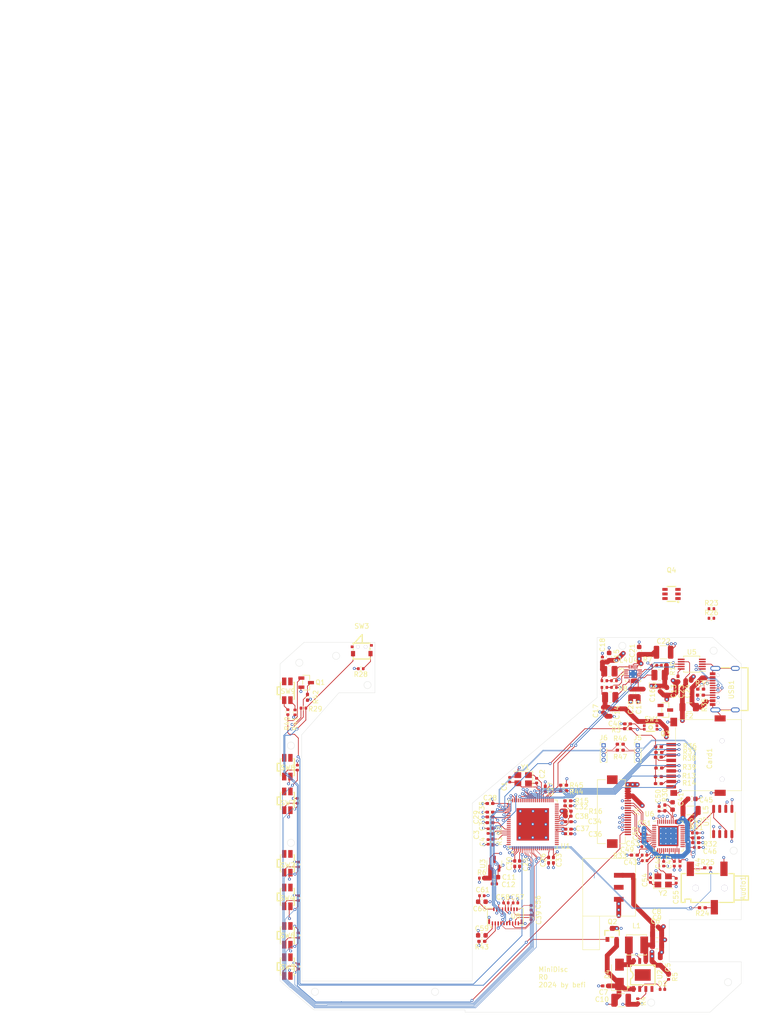
<source format=kicad_pcb>
(kicad_pcb (version 20240108) (generator "pcbnew") (generator_version "8.0")
  (layers (0 "F.Cu" signal) (1 "In1.Cu" signal) (2 "In2.Cu" signal) (31 "B.Cu" signal) (34 "B.Paste" user) (35 "F.Paste" user) (36 "B.SilkS" user "B.Silkscreen") (37 "F.SilkS" user "F.Silkscreen") (38 "B.Mask" user) (39 "F.Mask" user) (44 "Edge.Cuts" user))
  (net 0 "")
  (net 1 "Net-(Audio1-Pad3)")
  (net 2 "GND")
  (net 3 "Net-(Audio1-Pad2)")
  (net 4 "Net-(U1A-HOSCO)")
  (net 5 "Net-(U1A-HOSCI)")
  (net 6 "Net-(U1A-VRA1)")
  (net 7 "Net-(U1A-VRA2)")
  (net 8 "+5VD")
  (net 9 "+5V")
  (net 10 "GNDA")
  (net 11 "VDDA")
  (net 12 "+3V3")
  (net 13 "+2V5")
  (net 14 "Net-(U5-V3)")
  (net 15 "Net-(U1B-SVREF)")
  (net 16 "+1V1")
  (net 18 "VBUS")
  (net 19 "Net-(J4-Pin_19)")
  (net 21 "Net-(U2-PROG)")
  (net 22 "Net-(U4-FB1)")
  (net 23 "Net-(U4-FB2)")
  (net 24 "Net-(U4-FB3)")
  (net 25 "HPR")
  (net 26 "HPL")
  (net 27 "SATA_DP")
  (net 28 "DP")
  (net 29 "SATA_DM")
  (net 30 "DM")
  (net 31 "/sata/RESET_")
  (net 32 "/sata/VDD33")
  (net 33 "/sata/GPIO6")
  (net 34 "Net-(U6-REXT)")
  (net 35 "Net-(USB1-CC2)")
  (net 36 "Net-(USB1-CC1)")
  (net 37 "Net-(R28-Pad1)")
  (net 39 "/connectors/D+")
  (net 41 "/connectors/D-")
  (net 45 "/sata/VCC12")
  (net 50 "Net-(U6-OSCXO)")
  (net 51 "/sata/SPI_CLK")
  (net 53 "Net-(U6-LX)")
  (net 57 "/sata/SPI_D")
  (net 59 "Net-(U6-OSCXI)")
  (net 61 "/sata/SPI_CS_")
  (net 62 "/sata/SPI_Q")
  (net 65 "Net-(D4-A)")
  (net 66 "Net-(U4-SW1)")
  (net 67 "Net-(U4-SW2)")
  (net 68 "Net-(U4-SW3)")
  (net 85 "/cpu/SPI1_MISO")
  (net 103 "Net-(D2-K)")
  (net 105 "BTPWR")
  (net 106 "Net-(Q1-D)")
  (net 107 "BTPLAY")
  (net 108 "BTSTOP")
  (net 109 "BTNEXT")
  (net 110 "BTPREV")
  (net 111 "BTVOLDEC")
  (net 112 "Net-(R41-Pad2)")
  (net 127 "VBAT")
  (net 128 "SD_D3")
  (net 129 "SD_D0")
  (net 130 "SD_D1")
  (net 131 "SD_D2")
  (net 132 "SD_CLK")
  (net 136 "USART0_RX")
  (net 142 "USART0_TX")
  (net 143 "Net-(U8-C1N)")
  (net 144 "Net-(U8-C1P)")
  (net 145 "~{RESET}")
  (net 146 "Net-(U8-C2P)")
  (net 147 "Net-(U8-C2N)")
  (net 148 "Net-(U8-VCC)")
  (net 149 "Net-(U8-VCOMH)")
  (net 150 "Net-(U8-IREF)")
  (net 151 "SPI1_CS")
  (net 152 "SPI1_MOSI")
  (net 153 "SPI1_CLK")
  (net 154 "DISPLAY_DC")
  (net 155 "/cpu/USB_ID")
  (net 157 "Net-(D2-A)")
  (net 158 "SATA_TX_P")
  (net 159 "SATA_RX_N")
  (net 160 "SATA_TX_N")
  (net 161 "SATA_RX_P")
  (net 162 "BTVOLINC")
  (net 163 "SD_CMD")
  (net 164 "HPCOM")
  (net 165 "+5V_ALWAYS")
  (net 166 "Net-(R40-Pad1)")
  (net 167 "Net-(Q3-G)")
  (net 168 "Net-(Q4-B1)")
  (footprint "Resistor_SMD:R_0402_1005Metric" (layer "F.Cu") (at 70.61 63.54 -90)
    (property "Reference" "R40")
    (property "Value" "100k")
  )
  (footprint "Diode_SMD:D_SMA" (layer "F.Cu") (at 139.65 118.1 90)
    (property "Reference" "D4")
    (property "Value" "D")
  )
  (footprint "Resistor_SMD:R_0402_1005Metric" (layer "F.Cu") (at 72.75 95.25 90)
    (property "Reference" "R17" (hide yes))
    (property "Value" "10k")
  )
  (footprint "Capacitor_SMD:C_0402_1005Metric" (layer "F.Cu") (at 144.85 93.3 180)
    (property "Reference" "C49")
    (property "Value" "1u")
  )
  (footprint "lcsc:SW-SMD_SPVS410100" (layer "F.Cu") (at 86 50.5)
    (property "Reference" "SW3")
    (property "Value" "SPVS410100")
  )
  (footprint "lcsc:ESOP-8_L4.9-W3.9-P1.27-LS6.0-BL-EP" (layer "F.Cu") (at 144.5 118.25)
    (property "Reference" "U2")
    (property "Value" "TP5400")
  )
  (footprint "Capacitor_SMD:C_0603_1608Metric" (layer "F.Cu") (at 113.6 97.8875 180)
    (property "Reference" "C11")
    (property "Value" "03.4004_C0603_10uF")
  )
  (footprint "Resistor_SMD:R_0402_1005Metric" (layer "F.Cu") (at 136.5 56.995 180)
    (property "Reference" "R12" (hide yes))
    (property "Value" "150K 1%")
  )
  (footprint "Resistor_SMD:R_0402_1005Metric_Pad0.72x0.64mm_HandSolder" (layer "F.Cu") (at 147.8525 75.17)
    (property "Reference" "R39")
    (property "Value" "10K")
  )
  (footprint "Resistor_SMD:R_0402_1005Metric_Pad0.72x0.64mm_HandSolder" (layer "F.Cu") (at 155.5225 89.7)
    (property "Reference" "R31")
    (property "Value" "3.8k")
  )
  (footprint "Resistor_SMD:R_0402_1005Metric_Pad0.72x0.64mm_HandSolder" (layer "F.Cu") (at 156.9025 104.25 180)
    (property "Reference" "R24")
    (property "Value" "33")
  )
  (footprint "Capacitor_SMD:C_0402_1005Metric" (layer "F.Cu") (at 147.125 108.225)
    (property "Reference" "C6")
    (property "Value" "100nF")
  )
  (footprint "Capacitor_SMD:C_0402_1005Metric" (layer "F.Cu") (at 116.8 77.6 -90)
    (property "Reference" "C1")
    (property "Value" "18p")
  )
  (footprint "Capacitor_SMD:C_0603_1608Metric" (layer "F.Cu") (at 111 110)
    (property "Reference" "C59")
    (property "Value" "10u")
  )
  (footprint "lcsc:FPC-SMD_19P-P0.60_HRS_FH35C-19S-0.3SHW" (layer "F.Cu") (at 115.9 106.03)
    (property "Reference" "U8")
    (property "Value" "FH35C")
  )
  (footprint "Connector_FFC-FPC:Hirose_FH12-20S-0.5SH_1x20-1MP_P0.50mm_Horizontal" (layer "F.Cu") (at 139.55 84.25 -90)
    (property "Reference" "J4")
    (property "Value" "Conn_01x20")
  )
  (footprint "lcsc:SW-SMD_4P-L3.5-W2.9-P1.30-LS4.8" (layer "F.Cu") (at 70.5 110 -90)
    (property "Reference" "SW6")
    (property "Value" "PREV")
  )
  (footprint "Capacitor_SMD:C_0402_1005Metric_Pad0.74x0.62mm_HandSolder" (layer "F.Cu") (at 124.9 94.35 90)
    (property "Reference" "C26")
    (property "Value" "100nF")
  )
  (footprint "Resistor_SMD:R_0402_1005Metric_Pad0.72x0.64mm_HandSolder" (layer "F.Cu") (at 147.755 76.95)
    (property "Reference" "R13")
    (property "Value" "10K")
  )
  (footprint "Capacitor_SMD:C_0402_1005Metric" (layer "F.Cu") (at 122.4 77.8 90)
    (property "Reference" "C2")
    (property "Value" "18p")
  )
  (footprint "Capacitor_SMD:C_0402_1005Metric" (layer "F.Cu") (at 148.85 95.1 -90)
    (property "Reference" "C48")
    (property "Value" "1u")
  )
  (footprint "Resistor_SMD:R_0402_1005Metric" (layer "F.Cu") (at 85.8 54.5 180)
    (property "Reference" "R28")
    (property "Value" "1k")
  )
  (footprint "Capacitor_SMD:C_0402_1005Metric_Pad0.74x0.62mm_HandSolder" (layer "F.Cu") (at 112.7 82.5525)
    (property "Reference" "C28")
    (property "Value" "100nF")
  )
  (footprint "Package_DFN_QFN:WQFN-20-1EP_3x3mm_P0.4mm_EP1.7x1.7mm_ThermalVias" (layer "F.Cu") (at 142.475 55.58)
    (property "Reference" "U4")
    (property "Value" "09.0102_EA3036")
  )
  (footprint "Capacitor_SMD:C_0402_1005Metric_Pad0.74x0.62mm_HandSolder" (layer "F.Cu") (at 141.33 65.98 180)
    (property "Reference" "C40")
    (property "Value" "100nF")
  )
  (footprint "Resistor_SMD:R_0402_1005Metric_Pad0.72x0.64mm_HandSolder" (layer "F.Cu") (at 156.5 60 180)
    (property "Reference" "R35")
    (property "Value" "2K2")
  )
  (footprint "Capacitor_SMD:C_0402_1005Metric" (layer "F.Cu") (at 121.25 106.25 90)
    (property "Reference" "C39")
    (property "Value" "1u")
  )
  (footprint "Connector_PinHeader_1.00mm:PinHeader_1x04_P1.00mm_Vertical" (layer "F.Cu") (at 136.345 70.45)
    (property "Reference" "J6")
    (property "Value" "CPU_USB")
  )
  (footprint "Package_SO:MSOP-10_3x3mm_P0.5mm" (layer "F.Cu") (at 154.7 53.55 180)
    (property "Reference" "U5")
    (property "Value" "CH340E")
  )
  (footprint "Capacitor_SMD:C_0402_1005Metric" (layer "F.Cu") (at 155.72 91.7 180)
    (property "Reference" "C46")
    (property "Value" "1u")
  )
  (footprint "Resistor_SMD:R_0402_1005Metric" (layer "F.Cu") (at 136.1 52.595 90)
    (property "Reference" "C18")
    (property "Value" "03.0009_C0402_100nF")
  )
  (footprint "Resistor_SMD:R_0402_1005Metric" (layer "F.Cu") (at 138.5 56.995 180)
    (property "Reference" "R9" (hide yes))
    (property "Value" "150K 1%")
  )
  (footprint "Capacitor_SMD:C_0402_1005Metric_Pad0.74x0.62mm_HandSolder" (layer "F.Cu") (at 128.95 85.21)
    (property "Reference" "C38")
    (property "Value" "100nF")
  )
  (footprint "Capacitor_SMD:C_0402_1005Metric" (layer "F.Cu") (at 121.25 104.25 90)
    (property "Reference" "C56")
    (property "Value" "1u")
  )
  (footprint "Capacitor_SMD:C_0402_1005Metric_Pad0.74x0.62mm_HandSolder" (layer "F.Cu") (at 118.85 95.0825 90)
    (property "Reference" "C25")
    (property "Value" "100nF")
  )
  (footprint "Capacitor_SMD:C_0402_1005Metric_Pad0.74x0.62mm_HandSolder" (layer "F.Cu") (at 112.7 85.3525)
    (property "Reference" "C29")
    (property "Value" "100nF")
  )
  (footprint "Resistor_SMD:R_0402_1005Metric" (layer "F.Cu") (at 72.75 110 90)
    (property "Reference" "R20" (hide yes))
    (property "Value" "10k")
  )
  (footprint "Capacitor_SMD:C_0603_1608Metric" (layer "F.Cu") (at 149.5 59.2 -90)
    (property "Reference" "C13")
    (property "Value" "03.4004_C0603_10uF")
  )
  (footprint "Capacitor_SMD:C_1210_3225Metric" (layer "F.Cu") (at 148.825 51.075)
    (property "Reference" "C22")
    (property "Value" "47u 10V")
  )
  (footprint "Capacitor_SMD:C_0603_1608Metric" (layer "F.Cu") (at 137.5 51.995 90)
    (property "Reference" "C15")
    (property "Value" "03.4004_C0603_10uF")
  )
  (footprint "Capacitor_SMD:C_0402_1005Metric" (layer "F.Cu") (at 116 103.25 180)
    (property "Reference" "C58")
    (property "Value" "100n")
  )
  (footprint "Resistor_SMD:R_0402_1005Metric_Pad0.72x0.64mm_HandSolder" (layer "F.Cu") (at 158 95.95)
    (property "Reference" "R25")
    (property "Value" "33")
  )
  (footprint "Resistor_SMD:R_0402_1005Metric_Pad0.72x0.64mm_HandSolder" (layer "F.Cu") (at 139.8075 71.46)
    (property "Reference" "R47")
    (property "Value" "0")
  )
  (footprint "Resistor_SMD:R_0402_1005Metric_Pad0.72x0.64mm_HandSolder" (layer "F.Cu") (at 111 111.25 180)
    (property "Reference" "R43")
    (property "Value" "910k")
  )
  (footprint "Resistor_SMD:R_0402_1005Metric_Pad0.72x0.64mm_HandSolder" (layer "F.Cu") (at 128.9 82 180)
    (property "Reference" "R15")
    (property "Value" "2K2")
  )
  (footprint "Capacitor_SMD:C_0603_1608Metric" (layer "F.Cu") (at 111 103 180)
    (property "Reference" "C60")
    (property "Value" "10u")
  )
  (footprint "Capacitor_SMD:C_0402_1005Metric_Pad0.74x0.62mm_HandSolder" (layer "F.Cu") (at 125.9 94.35 -90)
    (property "Reference" "C33")
    (property "Value" "100nF")
  )
  (footprint "Capacitor_SMD:C_0402_1005Metric" (layer "F.Cu") (at 144.9 94.45 180)
    (property "Reference" "C43")
    (property "Value" "1u")
  )
  (footprint "Capacitor_SMD:C_0805_2012Metric" (layer "F.Cu") (at 147.475 109.775)
    (property "Reference" "C8")
    (property "Value" "22uF")
  )
  (footprint "Resistor_SMD:R_0402_1005Metric_Pad0.72x0.64mm_HandSolder" (layer "F.Cu") (at 149.1 83.475 90)
    (property "Reference" "R30")
    (property "Value" "10k")
  )
  (footprint "Capacitor_SMD:C_0402_1005Metric_Pad0.74x0.62mm_HandSolder" (layer "F.Cu") (at 112.7 84.3525 180)
    (property "Reference" "C35")
    (property "Value" "100nF")
  )
  (footprint "lcsc:SW-SMD_4P-L3.5-W2.9-P1.30-LS4.8" (layer "F.Cu") (at 70.5 75 -90)
    (property "Reference" "SW8")
    (property "Value" "VOLINC")
  )
  (footprint "Fuse:Fuse_1206_3216Metric" (layer "F.Cu") (at 154.15 62.5 180)
    (property "Reference" "F2")
    (property "Value" "Fuse")
  )
  (footprint "Resistor_SMD:R_0402_1005Metric_Pad0.72x0.64mm_HandSolder" (layer "F.Cu") (at 141.3325 66.98)
    (property "Reference" "R3")
    (property "Value" "49K9")
  )
  (footprint "Capacitor_SMD:C_0603_1608Metric" (layer "F.Cu") (at 148.15 115.45 -90)
    (property "Reference" "C5")
    (property "Value" "10uF")
  )
  (footprint "Resistor_SMD:R_0402_1005Metric" (layer "F.Cu") (at 72.75 116.5 90)
    (property "Reference" "R19" (hide yes))
    (property "Value" "10k")
  )
  (footprint "lcsc:SW-SMD_4P-L3.5-W2.9-P1.30-LS4.8" (layer "F.Cu") (at 70.5 59.09 -90)
    (property "Reference" "SW9")
    (property "Value" "POWER")
  )
  (footprint "Inductor_SMD:L_1008_2520Metric" (layer "F.Cu") (at 137.55 55.025)
    (property "Reference" "L4")
    (property "Value" "06.0102_L2520_2.2uH")
  )
  (footprint "Resistor_SMD:R_0402_1005Metric" (layer "F.Cu") (at 138.5 58.395 180)
    (property "Reference" "R8")
    (property "Value" "150K 1%")
  )
  (footprint "LED_SMD:LED_0402_1005Metric" (layer "F.Cu") (at 148.5925 121.25)
    (property "Reference" "D2")
    (property "Value" "RED LED")
  )
  (footprint "lcsc:SW-SMD_4P-L3.5-W2.9-P1.30-LS4.8" (layer "F.Cu") (at 70.5 102 -90)
    (property "Reference" "SW4")
    (property "Value" "STOP")
  )
  (footprint "Resistor_SMD:R_0402_1005Metric" (layer "F.Cu") (at 72.1 63.59 90)
    (property "Reference" "R41")
    (property "Value" "10k")
  )
  (footprint "Capacitor_SMD:C_0603_1608Metric" (layer "F.Cu") (at 143.75 50.75 90)
    (property "Reference" "C21")
    (property "Value" "03.4004_C0603_10uF")
  )
  (footprint "Capacitor_SMD:C_0402_1005Metric" (layer "F.Cu") (at 111 101.75 180)
    (property "Reference" "C61")
    (property "Value" "100n")
  )
  (footprint "Capacitor_SMD:C_0402_1005Metric" (layer "F.Cu") (at 144.8 91.55)
    (property "Reference" "C53")
    (property "Value" "1u")
  )
  (footprint "Capacitor_SMD:C_0402_1005Metric" (layer "F.Cu") (at 147.9 83.675 -90)
    (property "Reference" "C50")
    (property "Value" "1u")
  )
  (footprint "Capacitor_SMD:C_0402_1005Metric_Pad0.74x0.62mm_HandSolder" (layer "F.Cu") (at 129 86.35)
    (property "Reference" "C34")
    (property "Value" "100nF")
  )
  (footprint "Package_SO:SOP-8_3.9x4.9mm_P1.27mm" (layer "F.Cu") (at 161.15 86.3 90)
    (property "Reference" "U7")
    (property "Value" "GD25D05CT")
  )
  (footprint "Resistor_SMD:R_0402_1005Metric_Pad0.72x0.64mm_HandSolder" (layer "F.Cu") (at 74.7 60.45 90)
    (property "Reference" "R42")
    (property "Value" "100k")
  )
  (footprint "Resistor_SMD:R_0402_1005Metric" (layer "F.Cu") (at 72.6 75.09 90)
    (property "Reference" "R22" (hide yes))
    (property "Value" "10k")
  )
  (footprint "Resistor_SMD:R_0402_1005Metric_Pad0.72x0.64mm_HandSolder" (layer "F.Cu") (at 128 79.9)
    (property "Reference" "R45")
    (property "Value" "0")
  )
  (footprint "Resistor_SMD:R_0402_1005Metric_Pad0.72x0.64mm_HandSolder" (layer "F.Cu") (at 139.8075 70.21)
    (property "Reference" "R46")
    (property "Value" "0")
  )
  (footprint "Capacitor_SMD:C_0402_1005Metric" (layer "F.Cu") (at 146.1 98.5 90)
    (property "Reference" "C54")
    (property "Value" "20p")
  )
  (footprint "lcsc:TF-SMD_TF-015" (layer "F.Cu") (at 155.51 72.6 90)
    (property "Reference" "Card1")
    (property "Value" "TF-015")
  )
  (footprint "ipodbattery:ipodbattery" (layer "F.Cu") (at 139.5 100 -90)
    (property "Reference" "J1" (hide yes))
    (property "Value" "Conn_01x02")
  )
  (footprint "Capacitor_SMD:C_0402_1005Metric_Pad0.74x0.62mm_HandSolder" (layer "F.Cu") (at 129 87.9)
    (property "Reference" "C37")
    (property "Value" "100nF")
  )
  (footprint "Capacitor_SMD:C_0402_1005Metric" (layer "F.Cu") (at 136.3 63.025 -90)
    (property "Reference" "C17")
    (property "Value" "03.0009_C0402_100nF")
  )
  (footprint "Capacitor_SMD:C_0603_1608Metric" (layer "F.Cu") (at 154.7 81.6 180)
    (property "Reference" "C45")
    (property "Value" "10u")
  )
  (footprint "Connector_PinHeader_1.00mm:PinHeader_1x04_P1.00mm_Vertical" (layer "F.Cu") (at 143.45 70.45)
    (property "Reference" "J5")
    (property "Value" "SATA_USB")
  )
  (footprint "Capacitor_SMD:C_0402_1005Metric" (layer "F.Cu") (at 151.05 95.1 -90)
    (property "Reference" "C47")
    (property "Value" "1u")
  )
  (footprint "lcsc:IND-SMD_L4.0-W4.0" (layer "F.Cu") (at 143.2 112)
    (property "Reference" "L1")
    (property "Value" "10uH")
  )
  (footprint "Capacitor_SMD:C_0402_1005Metric" (layer "F.Cu") (at 112.3 88.3 -90)
    (property "Reference" "C3")
    (property "Value" "1uF")
  )
  (footprint "Capacitor_SMD:C_0402_1005Metric" (layer "F.Cu") (at 144.85 90.5)
    (property "Reference" "C52")
    (property "Value" "1u")
  )
  (footprint "Package_DFN_QFN:QFN-48-1EP_6x6mm_P0.4mm_EP4.2x4.2mm_ThermalVias" (layer "F.Cu") (at 149.825 89.325)
    (property "Reference" "U6")
    (property "Value" "VL711")
  )
  (footprint "Resistor_SMD:R_0402_1005Metric_Pad0.72x0.64mm_HandSolder" (layer "F.Cu") (at 147.755 70.77)
    (property "Reference" "R36")
    (property "Value" "10K")
  )
  (footprint "Package_TO_SOT_SMD:SOT-23" (layer "F.Cu") (at 113.6 95.0875 90)
    (property "Reference" "U3")
    (property "Value" "09.0103_XC6206")
  )
  (footprint "Capacitor_SMD:C_0402_1005Metric_Pad0.74x0.62mm_HandSolder" (layer "F.Cu") (at 128.95 88.85)
    (property "Reference" "C36")
    (property "Value" "100nF")
  )
  (footprint "Resistor_SMD:R_0402_1005Metric" (layer "F.Cu") (at 158.79 44)
    (property "Reference" "R26")
    (property "Value" "47k 1%")
  )
  (footprint "Capacitor_SMD:C_0603_1608Metric" (layer "F.Cu") (at 141.975 59.525 -90)
    (property "Reference" "C20")
    (property "Value" "03.4004_C0603_10uF")
  )
  (footprint "Resistor_SMD:R_0402_1005Metric_Pad0.72x0.64mm_HandSolder" (layer "F.Cu") (at 128.95 84.15 180)
    (property "Reference" "R16")
    (property "Value" "2K2")
  )
  (footprint "Resistor_SMD:R_0402_1005Metric" (layer "F.Cu") (at 148.9 53.8)
    (property "Reference" "R10")
    (property "Value" "680K 1%")
  )
  (footprint "Resistor_SMD:R_0402_1005Metric_Pad0.72x0.64mm_HandSolder" (layer "F.Cu") (at 147.755 72.92)
    (property "Reference" "R38")
    (property "Value" "10K")
  )
  (footprint "Resistor_SMD:R_0402_1005Metric_Pad0.72x0.64mm_HandSolder" (layer "F.Cu") (at 156.55 58.75)
    (property "Reference" "R34")
    (property "Value" "2K2")
  )
  (footprint "Capacitor_SMD:C_0402_1005Metric" (layer "F.Cu") (at 151.45 98.62 90)
    (property "Reference" "C55")
    (property "Value" "20p")
  )
  (footprint "Resistor_SMD:R_0402_1005Metric" (layer "F.Cu") (at 149.875 118.65 90)
    (property "Reference" "R5")
    (property "Value" "1k")
  )
  (footprint "Resistor_SMD:R_0402_1005Metric_Pad0.72x0.64mm_HandSolder" (layer "F.Cu") (at 155.52 90.7 180)
    (property "Reference" "R32")
    (property "Value" "5.9k")
  )
  (footprint "lcsc:USB-C-SMD_TYPE-C16PIN" (layer "F.Cu") (at 161.405 58.75 90)
    (property "Reference" "USB1")
    (property "Value" "TYPE-C16PIN")
  )
  (footprint "Capacitor_SMD:C_0402_1005Metric_Pad0.74x0.62mm_HandSolder" (layer "F.Cu") (at 151.8325 56.65 -90)
    (property "Reference" "C23")
    (property "Value" "100nF")
  )
  (footprint "lcsc:KEY-SMD_4P-L2.6-W1.6-P0.80-LS3.0-1" (layer "F.Cu") (at 146.13 66.73)
    (property "Reference" "SW1")
    (property "Value" "T1B2QR")
  )
  (footprint "Capacitor_SMD:C_0603_1608Metric" (layer "F.Cu") (at 143.55 59.525 -90)
    (property "Reference" "C19")
    (property "Value" "03.4004_C0603_10uF")
  )
  (footprint "Capacitor_SMD:C_0402_1005Metric_Pad0.74x0.62mm_HandSolder" (layer "F.Cu") (at 117.85 95.0825 90)
    (property "Reference" "C30")
    (property "Value" "100nF")
  )
  (footprint "lcsc:SW-SMD_4P-L3.5-W2.9-P1.30-LS4.8" (layer "F.Cu") (at 70.5 116.5 -90)
    (property "Reference" "SW5")
    (property "Value" "NEXT")
  )
  (footprint "Capacitor_SMD:C_0402_1005Metric" (layer "F.Cu") (at 113.6 99.2875 180)
    (property "Reference" "C12")
    (property "Value" "03.0009_C0402_100nF")
  )
  (footprint "Resistor_SMD:R_0402_1005Metric_Pad0.72x0.64mm_HandSolder" (layer "F.Cu") (at 142.75 93.3)
    (property "Reference" "R33")
    (property "Value" "12.4k")
  )
  (footprint "Resistor_SMD:R_0402_1005Metric" (layer "F.Cu") (at 72.75 102.25 90)
    (property "Reference" "R18" (hide yes))
    (property "Value" "10k")
  )
  (footprint "Resistor_SMD:R_0402_1005Metric" (layer "F.Cu") (at 158.79 42.01)
    (property "Reference" "R23")
    (property "Value" "47k 1%")
  )
  (footprint "Resistor_SMD:R_0402_1005Metric" (layer "F.Cu") (at 146.9 53.8)
    (property "Reference" "R7")
    (property "Value" "150K 1%")
  )
  (footprint "Capacitor_SMD:C_0402_1005Metric_Pad0.74x0.62mm_HandSolder" (layer "F.Cu") (at 124.2025 79.55 -90)
    (property "Reference" "C27")
    (property "Value" "100nF")
  )
  (footprint "Inductor_SMD:L_1206_3216Metric" (layer "F.Cu") (at 154.45 84)
    (property "Reference" "L5")
    (property "Value" "10uH")
  )
  (footprint "Capacitor_SMD:C_0402_1005Metric_Pad0.74x0.62mm_HandSolder" (layer "F.Cu") (at 154 56.95)
    (property "Reference" "C24")
    (property "Value" "100nF")
  )
  (footprint "lcsc:SW-SMD_4P-L3.5-W2.9-P1.30-LS4.8" (layer "F.Cu") (at 70.5 95 -90)
    (property "Reference" "SW2")
    (property "Value" "PLAY")
  )
  (footprint "lcsc:SOT-23-3_L2.9-W1.3-P1.90-LS2.4-BR" (layer "F.Cu") (at 74.425 57.4 180)
    (property "Reference" "Q1")
    (property "Value" "AO3400_C181090")
  )
  (footprint "Inductor_SMD:L_1008_2520Metric" (layer "F.Cu") (at 148 55.83 180)
    (property "Reference" "L2")
    (property "Value" "06.0102_L2520_2.2uH")
  )
  (footprint "Crystal:Crystal_SMD_3225-4Pin_3.2x2.5mm" (layer "F.Cu") (at 119.6 77.5 180)
    (property "Reference" "Y1")
    (property "Value" "24Mhz")
  )
  (footprint "Capacitor_SMD:C_1210_3225Metric" (layer "F.Cu") (at 140 123.5)
    (property "Reference" "C10")
    (property "Value" "47u 10V")
  )
  (footprint "Resistor_SMD:R_0402_1005Metric_Pad0.72x0.64mm_HandSolder" (layer "F.Cu") (at 128 78.75 180)
    (property "Reference" "R44")
    (property "Value" "49K9")
  )
  (footprint "Capacitor_SMD:C_0402_1005Metric_Pad0.74x0.62mm_HandSolder" (layer "F.Cu") (at 136.725 120.525 180)
    (property "Reference" "C7")
    (property "Value" "100nF")
  )
  (footprint "Capacitor_SMD:C_0402_1005Metric" (layer "F.Cu") (at 118 103.25)
    (property "Reference" "C57")
    (property "Value" "1u")
  )
  (footprint "Capacitor_SMD:C_0402_1005Metric" (layer "F.Cu") (at 152.25 95.1 -90)
    (property "Reference" "C44")
    (property "Value" "1u")
  )
  (footprint "Capacitor_SMD:C_0402_1005Metric" (layer "F.Cu") (at 112.3 90.5525 90)
    (property "Reference" "C4")
    (property "Value" "1uF")
  )
  (footprint "Resistor_SMD:R_0402_1005Metric" (layer "F.Cu") (at 73.85 62.7)
    (property "Reference" "R29")
    (property "Value" "47k")
  )
  (footprint "lcsc:QFN-88_L10.0-W10.0-P0.40-BL-EP6.75" (layer "F.Cu") (at 121.6 86.9)
    (property "Reference" "U1")
    (property "Value" "F1C200s")
  )
  (footprint "Resistor_SMD:R_0402_1005Metric_Pad0.72x0.64mm_HandSolder" (layer "F.Cu") (at 147.8525 71.92)
    (property "Reference" "R37")
    (property "Value" "10K")
  )
  (footprint "Resistor_SMD:R_0402_1005Metric" (layer "F.Cu") (at 111 98.0875)
    (property "Reference" "R6")
    (property "Value" "0")
  )
  (footprint "Inductor_SMD:L_1008_2520Metric" (layer "F.Cu") (at 137.725 60.455)
    (property "Reference" "L3")
    (property "Value" "06.0102_L2520_2.2uH")
  )
  (footprint "lcsc:SOT-23-3_L2.9-W1.3-P1.90-LS2.4-BR" (layer "F.Cu") (at 149.2 63.1 180)
    (property "Reference" "Q3")
    (property "Value" "DMG2305UX-7")
  )
  (footprint "lcsc:SW-SMD_4P-L3.5-W2.9-P1.30-LS4.8" (layer "F.Cu") (at 70.5 82 -90)
    (property "Reference" "SW7")
    (property "Value" "VOLDEC")
  )
  (footprint "Capacitor_SMD:C_0603_1608Metric" (layer "F.Cu") (at 150.7 83.075 90)
    (property "Reference" "C41")
    (property "Value" "10u")
  )
  (footprint "lcsc:SOT-23-6_L2.9-W1.6-P0.95-LS2.8-BR" (layer "F.Cu") (at 150.475 38.94)
    (property "Reference" "Q4")
    (property "Value" "DMMT5401-7-F")
  )
  (footprint "Capacitor_SMD:C_0805_2012Metric" (layer "F.Cu") (at 147.475 112.1)
    (property "Reference" "C9")
    (property "Value" "22uF")
  )
  (footprint "Capacitor_SMD:C_0402_1005Metric_Pad0.74x0.62mm_HandSolder" (layer "F.Cu") (at 128.9 83.05 180)
    (property "Reference" "C32")
    (property "Value" "100nF")
  )
  (footprint "Resistor_SMD:R_0402_1005Metric_Pad0.72x0.64mm_HandSolder" (layer "F.Cu") (at 147.755 78.42)
    (property "Reference" "R14")
    (property "Value" "10K")
  )
  (footprint "Resistor_SMD:R_0402_1005Metric" (layer "F.Cu") (at 72.6 82 90)
    (property "Reference" "R21" (hide yes))
    (property "Value" "10k")
  )
  (footprint "Capacitor_SMD:C_0402_1005Metric" (layer "F.Cu") (at 148.1 58.6 -90)
    (property "Reference" "C16")
    (property "Value" "03.0009_C0402_100nF")
  )
  (footprint "Resistor_SMD:R_0402_1005Metric_Pad0.72x0.64mm_HandSolder" (layer "F.Cu") (at 113.25 88.3 -90)
    (property "Reference" "R2")
    (property "Value" "200K")
  )
  (footprint "lcsc:SOT-23_L2.9-W1.3-P1.90-LS2.4-BR" (layer "F.Cu") (at 138.1 109.7 -90)
    (property "Reference" "Q2")
    (property "Value" "AO3401A")
  )
  (footprint "Capacitor_SMD:C_0402_1005Metric_Pad0.74x0.62mm_HandSolder" (layer "F.Cu") (at 112.7 86.55)
    (property "Reference" "C31")
    (property "Value" "100nF")
  )
  (footprint "Capacitor_SMD:C_0603_1608Metric" (layer "F.Cu") (at 137.7 63.625 -90)
    (property "Reference" "C14")
    (property "Value" "03.4004_C0603_10uF")
  )
  (footprint "Resistor_SMD:R_0402_1005Metric" (layer "F.Cu") (at 143.45 123.7 -90)
    (property "Reference" "R4")
    (property "Value" "4.7k")
  )
  (footprint "Resistor_SMD:R_0402_1005Metric_Pad0.72x0.64mm_HandSolder" (layer "F.Cu") (at 113.3 90.5525 90)
    (property "Reference" "R1")
    (property "Value" "200K")
  )
  (footprint "Capacitor_SMD:C_0402_1005Metric" (layer "F.Cu") (at 144.7 88.95)
    (property "Reference" "C51")
    (property "Value" "1u")
  )
  (footprint "Crystal:Crystal_SMD_3225-4Pin_3.2x2.5mm" (layer "F.Cu") (at 148.75 98.57)
    (property "Reference" "Y2")
    (property "Value" "25MHz")
  )
  (footprint "Capacitor_SMD:C_0402_1005Metric" (layer "F.Cu") (at 155.32 88.7 180)
    (property "Reference" "C42")
    (property "Value" "1u")
  )
  (footprint "lcsc:AUDIO-SMD_PJ-320B" (layer "F.Cu") (at 157.9 100.15 -90)
    (property "Reference" "Audio1")
    (property "Value" "PJ-320B")
  )
  (footprint "Resistor_SMD:R_0402_1005Metric" (layer "F.Cu") (at 136.5 58.395 180)
    (property "Reference" "R11" (hide yes))
    (property "Value" "470K 1%")
  )
  (gr_circle (center 101.25 121.75) (end 102 121.75) (stroke (width 0.05)) (fill none) (layer "Edge.Cuts"))
  (gr_line (start 74 49) (end 69 53.5) (stroke (width 0.05)) (layer "Edge.Cuts"))
  (gr_line (start 135 48) (end 159 48) (stroke (width 0.05)) (layer "Edge.Cuts"))
  (gr_circle (center 71.25 70.5) (end 72 70.5) (stroke (width 0.05)) (fill none) (layer "Edge.Cuts"))
  (gr_line (start 69 53.5) (end 69 119.5) (stroke (width 0.05)) (layer "Edge.Cuts"))
  (gr_circle (center 80.65 51.825) (end 81.4 51.825) (stroke (width 0.05)) (fill none) (layer "Edge.Cuts"))
  (gr_line (start 88.75 49) (end 74 49) (stroke (width 0.05)) (layer "Edge.Cuts"))
  (gr_line (start 135 60.5) (end 109 82.5) (stroke (width 0.05)) (layer "Edge.Cuts"))
  (gr_circle (center 159.25 50.75) (end 160 50.75) (stroke (width 0.05)) (fill none) (layer "Edge.Cuts"))
  (gr_line (start 165 106.75) (end 165 53.5) (stroke (width 0.05)) (layer "Edge.Cuts"))
  (gr_circle (center 71.25 90.75) (end 72 90.75) (stroke (width 0.05)) (fill none) (layer "Edge.Cuts"))
  (gr_line (start 73.5 119.5) (end 73.5 68.25) (stroke (width 0.05)) (layer "Edge.Cuts"))
  (gr_line (start 150 115.5) (end 150 106.75) (stroke (width 0.05)) (layer "Edge.Cuts"))
  (gr_line (start 107.5 126) (end 158.5 126) (stroke (width 0.05)) (layer "Edge.Cuts"))
  (gr_line (start 165 53.5) (end 159 48) (stroke (width 0.05)) (layer "Edge.Cuts"))
  (gr_line (start 81.25 59.5) (end 88.75 59.5) (stroke (width 0.05)) (layer "Edge.Cuts"))
  (gr_circle (center 87.2 57.9) (end 87.95 57.9) (stroke (width 0.05)) (fill none) (layer "Edge.Cuts"))
  (gr_circle (center 76.25 121.75) (end 77 121.75) (stroke (width 0.05)) (fill none) (layer "Edge.Cuts"))
  (gr_line (start 69 119.5) (end 76 125.5) (stroke (width 0.05)) (layer "Edge.Cuts"))
  (gr_line (start 107.5 126) (end 107.5 125.5) (stroke (width 0.05)) (layer "Edge.Cuts"))
  (gr_line (start 88.75 59.5) (end 88.75 49) (stroke (width 0.05)) (layer "Edge.Cuts"))
  (gr_circle (center 162.25 119.75) (end 163 119.75) (stroke (width 0.05)) (fill none) (layer "Edge.Cuts"))
  (gr_circle (center 73 53.25) (end 73.75 53.25) (stroke (width 0.05)) (fill none) (layer "Edge.Cuts"))
  (gr_line (start 158.5 126) (end 165 120) (stroke (width 0.05)) (layer "Edge.Cuts"))
  (gr_circle (center 163.425 92.375) (end 164.175 92.375) (stroke (width 0.05)) (fill none) (layer "Edge.Cuts"))
  (gr_circle (center 140.25 49.75) (end 141 49.75) (stroke (width 0.05)) (fill none) (layer "Edge.Cuts"))
  (gr_line (start 109 119.5) (end 73.5 119.5) (stroke (width 0.05)) (layer "Edge.Cuts"))
  (gr_line (start 109 119.5) (end 109 82.5) (stroke (width 0.05)) (layer "Edge.Cuts"))
  (gr_line (start 165 120) (end 165 115.5) (stroke (width 0.05)) (layer "Edge.Cuts"))
  (gr_line (start 81.25 59.5) (end 73.5 68.25) (stroke (width 0.05)) (layer "Edge.Cuts"))
  (gr_line (start 107.5 125.5) (end 76 125.5) (stroke (width 0.05)) (layer "Edge.Cuts"))
  (gr_line (start 150 106.75) (end 165 106.75) (stroke (width 0.05)) (layer "Edge.Cuts"))
  (gr_circle (center 146.25 124) (end 147 124) (stroke (width 0.05)) (fill none) (layer "Edge.Cuts"))
  (gr_line (start 135 60.5) (end 135 48) (stroke (width 0.05)) (layer "Edge.Cuts"))
  (gr_line (start 165 115.5) (end 150 115.5) (stroke (width 0.05)) (layer "Edge.Cuts"))
  (gr_text "MiniDisc\nR0\n2024 by befi" (at 122.7 120.9 0) (layer "F.SilkS") (effects (font (size 1 1)) (justify left bottom)))
  (segment (start 157.2025 96.15) (end 157.4025 95.95) (width 0.15) (layer "F.Cu") (net 1))
  (segment (start 154.4 96.15) (end 157.2025 96.15) (width 0.15) (layer "F.Cu") (net 1))
  (segment (start 148.425 113.5225) (end 148.15 113.7975) (width 1) (layer "F.Cu") (net 2))
  (segment (start 112.3 91.12) (end 111.47 91.12) (width 0.15) (layer "F.Cu") (net 2))
  (segment (start 159.045 57.5) (end 158 57.5) (width 0.09) (layer "F.Cu") (net 2))
  (segment (start 148.8 108.175) (end 148.75 108.225) (width 0.15) (layer "F.Cu") (net 2))
  (segment (start 150.45 49.3) (end 151.25 49.3) (width 0.15) (layer "F.Cu") (net 2))
  (segment (start 143.31 124.35) (end 143.45 124.21) (width 1) (layer "F.Cu") (net 2))
  (segment (start 154.5675 56.6325) (end 155.05 56.15) (width 1) (layer "F.Cu") (net 2))
  (segment (start 141.675 56.38) (end 141.975 56.08) (width 0.15) (layer "F.Cu") (net 2))
  (segment (start 148.425 112.1) (end 148.425 113.5225) (width 1) (layer "F.Cu") (net 2))
  (segment (start 111.48 101.75) (end 112.25 101.75) (width 0.15) (layer "F.Cu") (net 2))
  (segment (start 73.325 59.25) (end 73.325 58.45) (width 0.15) (layer "F.Cu") (net 2))
  (segment (start 124.9 95.85) (end 124.85 95.9) (width 0.15) (layer "F.Cu") (net 2))
  (segment (start 146.875 87.125) (end 147.625 87.125) (width 0.09) (layer "F.Cu") (net 2))
  (segment (start 139.5 102.5) (end 139.5 103.45) (width 1) (layer "F.Cu") (net 2))
  (segment (start 72.51 115.75) (end 72.75 115.99) (width 0.15) (layer "F.Cu") (net 2))
  (segment (start 152.25 95.58) (end 152.25 96.4) (width 0.15) (layer "F.Cu") (net 2))
  (segment (start 141.0125 56.38) (end 141.675 56.38) (width 0.15) (layer "F.Cu") (net 2))
  (segment (start 155.9525 58.75) (end 155.9525 58.6475) (width 0.09) (layer "F.Cu") (net 2))
  (segment (start 151.25 49.85) (end 150.1 51) (width 0.15) (layer "F.Cu") (net 2))
  (segment (start 141.4 86.5) (end 139.7 86.5) (width 0.09) (layer "F.Cu") (net 2))
  (segment (start 111.4 86.55) (end 111.3 86.45) (width 0.15) (layer "F.Cu") (net 2))
  (segment (start 139.01 56.995) (end 139.255 56.995) (width 0.15) (layer "F.Cu") (net 2))
  (segment (start 144.42 94.45) (end 144.2 94.45) (width 0.15) (layer "F.Cu") (net 2))
  (segment (start 72 94.7) (end 72.71 94.7) (width 0.15) (layer "F.Cu") (net 2))
  (segment (start 163.055 90.395) (end 163 90.45) (width 0.15) (layer "F.Cu") (net 2))
  (segment (start 156.15 81.6) (end 156.6 81.15) (width 0.15) (layer "F.Cu") (net 2))
  (segment (start 116 85.5) (end 116.6 85.5) (width 0.15) (layer "F.Cu") (net 2))
  (segment (start 139.695 58.395) (end 139.75 58.45) (width 0.15) (layer "F.Cu") (net 2))
  (segment (start 147.625 86.375) (end 147.625 87.125) (width 0.09) (layer "F.Cu") (net 2))
  (segment (start 137.5 51.22) (end 137.5 50.15) (width 0.15) (layer "F.Cu") (net 2))
  (segment (start 129.5675 86.35) (end 130.4 86.35) (width 0.15) (layer "F.Cu") (net 2))
  (segment (start 111.775 103) (end 112.7 103) (width 0.15) (layer "F.Cu") (net 2))
  (segment (start 152.12 75.78) (end 152.15 75.75) (width 0.15) (layer "F.Cu") (net 2))
  (segment (start 141.4 87) (end 140.35 87) (width 0.09) (layer "F.Cu") (net 2))
  (segment (start 114.1 91.15) (end 114.15 91.1) (width 0.15) (layer "F.Cu") (net 2))
  (segment (start 129.4675 83.05) (end 130.3 83.05) (width 0.15) (layer "F.Cu") (net 2))
  (segment (start 151.4 59.5) (end 151.4 57.65) (width 1) (layer "F.Cu") (net 2))
  (segment (start 156.1175 90.7) (end 157 90.7) (width 0.15) (layer "F.Cu") (net 2))
  (segment (start 149.59796 59.975) (end 149.62296 60) (width 1) (layer "F.Cu") (net 2))
  (segment (start 163.055 88.925) (end 163.055 90.395) (width 0.15) (layer "F.Cu") (net 2))
  (segment (start 137.055 64.4) (end 136.3 63.645) (width 1) (layer "F.Cu") (net 2))
  (segment (start 151.25 49.3) (end 151.25 49.85) (width 0.15) (layer "F.Cu") (net 2))
  (segment (start 130.3 88.85) (end 130.35 88.9) (width 0.15) (layer "F.Cu") (net 2))
  (segment (start 149.63 95.58) (end 149.65 95.6) (width 0.15) (layer "F.Cu") (net 2))
  (segment (start 141.4 85.5) (end 139.7 85.5) (width 0.09) (layer "F.Cu") (net 2))
  (segment (start 149.5 59.975) (end 149.5 60.9) (width 1) (layer "F.Cu") (net 2))
  (segment (start 114.0475 87.7025) (end 114.1 87.65) (width 0.15) (layer "F.Cu") (net 2))
  (segment (start 149.5 59.975) (end 148.855 59.975) (width 1) (layer "F.Cu") (net 2))
  (segment (start 115.45 86.05) (end 116 85.5) (width 0.15) (layer "F.Cu") (net 2))
  (segment (start 150.95 80.36) (end 151.84 80.36) (width 0.15) (layer "F.Cu") (net 2))
  (segment (start 159.615 54.43) (end 163.765 54.43) (width 0.15) (layer "F.Cu") (net 2))
  (segment (start 140.35 87) (end 140.3 87.05) (width 0.09) (layer "F.Cu") (net 2))
  (segment (start 140.7625 65.98) (end 140.03 65.98) (width 0.15) (layer "F.Cu") (net 2))
  (segment (start 141.675 54.78) (end 141.975 55.08) (width 0.15) (layer "F.Cu") (net 2))
  (segment (start 160.61 80.33) (end 158.77 80.33) (width 0.15) (layer "F.Cu") (net 2))
  (segment (start 143.9375 55.58) (end 143.475 55.58) (width 0.15) (layer "F.Cu") (net 2))
  (segment (start 149.62296 60) (end 150.9 60) (width 1) (layer "F.Cu") (net 2))
  (segment (start 111.3825 87.7325) (end 111.35 87.7) (width 0.15) (layer "F.Cu") (net 2))
  (segment (start 151.84 80.36) (end 152.3 79.9) (width 0.15) (layer "F.Cu") (net 2))
  (segment (start 144.32 91.55) (end 143.65 91.55) (width 0.15) (layer "F.Cu") (net 2))
  (segment (start 113.3 91.15) (end 114.1 91.15) (width 0.15) (layer "F.Cu") (net 2))
  (segment (start 151.0675 57.2175) (end 150.8 56.95) (width 1) (layer "F.Cu") (net 2))
  (segment (start 141.4 82) (end 140.25 82) (width 0.09) (layer "F.Cu") (net 2))
  (segment (start 141.975 60.3) (end 143.55 60.3) (width 1) (layer "F.Cu") (net 2))
  (segment (start 139.5 103.45) (end 139.5 104.7) (width 1) (layer "F.Cu") (net 2))
  (segment (start 151.13 99.42) (end 151.45 99.1) (width 0.15) (layer "F.Cu") (net 2))
  (segment (start 120.7 78.35) (end 122.3825 78.35) (width 0.15) (layer "F.Cu") (net 2))
  (segment (start 141.875 55.98) (end 141.975 56.08) (width 0.15) (layer "F.Cu") (net 2))
  (segment (start 118.801592 75.101592) (end 118.5 75.403184) (width 0.15) (layer "F.Cu") (net 2))
  (segment (start 151.4 57.65) (end 151.8325 57.2175) (width 1) (layer "F.Cu") (net 2))
  (segment (start 160.6 64.055) (end 159.615 63.07) (width 0.15) (layer "F.Cu") (net 2))
  (segment (start 160.6 64.84) (end 160.6 64.055) (width 0.15) (layer "F.Cu") (net 2))
  (segment (start 115.9 103.63) (end 115.9 104.56) (width 0.15) (layer "F.Cu") (net 2))
  (segment (start 137.7 64.4) (end 138.5 64.4) (width 0.15) (layer "F.Cu") (net 2))
  (segment (start 115.52 103.25) (end 115.9 103.63) (width 0.15) (layer "F.Cu") (net 2))
  (segment (start 130.3 82) (end 130.35 81.95) (width 0.15) (layer "F.Cu") (net 2))
  (segment (start 118.85 95.65) (end 118.85 96.55) (width 0.15) (layer "F.Cu") (net 2))
  (segment (start 118.1175 77.0325) (end 118.5 76.65) (width 0.15) (layer "F.Cu") (net 2))
  (segment (start 71.9 115.75) (end 72.51 115.75) (width 0.15) (layer "F.Cu") (net 2))
  (segment (start 84.5 54.5) (end 84.45 54.45) (width 0.15) (layer "F.Cu") (net 2))
  (segment (start 147.9 83.195) (end 147.9 82.4) (width 0.15) (layer "F.Cu") (net 2))
  (segment (start 112.3 87.7325) (end 111.3825 87.7325) (width 0.15) (layer "F.Cu") (net 2))
  (segment (start 141.975 61.375) (end 142 61.4) (width 1) (layer "F.Cu") (net 2))
  (segment (start 136.3 63.505) (end 135.555 63.505) (width 0.15) (layer "F.Cu") (net 2))
  (segment (start 112.25 101.75) (end 112.3 101.7) (width 0.15) (layer "F.Cu") (net 2))
  (segment (start 155.8 88.7) (end 156.9 88.7) (width 0.15) (layer "F.Cu") (net 2))
  (segment (start 73.325 58.45) (end 73.425 58.35) (width 0.15) (layer "F.Cu") (net 2))
  (segment (start 117.025 106.65) (end 116.2 107.475) (width 0.15) (layer "F.Cu") (net 2))
  (segment (start 122.4 78.7) (end 122.4 78.3675) (width 0.15) (layer "F.Cu") (net 2))
  (segment (start 143.86 114.81) (end 143.2 114.15) (width 0.15) (layer "F.Cu") (net 2))
  (segment (start 129.5175 88.85) (end 130.3 88.85) (width 0.15) (layer "F.Cu") (net 2))
  (segment (start 112.1325 84.3525) (end 111.2975 84.3525) (width 0.15) (layer "F.Cu") (net 2))
  (segment (start 112.1325 86.55) (end 111.4 86.55) (width 0.15) (layer "F.Cu") (net 2))
  (segment (start 72.75 108.8) (end 72.75 109.49) (width 0.15) (layer "F.Cu") (net 2))
  (segment (start 151.8325 57.2175) (end 151.0675 57.2175) (width 1) (layer "F.Cu") (net 2))
  (segment (start 158.77 80.33) (end 158.75 80.35) (width 0.15) (layer "F.Cu") (net 2))
  (segment (start 141.5 124.35) (end 143.31 124.35) (width 1) (layer "F.Cu") (net 2))
  (segment (start 148.05 67.1) (end 148.1 67.15) (width 0.15) (layer "F.Cu") (net 2))
  (segment (start 158 57.5) (end 157.95 57.55) (width 0.09) (layer "F.Cu") (net 2))
  (segment (start 147.625 87.125) (end 148.25 87.75) (width 0.09) (layer "F.Cu") (net 2))
  (segment (start 112.1325 82.5525) (end 111.2475 82.5525) (width 0.15) (layer "F.Cu") (net 2))
  (segment (start 85.29 54.5) (end 84.5 54.5) (width 0.15) (layer "F.Cu") (net 2))
  (segment (start 150.9 60) (end 151.4 59.5) (width 1) (layer "F.Cu") (net 2))
  (segment (start 110.225 110) (end 110.225 109.025) (width 0.15) (layer "F.Cu") (net 2))
  (segment (start 141.0125 54.78) (end 141.675 54.78) (width 0.15) (layer "F.Cu") (net 2))
  (segment (start 124.2025 78.0525) (end 124.2 78.05) (width 0.15) (layer "F.Cu") (net 2))
  (segment (start 143.475 55.58) (end 142.975 56.08) (width 0.15) (layer "F.Cu") (net 2))
  (segment (start 151.45 99.1) (end 151.45 99.85) (width 0.15) (layer "F.Cu") (net 2))
  (segment (start 124.9 94.9175) (end 124.9 95.85) (width 0.15) (layer "F.Cu") (net 2))
  (segment (start 111.2975 84.3525) (end 111.25 84.4) (width 0.15) (layer "F.Cu") (net 2))
  (segment (start 142.875 54.1175) (end 142.875 54.98) (width 0.15) (layer "F.Cu") (net 2))
  (segment (start 159.045 55.55) (end 159.045 55) (width 0.15) (layer "F.Cu") (net 2))
  (segment (start 141.975 60.3) (end 141.975 61.375) (width 1) (layer "F.Cu") (net 2))
  (segment (start 146.1 98.02) (end 146.1 97.25) (width 0.15) (layer "F.Cu") (net 2))
  (segment (start 148.855 59.975) (end 148.1 59.22) (width 1) (layer "F.Cu") (net 2))
  (segment (start 143.7 88.43) (end 144.22 88.95) (width 0.15) (layer "F.Cu") (net 2))
  (segment (start 114.1 104.56) (end 114.1 105.35) (width 0.15) (layer "F.Cu") (net 2))
  (segment (start 71.95 101.65) (end 72.66 101.65) (width 0.15) (layer "F.Cu") (net 2))
  (segment (start 110.49 98.94) (end 110.5 98.95) (width 0.15) (layer "F.Cu") (net 2))
  (segment (start 150.1 51) (end 150.1 49.75) (width 0.15) (layer "F.Cu") (net 2))
  (segment (start 146.39 53.8) (end 146.05 53.8) (width 0.09) (layer "F.Cu") (net 2))
  (segment (start 110.49 98.0875) (end 110.49 98.94) (width 0.15) (layer "F.Cu") (net 2))
  (segment (start 159.045 60.5) (end 160.2 60.5) (width 0.09) (layer "F.Cu") (net 2))
  (segment (start 152.025 87.125) (end 151.4 87.75) (width 0.15) (layer "F.Cu") (net 2))
  (segment (start 143.8 87.25) (end 143.7 87.35) (width 0.15) (layer "F.Cu") (net 2))
  (segment (start 117.025 106.65) (end 116.8 106.875) (width 0.15) (layer "F.Cu") (net 2))
  (segment (start 148.425 110.925) (end 148.425 108.9575) (width 1) (layer "F.Cu") (net 2))
  (segment (start 159.045 62.5) (end 159.615 63.07) (width 0.15) (layer "F.Cu") (net 2))
  (segment (start 143.7 87.35) (end 143.7 88.43) (width 0.15) (layer "F.Cu") (net 2))
  (segment (start 150.1 49.75) (end 149.65 49.3) (width 0.15) (layer "F.Cu") (net 2))
  (segment (start 159.045 61.95) (end 159.045 62.5) (width 0.15) (layer "F.Cu") (net 2))
  (segment (start 115.9 104.835) (end 115.9 104.56) (width 0.15) (layer "F.Cu") (net 2))
  (segment (start 141.4 88) (end 140.25 88) (width 0.09) (layer "F.Cu") (net 2))
  (segment (start 116.8 77.0325) (end 118.1175 77.0325) (width 0.15) (layer "F.Cu") (net 2))
  (segment (start 155.9025 60) (end 155.9025 60.7525) (width 0.09) (layer "F.Cu") (net 2))
  (segment (start 143.45 124.21) (end 144.31 124.21) (width 0.15) (layer "F.Cu") (net 2))
  (segment (start 147.65 96.95) (end 147.25 96.55) (width 0.15) (layer "F.Cu") (net 2))
  (segment (start 129.4975 82) (end 130.3 82) (width 0.15) (layer "F.Cu") (net 2))
  (segment (start 139.5 104.7) (end 139.5 105.9) (width 1) (layer "F.Cu") (net 2))
  (segment (start 150.42 75.78) (end 152.12 75.78) (width 0.15) (layer "F.Cu") (net 2))
  (segment (start 136.1575 120.525) (end 135.3 120.525) (width 0.15) (layer "F.Cu") (net 2))
  (segment (start 135.555 63.505) (end 135.55 63.5) (width 0.15) (layer "F.Cu") (net 2))
  (segment (start 138.5 64.4) (end 138.55 64.45) (width 0.15) (layer "F.Cu") (net 2))
  (segment (start 141.4 85) (end 140.35 85) (width 0.09) (layer "F.Cu") (net 2))
  (segment (start 148.8 108.175) (end 148.425 108.55) (width 1) (layer "F.Cu") (net 2))
  (segment (start 142.875 54.98) (end 142.975 55.08) (width 0.15) (layer "F.Cu") (net 2))
  (segment (start 148.85 95.58) (end 149.63 95.58) (width 0.15) (layer "F.Cu") (net 2))
  (segment (start 149.85 99.42) (end 151.13 99.42) (width 0.15) (layer "F.Cu") (net 2))
  (segment (start 155.9025 60.7525) (end 156 60.85) (width 0.09) (layer "F.Cu") (net 2))
  (segment (start 112.52 106.27) (end 112.5 106.25) (width 0.15) (layer "F.Cu") (net 2))
  (segment (start 143.65 91.55) (end 143.6 91.5) (width 0.15) (layer "F.Cu") (net 2))
  (segment (start 143.55 61.3) (end 143.6 61.35) (width 1) (layer "F.Cu") (net 2))
  (segment (start 141.4 87.5) (end 139.9 87.5) (width 0.09) (layer "F.Cu") (net 2))
  (segment (start 156.9 53.55) (end 158.735 53.55) (width 0.15) (layer "F.Cu") (net 2))
  (segment (start 147.45 67.1) (end 148.05 67.1) (width 0.15) (layer "F.Cu") (net 2))
  (segment (start 156.9 88.7) (end 156.95 88.65) (width 0.15) (layer "F.Cu") (net 2))
  (segment (start 115.52 103.25) (end 115.52 102.47) (width 0.15) (layer "F.Cu") (net 2))
  (segment (start 118.48 102.48) (end 118.45 102.45) (width 0.15) (layer "F.Cu") (net 2))
  (segment (start 118.6 107.5) (end 119.95 107.5) (width 0.15) (layer "F.Cu") (net 2))
  (segment (start 119.95 107.5) (end 120 107.55) (width 0.15) (layer "F.Cu") (net 2))
  (segment (start 137.7 64.4) (end 137.055 64.4) (width 1) (layer "F.Cu") (net 2))
  (segment (start 115.52 102.47) (end 115.45 102.4) (width 0.15) (layer "F.Cu") (net 2))
  (segment (start 143.55 60.3) (end 143.55 61.3) (width 1) (layer "F.Cu") (net 2))
  (segment (start 142.1525 93.3) (end 141.2 93.3) (width 0.15) (layer "F.Cu") (net 2))
  (segment (start 159.615 63.07) (end 163.765 63.07) (width 0.15) (layer "F.Cu") (net 2))
  (segment (start 71.75 81.5) (end 72.59 81.5) (width 0.15) (layer "F.Cu") (net 2))
  (segment (start 110.225 109.025) (end 110.25 109) (width 0.15) (layer "F.Cu") (net 2))
  (segment (start 156.2 91.7) (end 157.1 91.7) (width 0.15) (layer "F.Cu") (net 2))
  (segment (start 143.9375 54.78) (end 143.275 54.78) (width 0.15) (layer "F.Cu") (net 2))
  (segment (start 158.735 53.55) (end 159.615 54.43) (width 0.15) (layer "F.Cu") (net 2))
  (segment (start 147.65 97.72) (end 147.65 96.95) (width 0.15) (layer "F.Cu") (net 2))
  (segment (start 141.4 86) (end 140.35 86) (width 0.09) (layer "F.Cu") (net 2))
  (segment (start 143.86 115.34) (end 143.86 114.81) (width 0.15) (layer "F.Cu") (net 2))
  (segment (start 151.625 92.275) (end 151.625 91.125) (width 0.09) (layer "F.Cu") (net 2))
  (segment (start 143.65 90.5) (end 143.6 90.45) (width 0.15) (layer "F.Cu") (net 2))
  (segment (start 144.37 90.5) (end 143.65 90.5) (width 0.15) (layer "F.Cu") (net 2))
  (segment (start 111.47 91.12) (end 111.45 91.1) (width 0.15) (layer "F.Cu") (net 2))
  (segment (start 148.425 108.9575) (end 147.6925 108.225) (width 1) (layer "F.Cu") (net 2))
  (segment (start 155.475 81.6) (end 156.15 81.6) (width 0.15) (layer "F.Cu") (net 2))
  (segment (start 116.755695 105.320785) (end 116.385785 105.320785) (width 0.15) (layer "F.Cu") (net 2))
  (segment (start 151.625 91.125) (end 151.4 90.9) (width 0.09) (layer "F.Cu") (net 2))
  (segment (start 72.05 108.1) (end 72.75 108.8) (width 0.15) (layer "F.Cu") (net 2))
  (segment (start 149.5 59.975) (end 149.59796 59.975) (width 1) (layer "F.Cu") (net 2))
  (segment (start 154.5675 56.95) (end 154.5675 56.6325) (width 1) (layer "F.Cu") (net 2))
  (segment (start 116.8 106.875) (end 116.8 107.5) (width 0.15) (layer "F.Cu") (net 2))
  (segment (start 72.71 94.7) (end 72.75 94.74) (width 0.15) (layer "F.Cu") (net 2))
  (segment (start 112.52 107.16) (end 112.52 106.27) (width 0.15) (layer "F.Cu") (net 2))
  (segment (start 130.3 83.05) (end 130.35 83) (width 0.15) (layer "F.Cu") (net 2))
  (segment (start 143.075 55.98) (end 142.975 56.08) (width 0.15) (layer "F.Cu") (net 2))
  (segment (start 111.2975 85.3525) (end 111.25 85.4) (width 0.15) (layer "F.Cu") (net 2))
  (segment (start 72.6 74.58) (end 72.6 73.7) (width 0.15) (layer "F.Cu") (net 2))
  (segment (start 139.01 58.395) (end 139.695 58.395) (width 0.15) (layer "F.Cu") (net 2))
  (segment (start 140.03 65.98) (end 140 65.95) (width 0.15) (layer "F.Cu") (net 2))
  (segment (start 148.425 112.1) (end 148.425 110.925) (width 1) (layer "F.Cu") (net 2))
  (segment (start 72.66 101.65) (end 72.75 101.74) (width 0.15) (layer "F.Cu") (net 2))
  (segment (start 152.775 87.125) (end 152.025 87.125) (width 0.15) (layer "F.Cu") (net 2))
  (segment (start 141.5 124.35) (end 140.35 124.35) (width 0.15) (layer "F.Cu") (net 2))
  (segment (start 144.2 94.45) (end 143.65 95) (width 0.15) (layer "F.Cu") (net 2))
  (segment (start 148.15 113.7975) (end 148.15 114.675) (width 1) (layer "F.Cu") (net 2))
  (segment (start 139.9 87.5) (end 139.6 87.5) (width 0.09) (layer "F.Cu") (net 2))
  (segment (start 155.9525 58.6475) (end 156.8 57.8) (width 0.09) (layer "F.Cu") (net 2))
  (segment (start 122.3825 78.35) (end 122.4 78.3675) (width 0.15) (layer "F.Cu") (net 2))
  (segment (start 150.95 65.6) (end 149.7 65.6) (width 0.15) (layer "F.Cu") (net 2))
  (segment (start 143.9375 55.98) (end 143.075 55.98) (width 0.15) (layer "F.Cu") (net 2))
  (segment (start 146.05 53.8) (end 145.55 53.3) (width 0.09) (layer "F.Cu") (net 2))
  (segment (start 136.1 52.085) (end 136.1 51.3) (width 0.15) (layer "F.Cu") (net 2))
  (segment (start 116.2 107.475) (end 116.2 107.5) (width 0.15) (layer "F.Cu") (net 2))
  (segment (start 124.2025 78.9825) (end 124.2025 78.0525) (width 0.15) (layer "F.Cu") (net 2))
  (segment (start 143.75 49.975) (end 143.75 48.95) (width 0.15) (layer "F.Cu") (net 2))
  (segment (start 128.5975 79.9) (end 129.4 79.9) (width 0.15) (layer "F.Cu") (net 2))
  (segment (start 110.4025 112.0975) (end 110.4 112.1) (width 0.15) (layer "F.Cu") (net 2))
  (segment (start 111.2475 82.5525) (end 111.2 82.6) (width 0.15) (layer "F.Cu") (net 2))
  (segment (start 112.1325 85.3525) (end 111.2975 85.3525) (width 0.15) (layer "F.Cu") (net 2))
  (segment (start 141.0125 55.98) (end 141.875 55.98) (width 0.15) (layer "F.Cu") (net 2))
  (segment (start 159.045 55) (end 159.615 54.43) (width 0.15) (layer "F.Cu") (net 2))
  (segment (start 151.05 95.58) (end 151.05 96.4) (width 0.15) (layer "F.Cu") (net 2))
  (segment (start 118.5 75.403184) (end 118.5 76.65) (width 0.15) (layer "F.Cu") (net 2))
  (segment (start 122.9 79.2) (end 122.4 78.7) (width 0.15) (layer "F.Cu") (net 2))
  (segment (start 141.5 124.35) (end 141.5 123.315) (width 1) (layer "F.Cu") (net 2))
  (segment (start 149.075 110.925) (end 148.425 110.925) (width 1) (layer "F.Cu") (net 2))
  (segment (start 141.4 83.5) (end 140.25 83.5) (width 0.09) (layer "F.Cu") (net 2))
  (segment (start 117.85 95.65) (end 117.85 96.6) (width 0.15) (layer "F.Cu") (net 2))
  (segment (start 139.255 56.995) (end 139.55 56.7) (width 0.15) (layer "F.Cu") (net 2))
  (segment (start 118.48 103.25) (end 118.48 102.48) (width 0.15) (layer "F.Cu") (net 2))
  (segment (start 144.37 93.43) (end 143.6 94.2) (width 0.15) (layer "F.Cu") (net 2))
  (segment (start 113.25 87.7025) (end 114.0475 87.7025) (width 0.15) (layer "F.Cu") (net 2))
  (segment (start 148.425 111.75) (end 148.425 112.1) (width 0.15) (layer "F.Cu") (net 2))
  (segment (start 143.275 54.78) (end 142.975 55.08) (width 0.15) (layer "F.Cu") (net 2))
  (segment (start 116.385785 105.320785) (end 115.9 104.835) (width 0.15) (layer "F.Cu") (net 2))
  (segment (start 150.7 82.3) (end 150.1 82.3) (width 0.15) (layer "F.Cu") (net 2))
  (segment (start 125.9 94.9175) (end 125.9 95.9) (width 0.15) (layer "F.Cu") (net 2))
  (segment (start 110.4025 111.25) (end 110.4025 112.0975) (width 0.15) (layer "F.Cu") (net 2))
  (segment (start 149.65 49.3) (end 150.45 49.3) (width 0.15) (layer "F.Cu") (net 2))
  (segment (start 72.59 81.5) (end 72.6 81.49) (width 0.15) (layer "F.Cu") (net 2))
  (segment (start 148.425 108.55) (end 148.425 108.9575) (width 1) (layer "F.Cu") (net 2))
  (segment (start 141.6 122.5) (end 141.65 122.55) (width 0.15) (layer "F.Cu") (net 2))
  (segment (start 150.1 82.3) (end 149.65 81.85) (width 0.15) (layer "F.Cu") (net 2))
  (segment (start 144.37 93.3) (end 144.37 93.43) (width 0.15) (layer "F.Cu") (net 2))
  (segment (start 129.5675 87.9) (end 130.35 87.9) (width 0.15) (layer "F.Cu") (net 2))
  (segment (start 143.2 114.15) (end 143.2 114) (width 0.15) (layer "F.Cu") (net 2))
  (segment (start 144.31 124.21) (end 144.35 124.25) (width 0.15) (layer "F.Cu") (net 2))
  (via (at 156.8 57.8) (size 0.6) (drill 0.3) (layers "F.Cu" "B.Cu") (net 2))
  (via (at 146.1 97.25) (size 0.6) (drill 0.3) (layers "F.Cu" "B.Cu") (net 2))
  (via (at 157 90.7) (size 0.6) (drill 0.3) (layers "F.Cu" "B.Cu") (net 2))
  (via (at 147.9 82.4) (size 0.6) (drill 0.3) (layers "F.Cu" "B.Cu") (net 2))
  (via (at 142 61.4) (size 0.6) (drill 0.3) (layers "F.Cu" "B.Cu") (net 2))
  (via (at 149.7 65.6) (size 0.6) (drill 0.3) (layers "F.Cu" "B.Cu") (net 2))
  (via (at 72 94.7) (size 0.6) (drill 0.3) (layers "F.Cu" "B.Cu") (net 2))
  (via (at 148.425 113.5225) (size 0.6) (drill 0.3) (layers "F.Cu" "B.Cu") (net 2))
  (via (at 115.45 102.4) (size 0.6) (drill 0.3) (layers "F.Cu" "B.Cu") (net 2))
  (via (at 139.5 105.9) (size 0.6) (drill 0.3) (layers "F.Cu" "B.Cu") (net 2))
  (via (at 163 90.45) (size 0.6) (drill 0.3) (layers "F.Cu" "B.Cu") (net 2))
  (via (at 119 84.15) (size 0.6) (drill 0.3) (layers "F.Cu" "B.Cu") (net 2))
  (via (at 152.25 96.4) (size 0.6) (drill 0.3) (layers "F.Cu" "B.Cu") (net 2))
  (via (at 114.1 105.35) (size 0.6) (drill 0.3) (layers "F.Cu" "B.Cu") (net 2))
  (via (at 143.6 91.5) (size 0.6) (drill 0.3) (layers "F.Cu" "B.Cu") (net 2))
  (via (at 138.55 64.45) (size 0.6) (drill 0.3) (layers "F.Cu" "B.Cu") (net 2))
  (via (at 140.3 87.05) (size 0.6) (drill 0.3) (layers "F.Cu" "B.Cu") (net 2))
  (via (at 121.6 89.65) (size 0.6) (drill 0.3) (layers "F.Cu" "B.Cu") (net 2))
  (via (at 150.45 49.3) (size 0.6) (drill 0.3) (layers "F.Cu" "B.Cu") (net 2))
  (via (at 137.5 50.15) (size 0.6) (drill 0.3) (layers "F.Cu" "B.Cu") (net 2))
  (via (at 143.2 114) (size 0.6) (drill 0.3) (layers "F.Cu" "B.Cu") (net 2))
  (via (at 143.75 48.95) (size 0.6) (drill 0.3) (layers "F.Cu" "B.Cu") (net 2))
  (via (at 135.55 63.5) (size 0.6) (drill 0.3) (layers "F.Cu" "B.Cu") (net 2))
  (via (at 143.65 95) (size 0.6) (drill 0.3) (layers "F.Cu" "B.Cu") (net 2))
  (via (at 111.3 86.45) (size 0.6) (drill 0.3) (layers "F.Cu" "B.Cu") (net 2))
  (via (at 130.35 81.95) (size 0.6) (drill 0.3) (layers "F.Cu" "B.Cu") (net 2))
  (via (at 116.755695 105.320785) (size 0.6) (drill 0.3) (layers "F.Cu" "B.Cu") (net 2))
  (via (at 143.6 90.45) (size 0.6) (drill 0.3) (layers "F.Cu" "B.Cu") (net 2))
  (via (at 139.6 87.5) (size 0.6) (drill 0.3) (layers "F.Cu" "B.Cu") (net 2))
  (via (at 111.45 91.1) (size 0.6) (drill 0.3) (layers "F.Cu" "B.Cu") (net 2))
  (via (at 139.7 86.5) (size 0.6) (drill 0.3) (layers "F.Cu" "B.Cu") (net 2))
  (via (at 139.5 104.7) (size 0.6) (drill 0.3) (layers "F.Cu" "B.Cu") (net 2))
  (via (at 140.35 86) (size 0.6) (drill 0.3) (layers "F.Cu" "B.Cu") (net 2))
  (via (at 73.325 59.25) (size 0.6) (drill 0.3) (layers "F.Cu" "B.Cu") (net 2))
  (via (at 144.35 124.25) (size 0.6) (drill 0.3) (layers "F.Cu" "B.Cu") (net 2))
  (via (at 124.2 78.05) (size 0.6) (drill 0.3) (layers "F.Cu" "B.Cu") (net 2))
  (via (at 151.25 49.3) (size 0.6) (drill 0.3) (layers "F.Cu" "B.Cu") (net 2))
  (via (at 110.25 109) (size 0.6) (drill 0.3) (layers "F.Cu" "B.Cu") (net 2))
  (via (at 111.25 85.4) (size 0.6) (drill 0.3) (layers "F.Cu" "B.Cu") (net 2))
  (via (at 143.8 87.25) (size 0.6) (drill 0.3) (layers "F.Cu" "B.Cu") (net 2))
  (via (at 157.95 57.55) (size 0.6) (drill 0.3) (layers "F.Cu" "B.Cu") (net 2))
  (via (at 72.6 73.7) (size 0.6) (drill 0.3) (layers "F.Cu" "B.Cu") (net 2))
  (via (at 139.7 85.5) (size 0.6) (drill 0.3) (layers "F.Cu" "B.Cu") (net 2))
  (via (at 111.2 82.6) (size 0.6) (drill 0.3) (layers "F.Cu" "B.Cu") (net 2))
  (via (at 136.1 51.3) (size 0.6) (drill 0.3) (layers "F.Cu" "B.Cu") (net 2))
  (via (at 112.5 106.25) (size 0.6) (drill 0.3) (layers "F.Cu" "B.Cu") (net 2))
  (via (at 149.65 81.85) (size 0.6) (drill 0.3) (layers "F.Cu" "B.Cu") (net 2))
  (via (at 84.45 54.45) (size 0.6) (drill 0.3) (layers "F.Cu" "B.Cu") (net 2))
  (via (at 149.65 49.3) (size 0.6) (drill 0.3) (layers "F.Cu" "B.Cu") (net 2))
  (via (at 141.2 93.3) (size 0.6) (drill 0.3) (layers "F.Cu" "B.Cu") (net 2))
  (via (at 71.9 115.75) (size 0.6) (drill 0.3) (layers "F.Cu" "B.Cu") (net 2))
  (via (at 114.15 91.1) (size 0.6) (drill 0.3) (layers "F.Cu" "B.Cu") (net 2))
  (via (at 124.3 86.9) (size 0.6) (drill 0.3) (layers "F.Cu" "B.Cu") (net 2))
  (via (at 118.801592 75.101592) (size 0.6) (drill 0.3) (layers "F.Cu" "B.Cu") (net 2))
  (via (at 156.6 81.15) (size 0.6) (drill 0.3) (layers "F.Cu" "B.Cu") (net 2))
  (via (at 139.5 103.45) (size 0.6) (drill 0.3) (layers "F.Cu" "B.Cu") (net 2))
  (via (at 149.5 60.9) (size 0.6) (drill 0.3) (layers "F.Cu" "B.Cu") (net 2))
  (via (at 139.55 56.7) (size 0.6) (drill 0.3) (layers "F.Cu" "B.Cu") (net 2))
  (via (at 143.6 61.35) (size 0.6) (drill 0.3) (layers "F.Cu" "B.Cu") (net 2))
  (via (at 139.75 58.45) (size 0.6) (drill 0.3) (layers "F.Cu" "B.Cu") (net 2))
  (via (at 129.4 79.9) (size 0.6) (drill 0.3) (layers "F.Cu" "B.Cu") (net 2))
  (via (at 130.35 87.9) (size 0.6) (drill 0.3) (layers "F.Cu" "B.Cu") (net 2))
  (via (at 72.05 108.1) (size 0.6) (drill 0.3) (layers "F.Cu" "B.Cu") (net 2))
  (via (at 140 65.95) (size 0.6) (drill 0.3) (layers "F.Cu" "B.Cu") (net 2))
  (via (at 118.85 96.55) (size 0.6) (drill 0.3) (layers "F.Cu" "B.Cu") (net 2))
  (via (at 152.15 75.75) (size 0.6) (drill 0.3) (layers "F.Cu" "B.Cu") (net 2))
  (via (at 111.35 87.7) (size 0.6) (drill 0.3) (layers "F.Cu" "B.Cu") (net 2))
  (via (at 71.95 101.65) (size 0.6) (drill 0.3) (layers "F.Cu" "B.Cu") (net 2))
  (via (at 125.9 95.9) (size 0.6) (drill 0.3) (layers "F.Cu" "B.Cu") (net 2))
  (via (at 118.85 89.7) (size 0.6) (drill 0.3) (layers "F.Cu" "B.Cu") (net 2))
  (via (at 157.1 91.7) (size 0.6) (drill 0.3) (layers "F.Cu" "B.Cu") (net 2))
  (via (at 117.025 106.65) (size 0.6) (drill 0.3) (layers "F.Cu" "B.Cu") (net 2))
  (via (at 149.075 110.925) (size 0.6) (drill 0.3) (layers "F.Cu" "B.Cu") (net 2))
  (via (at 156 60.85) (size 0.6) (drill 0.3) (layers "F.Cu" "B.Cu") (net 2))
  (via (at 124.85 95.9) (size 0.6) (drill 0.3) (layers "F.Cu" "B.Cu") (net 2))
  (via (at 121.65 84.15) (size 0.6) (drill 0.3) (layers "F.Cu" "B.Cu") (net 2))
  (via (at 110.5 98.95) (size 0.6) (drill 0.3) (layers "F.Cu" "B.Cu") (net 2))
  (via (at 118.95 86.8) (size 0.6) (drill 0.3) (layers "F.Cu" "B.Cu") (net 2))
  (via (at 112.3 101.7) (size 0.6) (drill 0.3) (layers "F.Cu" "B.Cu") (net 2))
  (via (at 150.8 56.95) (size 0.6) (drill 0.3) (layers "F.Cu" "B.Cu") (net 2))
  (via (at 140.35 85) (size 0.6) (drill 0.3) (layers "F.Cu" "B.Cu") (net 2))
  (via (at 71.75 81.5) (size 0.6) (drill 0.3) (layers "F.Cu" "B.Cu") (net 2))
  (via (at 124.35 84.15) (size 0.6) (drill 0.3) (layers "F.Cu" "B.Cu") (net 2))
  (via (at 151.05 96.4) (size 0.6) (drill 0.3) (layers "F.Cu" "B.Cu") (net 2))
  (via (at 140.25 82) (size 0.6) (drill 0.3) (layers "F.Cu" "B.Cu") (net 2))
  (via (at 117.85 96.6) (size 0.6) (drill 0.3) (layers "F.Cu" "B.Cu") (net 2))
  (via (at 130.4 86.35) (size 0.6) (drill 0.3) (layers "F.Cu" "B.Cu") (net 2))
  (via (at 130.35 83) (size 0.6) (drill 0.3) (layers "F.Cu" "B.Cu") (net 2))
  (via (at 112.7 103) (size 0.6) (drill 0.3) (layers "F.Cu" "B.Cu") (net 2))
  (via (at 111.25 84.4) (size 0.6) (drill 0.3) (layers "F.Cu" "B.Cu") (net 2))
  (via (at 158.75 80.35) (size 0.6) (drill 0.3) (layers "F.Cu" "B.Cu") (net 2))
  (via (at 135.3 120.525) (size 0.6) (drill 0.3) (layers "F.Cu" "B.Cu") (net 2))
  (via (at 149.65 95.6) (size 0.6) (drill 0.3) (layers "F.Cu" "B.Cu") (net 2))
  (via (at 114.1 87.65) (size 0.6) (drill 0.3) (layers "F.Cu" "B.Cu") (net 2))
  (via (at 140.25 88) (size 0.6) (drill 0.3) (layers "F.Cu" "B.Cu") (net 2))
  (via (at 147.25 96.55) (size 0.6) (drill 0.3) (layers "F.Cu" "B.Cu") (net 2))
  (via (at 140.25 83.5) (size 0.6) (drill 0.3) (layers "F.Cu" "B.Cu") (net 2))
  (via (at 140.35 124.35) (size 0.6) (drill 0.3) (layers "F.Cu" "B.Cu") (net 2))
  (via (at 160.2 60.5) (size 0.6) (drill 0.3) (layers "F.Cu" "B.Cu") (net 2))
  (via (at 152.3 79.9) (size 0.6) (drill 0.3) (layers "F.Cu" "B.Cu") (net 2))
  (via (at 145.55 53.3) (size 0.6) (drill 0.3) (layers "F.Cu" "B.Cu") (net 2))
  (via (at 120 107.55) (size 0.6) (drill 0.3) (layers "F.Cu" "B.Cu") (net 2))
  (via (at 155.05 56.15) (size 0.6) (drill 0.3) (layers "F.Cu" "B.Cu") (net 2))
  (via (at 115.45 86.05) (size 0.6) (drill 0.3) (layers "F.Cu" "B.Cu") (net 2))
  (via (at 121.6 86.85) (size 0.6) (drill 0.3) (layers "F.Cu" "B.Cu") (net 2))
  (via (at 118.45 102.45) (size 0.6) (drill 0.3) (layers "F.Cu" "B.Cu") (net 2))
  (via (at 130.35 88.9) (size 0.6) (drill 0.3) (layers "F.Cu" "B.Cu") (net 2))
  (via (at 122.9 79.2) (size 0.6) (drill 0.3) (layers "F.Cu" "B.Cu") (net 2))
  (via (at 148.1 67.15) (size 0.6) (drill 0.3) (layers "F.Cu" "B.Cu") (net 2))
  (via (at 151.45 99.85) (size 0.6) (drill 0.3) (layers "F.Cu" "B.Cu") (net 2))
  (via (at 110.4 112.1) (size 0.6) (drill 0.3) (layers "F.Cu" "B.Cu") (net 2))
  (via (at 124.35 89.65) (size 0.6) (drill 0.3) (layers "F.Cu" "B.Cu") (net 2))
  (via (at 156.95 88.65) (size 0.6) (drill 0.3) (layers "F.Cu" "B.Cu") (net 2))
  (via (at 143.6 94.2) (size 0.6) (drill 0.3) (layers "F.Cu" "B.Cu") (net 2))
  (via (at 148.8 108.175) (size 0.6) (drill 0.3) (layers "F.Cu" "B.Cu") (net 2))
  (segment (start 157.5 104.25) (end 159.3 104.25) (width 0.15) (layer "F.Cu") (net 3))
  (segment (start 159.3 104.25) (end 159.4 104.15) (width 0.15) (layer "F.Cu") (net 3))
  (segment (start 122.425 79.396752) (end 122.703248 79.675) (width 0.15) (layer "F.Cu") (net 4))
  (segment (start 122.425 79.175) (end 122.425 79.396752) (width 0.15) (layer "F.Cu") (net 4))
  (segment (start 123 79.675) (end 123 81.9) (width 0.15) (layer "F.Cu") (net 4))
  (segment (start 119.265 79.115) (end 122.365 79.115) (width 0.15) (layer "F.Cu") (net 4))
  (segment (start 118.3175 78.1675) (end 118.5 78.35) (width 0.15) (layer "F.Cu") (net 4))
  (segment (start 122.703248 79.675) (end 123 79.675) (width 0.15) (layer "F.Cu") (net 4))
  (segment (start 116.8 78.1675) (end 118.3175 78.1675) (width 0.15) (layer "F.Cu") (net 4))
  (segment (start 118.5 78.35) (end 119.265 79.115) (width 0.15) (layer "F.Cu") (net 4))
  (segment (start 122.365 79.115) (end 122.425 79.175) (width 0.15) (layer "F.Cu") (net 4))
  (segment (start 122.4 77.2325) (end 123.4 78.2325) (width 0.15) (layer "F.Cu") (net 5))
  (segment (start 121.8175 76.65) (end 122.4 77.2325) (width 0.15) (layer "F.Cu") (net 5))
  (segment (start 123.4 78.2325) (end 123.4 81.9) (width 0.15) (layer "F.Cu") (net 5))
  (segment (start 120.7 76.65) (end 121.8175 76.65) (width 0.15) (layer "F.Cu") (net 5))
  (segment (start 113.2975 88.8975) (end 113.895 88.3) (width 0.15) (layer "F.Cu") (net 6))
  (segment (start 113.895 88.3) (end 116.6 88.3) (width 0.15) (layer "F.Cu") (net 6))
  (segment (start 113.22 88.8675) (end 113.25 88.8975) (width 0.15) (layer "F.Cu") (net 6))
  (segment (start 112.3 88.8675) (end 113.22 88.8675) (width 0.15) (layer "F.Cu") (net 6))
  (segment (start 113.25 88.8975) (end 113.2975 88.8975) (width 0.15) (layer "F.Cu") (net 6))
  (segment (start 112.3 89.985) (end 113.27 89.985) (width 0.15) (layer "F.Cu") (net 7))
  (segment (start 115.3 89.1) (end 116.6 89.1) (width 0.15) (layer "F.Cu") (net 7))
  (segment (start 113.27 89.985) (end 113.3 89.955) (width 0.15) (layer "F.Cu") (net 7))
  (segment (start 114.445 89.955) (end 115.3 89.1) (width 0.15) (layer "F.Cu") (net 7))
  (segment (start 113.3 89.955) (end 114.445 89.955) (width 0.15) (layer "F.Cu") (net 7))
  (segment (start 152.75 62.5) (end 152.75 65.3) (width 1) (layer "F.Cu") (net 8))
  (segment (start 154.25 55.5) (end 153.4325 56.3175) (width 0.15) (layer "F.Cu") (net 8))
  (segment (start 154 53.05) (end 154.25 53.3) (width 0.15) (layer "F.Cu") (net 8))
  (segment (start 149.875 117.95) (end 148.15 116.225) (width 1) (layer "F.Cu") (net 8))
  (segment (start 148.15 116.225) (end 147.295 116.225) (width 1) (layer "F.Cu") (net 8))
  (segment (start 152.75 62.5) (end 152.75 58.65) (width 1) (layer "F.Cu") (net 8))
  (segment (start 153.4325 57.9675) (end 153.4325 56.95) (width 1) (layer "F.Cu") (net 8))
  (segment (start 154.25 53.3) (end 154.25 55.5) (width 0.15) (layer "F.Cu") (net 8))
  (segment (start 149.875 118.14) (end 149.875 117.95) (width 1) (layer "F.Cu") (net 8))
  (segment (start 146.41 115.34) (end 146.41 113.4725) (width 1) (layer "F.Cu") (net 8))
  (segment (start 147.295 116.225) (end 146.41 115.34) (width 1) (layer "F.Cu") (net 8))
  (segment (start 152.5 53.05) (end 154 53.05) (width 0.15) (layer "F.Cu") (net 8))
  (segment (start 152.75 58.65) (end 153.4325 57.9675) (width 1) (layer "F.Cu") (net 8))
  (segment (start 153.4325 56.3175) (end 153.4325 56.95) (width 0.15) (layer "F.Cu") (net 8))
  (via (at 152.75 65.3) (size 0.6) (drill 0.3) (layers "F.Cu" "B.Cu") (net 8))
  (via (at 146.45 114.35) (size 0.6) (drill 0.3) (layers "F.Cu" "B.Cu") (net 8))
  (via (at 146.425 113.375) (size 0.6) (drill 0.3) (layers "F.Cu" "B.Cu") (net 8))
  (segment (start 143.55 58.75) (end 143.55 57.3175) (width 0.15) (layer "F.Cu") (net 9))
  (segment (start 144.15 53.45) (end 142.73 53.45) (width 0.15) (layer "F.Cu") (net 9))
  (segment (start 142.475 53.705) (end 142.475 54.1175) (width 0.15) (layer "F.Cu") (net 9))
  (segment (start 143.75 51.525) (end 146.5 51.525) (width 1) (layer "F.Cu") (net 9))
  (segment (start 142.075 54.1175) (end 142.475 54.1175) (width 0.15) (layer "F.Cu") (net 9))
  (segment (start 71.9 66.1) (end 73.34 64.66) (width 0.15) (layer "F.Cu") (net 9))
  (segment (start 139.1 108.55) (end 138.1 108.55) (width 1) (layer "F.Cu") (net 9))
  (segment (start 142.4 78.6) (end 143.35 78.6) (width 1) (layer "F.Cu") (net 9))
  (segment (start 143.75 52.45) (end 143.75 51.525) (width 1) (layer "F.Cu") (net 9))
  (segment (start 156.9 89.7) (end 156.95 89.65) (width 0.15) (layer "F.Cu") (net 9))
  (segment (start 142.875 57.0425) (end 142.475 57.0425) (width 1) (layer "F.Cu") (net 9))
  (segment (start 143.9425 53.45) (end 143.275 54.1175) (width 0.15) (layer "F.Cu") (net 9))
  (segment (start 156.12 89.7) (end 156.9 89.7) (width 0.15) (layer "F.Cu") (net 9))
  (segment (start 142.4 81) (end 144.4 83) (width 1) (layer "F.Cu") (net 9))
  (segment (start 71.5 66.1) (end 71.9 66.1) (width 0.15) (layer "F.Cu") (net 9))
  (segment (start 141.35 79.45) (end 141.4 79.5) (width 1) (layer "F.Cu") (net 9))
  (segment (start 141.4 79.5) (end 141.4 80) (width 1) (layer "F.Cu") (net 9))
  (segment (start 141.4 81) (end 141.4 81.25) (width 1) (layer "F.Cu") (net 9))
  (segment (start 141.35 78.6) (end 142.4 78.6) (width 1) (layer "F.Cu") (net 9))
  (segment (start 144.15 53.45) (end 143.75 53.05) (width 1) (layer "F.Cu") (net 9))
  (segment (start 141.4 80.5) (end 141.4 81) (width 1) (layer "F.Cu") (net 9))
  (segment (start 154.575 87.025) (end 154.575 87.429594) (width 0.15) (layer "F.Cu") (net 9))
  (segment (start 145.33 93.3) (end 145.7 93.3) (width 0.15) (layer "F.Cu") (net 9))
  (segment (start 154.575 87.429594) (end 154.079594 87.925) (width 0.15) (layer "F.Cu") (net 9))
  (segment (start 144.15 53.45) (end 143.9425 53.45) (width 0.15) (layer "F.Cu") (net 9))
  (segment (start 154.079594 87.925) (end 152.775 87.925) (width 0.15) (layer "F.Cu") (net 9))
  (segment (start 146.5 51.525) (end 147.025 51) (width 1) (layer "F.Cu") (net 9))
  (segment (start 141.4 80) (end 141.4 80.5) (width 1) (layer "F.Cu") (net 9))
  (segment (start 73.34 64.66) (end 73.34 62.7) (width 0.15) (layer "F.Cu") (net 9))
  (segment (start 142.73 53.45) (end 142.475 53.705) (width 0.15) (layer "F.Cu") (net 9))
  (segment (start 141.35 78.6) (end 141.35 79.45) (width 1) (layer "F.Cu") (net 9))
  (segment (start 145.7 93.3) (end 146.875 92.125) (width 0.15) (layer "F.Cu") (net 9))
  (segment (start 146.875 92.125) (end 146.875 91.525) (width 0.15) (layer "F.Cu") (net 9))
  (segment (start 141.4 81) (end 142.4 81) (width 1) (layer "F.Cu") (net 9))
  (segment (start 141.975 58.75) (end 143.55 58.75) (width 1) (layer "F.Cu") (net 9))
  (segment (start 145.33 92.595) (end 145.4 92.525) (width 0.15) (layer "F.Cu") (net 9))
  (segment (start 136.345 70.45) (end 136.36 70.45) (width 0.15) (layer "F.Cu") (net 9))
  (segment (start 143.55 58.75) (end 144.6 58.75) (width 1) (layer "F.Cu") (net 9))
  (segment (start 143.275 57.0425) (end 142.875 57.0425) (width 1) (layer "F.Cu") (net 9))
  (segment (start 145.33 93.3) (end 145.33 92.595) (width 0.15) (layer "F.Cu") (net 9))
  (segment (start 155.25 86.35) (end 154.575 87.025) (width 0.15) (layer "F.Cu") (net 9))
  (segment (start 142.475 57.0425) (end 142.075 57.0425) (width 0.15) (layer "F.Cu") (net 9))
  (segment (start 142.075 58.65) (end 141.975 58.75) (width 0.15) (layer "F.Cu") (net 9))
  (segment (start 142.075 57.0425) (end 142.075 58.65) (width 0.15) (layer "F.Cu") (net 9))
  (segment (start 156.2 86.35) (end 155.25 86.35) (width 0.15) (layer "F.Cu") (net 9))
  (segment (start 143.55 57.3175) (end 143.275 57.0425) (width 0.15) (layer "F.Cu") (net 9))
  (segment (start 143.75 53.05) (end 143.75 52.45) (width 1) (layer "F.Cu") (net 9))
  (via (at 144.4 83) (size 0.6) (drill 0.3) (layers "F.Cu" "B.Cu") (net 9))
  (via (at 143.35 78.6) (size 0.6) (drill 0.3) (layers "F.Cu" "B.Cu") (net 9))
  (via (at 145.4 92.525) (size 0.6) (drill 0.3) (layers "F.Cu" "B.Cu") (net 9))
  (via (at 156.2 86.35) (size 0.6) (drill 0.3) (layers "F.Cu" "B.Cu") (net 9))
  (via (at 144.15 53.45) (size 0.6) (drill 0.3) (layers "F.Cu" "B.Cu") (net 9))
  (via (at 142.4 78.6) (size 0.6) (drill 0.3) (layers "F.Cu" "B.Cu") (net 9))
  (via (at 143.75 52.45) (size 0.6) (drill 0.3) (layers "F.Cu" "B.Cu") (net 9))
  (via (at 140 108.55) (size 0.6) (drill 0.3) (layers "F.Cu" "B.Cu") (net 9))
  (via (at 71.5 66.1) (size 0.6) (drill 0.3) (layers "F.Cu" "B.Cu") (net 9))
  (via (at 156.95 89.65) (size 0.6) (drill 0.3) (layers "F.Cu" "B.Cu") (net 9))
  (via (at 139.1 108.55) (size 0.6) (drill 0.3) (layers "F.Cu" "B.Cu") (net 9))
  (via (at 141.35 78.6) (size 0.6) (drill 0.3) (layers "F.Cu" "B.Cu") (net 9))
  (segment (start 114.55 88.7) (end 114.45 88.8) (width 0.15) (layer "F.Cu") (net 10))
  (segment (start 112.825 97.8875) (end 112.825 96.2) (width 1) (layer "F.Cu") (net 10))
  (segment (start 111.51 98.0875) (end 112.625 98.0875) (width 1) (layer "F.Cu") (net 10))
  (segment (start 116.6 88.7) (end 114.55 88.7) (width 0.15) (layer "F.Cu") (net 10))
  (segment (start 112.625 98.0875) (end 112.825 97.8875) (width 1) (layer "F.Cu") (net 10))
  (segment (start 112.65 96.025) (end 112.65 93.898724) (width 0.15) (layer "F.Cu") (net 10))
  (segment (start 112.65 93.898724) (end 113.598724 92.95) (width 0.15) (layer "F.Cu") (net 10))
  (segment (start 113.12 99.2875) (end 113.12 98.1825) (width 0.15) (layer "F.Cu") (net 10))
  (segment (start 113.598724 92.95) (end 114.9 92.95) (width 0.15) (layer "F.Cu") (net 10))
  (segment (start 113.12 98.1825) (end 112.825 97.8875) (width 0.15) (layer "F.Cu") (net 10))
  (via (at 114.9 92.95) (size 0.6) (drill 0.3) (layers "F.Cu" "B.Cu") (net 10))
  (via (at 114.45 88.8) (size 0.6) (drill 0.3) (layers "F.Cu" "B.Cu") (net 10))
  (segment (start 114.55 96.025) (end 114.775 96.025) (width 0.15) (layer "F.Cu") (net 11))
  (segment (start 115.8 87.9) (end 116.6 87.9) (width 0.15) (layer "F.Cu") (net 11))
  (segment (start 114.9 87.3) (end 115.05 87.15) (width 0.15) (layer "F.Cu") (net 11))
  (segment (start 114.375 97.8875) (end 114.375 96.2) (width 0.15) (layer "F.Cu") (net 11))
  (segment (start 115.05 87.15) (end 115.8 87.9) (width 0.15) (layer "F.Cu") (net 11))
  (segment (start 114.08 98.1825) (end 114.375 97.8875) (width 0.15) (layer "F.Cu") (net 11))
  (segment (start 114.9 87.7) (end 114.9 87.3) (width 0.15) (layer "F.Cu") (net 11))
  (segment (start 113.2675 86.55) (end 114.45 86.55) (width 0.15) (layer "F.Cu") (net 11))
  (segment (start 114.08 99.2875) (end 114.08 98.1825) (width 0.15) (layer "F.Cu") (net 11))
  (segment (start 114.375 96.2) (end 114.55 96.025) (width 0.15) (layer "F.Cu") (net 11))
  (segment (start 114.45 86.55) (end 115.05 87.15) (width 0.15) (layer "F.Cu") (net 11))
  (segment (start 114.775 96.025) (end 115.4 95.4) (width 0.15) (layer "F.Cu") (net 11))
  (via (at 114.9 87.7) (size 0.6) (drill 0.3) (layers "F.Cu" "B.Cu") (net 11))
  (via (at 115.4 95.4) (size 0.6) (drill 0.3) (layers "F.Cu" "B.Cu") (net 11))
  (segment (start 147.255 75.17) (end 147.255 73.0175) (width 0.15) (layer "F.Cu") (net 12))
  (segment (start 147.1575 72.92) (end 147.1575 72.0175) (width 0.15) (layer "F.Cu") (net 12))
  (segment (start 116.4525 82.5525) (end 116.6 82.7) (width 0.15) (layer "F.Cu") (net 12))
  (segment (start 146.3 68.35) (end 147.1575 69.2075) (width 0.15) (layer "F.Cu") (net 12))
  (segment (start 124.4175 93.7825) (end 123.65 94.55) (width 0.15) (layer "F.Cu") (net 12))
  (segment (start 113.2675 81.7175) (end 113.2 81.65) (width 0.15) (layer "F.Cu") (net 12))
  (segment (start 70.9 103.95) (end 70.9 106.45) (width 0.15) (layer "F.Cu") (net 12))
  (segment (start 118.6 92.5) (end 118.6 91.9) (width 0.15) (layer "F.Cu") (net 12))
  (segment (start 150.42 73.59) (end 147.8275 73.59) (width 0.15) (layer "F.Cu") (net 12))
  (segment (start 116.046446 85.1) (end 116.6 85.1) (width 0.15) (layer "F.Cu") (net 12))
  (segment (start 113.6 94.885343) (end 113.905634 95.190977) (width 0.15) (layer "F.Cu") (net 12))
  (segment (start 113.6 94.15) (end 113.6 94.885343) (width 0.15) (layer "F.Cu") (net 12))
  (segment (start 113.2675 82.5525) (end 113.2675 81.7175) (width 0.15) (layer "F.Cu") (net 12))
  (segment (start 149.41 55.495) (end 149.075 55.83) (width 1) (layer "F.Cu") (net 12))
  (segment (start 147.1575 75.2675) (end 147.255 75.17) (width 0.15) (layer "F.Cu") (net 12))
  (segment (start 141.8975 66.9475) (end 141.93 66.98) (width 0.15) (layer "F.Cu") (net 12))
  (segment (start 116.48 102.62) (end 117.05 102.05) (width 0.09) (layer "F.Cu") (net 12))
  (segment (start 118.85 94.515) (end 118.85 92.8) (width 0.15) (layer "F.Cu") (net 12))
  (segment (start 124.9 92.7) (end 125 92.6) (width 0.15) (layer "F.Cu") (net 12))
  (segment (start 149.075 55.83) (end 149.075 58) (width 1) (layer "F.Cu") (net 12))
  (segment (start 70.9 98.25) (end 70.95 98.3) (width 0.15) (layer "F.Cu") (net 12))
  (segment (start 71.2 113.25) (end 70.9 112.95) (width 0.15) (layer "F.Cu") (net 12))
  (segment (start 149.195 58.12) (end 148.1 58.12) (width 1) (layer "F.Cu") (net 12))
  (segment (start 70.9 112.95) (end 70.9 111.95) (width 0.15) (layer "F.Cu") (net 12))
  (segment (start 113.2675 85.3525) (end 113.415 85.5) (width 0.15) (layer "F.Cu") (net 12))
  (segment (start 70.9 96.95) (end 70.9 98.25) (width 0.15) (layer "F.Cu") (net 12))
  (segment (start 117.52 102.52) (end 117.05 102.05) (width 0.09) (layer "F.Cu") (net 12))
  (segment (start 124.2025 79.8475) (end 125.35 78.7) (width 0.15) (layer "F.Cu") (net 12))
  (segment (start 116.48 103.25) (end 116.48 102.62) (width 0.09) (layer "F.Cu") (net 12))
  (segment (start 118.85 94.515) (end 119.815 94.515) (width 0.15) (layer "F.Cu") (net 12))
  (segment (start 118.85 92.8) (end 119 92.65) (width 0.15) (layer "F.Cu") (net 12))
  (segment (start 128.5975 78.75) (end 128.5975 77.5025) (width 0.15) (layer "F.Cu") (net 12))
  (segment (start 117.52 103.25) (end 117.52 102.52) (width 0.09) (layer "F.Cu") (net 12))
  (segment (start 119.815 94.515) (end 119.85 94.55) (width 0.15) (layer "F.Cu") (net 12))
  (segment (start 113.6025 85.3525) (end 113.2675 85.3525) (width 0.15) (layer "F.Cu") (net 12))
  (segment (start 115.646446 85.5) (end 116.046446 85.1) (width 0.15) (layer "F.Cu") (net 12))
  (segment (start 147.1575 69.2075) (end 147.1575 70.77) (width 0.15) (layer "F.Cu") (net 12))
  (segment (start 117.85 93.25) (end 118.6 92.5) (width 0.15) (layer "F.Cu") (net 12))
  (segment (start 147.25 58.12) (end 146.27 58.12) (width 1) (layer "F.Cu") (net 12))
  (segment (start 147.255 73.0175) (end 147.1575 72.92) (width 0.15) (layer "F.Cu") (net 12))
  (segment (start 124.9 93.7825) (end 124.9 92.7) (width 0.15) (layer "F.Cu") (net 12))
  (segment (start 113.415 85.5) (end 115.646446 85.5) (width 0.15) (layer "F.Cu") (net 12))
  (segment (start 124.9 93.7825) (end 124.4175 93.7825) (width 0.15) (layer "F.Cu") (net 12))
  (segment (start 117.1 103.67) (end 117.1 104.56) (width 0.09) (layer "F.Cu") (net 12))
  (segment (start 117.52 103.25) (end 117.1 103.67) (width 0.09) (layer "F.Cu") (net 12))
  (segment (start 143.3 68.35) (end 146.3 68.35) (width 0.15) (layer "F.Cu") (net 12))
  (segment (start 70.9 117.3) (end 70.9 118.95) (width 0.15) (layer "F.Cu") (net 12))
  (segment (start 147.1575 72.0175) (end 147.255 71.92) (width 0.15) (layer "F.Cu") (net 12))
  (segment (start 70.95 117.25) (end 70.9 117.3) (width 0.15) (layer "F.Cu") (net 12))
  (segment (start 117.85 94.515) (end 116.935 94.515) (width 0.15) (layer "F.Cu") (net 12))
  (segment (start 117.85 94.515) (end 117.85 93.25) (width 0.15) (layer "F.Cu") (net 12))
  (segment (start 116.48 103.25) (end 116.48 104.54) (width 0.09) (layer "F.Cu") (net 12))
  (segment (start 147.255 71.92) (end 147.255 70.8675) (width 0.15) (layer "F.Cu") (net 12))
  (segment (start 128.5975 77.5025) (end 128.7 77.4) (width 0.15) (layer "F.Cu") (net 12))
  (segment (start 70.9 76.95) (end 70.9 78.3) (width 0.15) (layer "F.Cu") (net 12))
  (segment (start 143.208248 66.98) (end 143.389124 67.160876) (width 0.15) (layer "F.Cu") (net 12))
  (segment (start 119 92.65) (end 119 91.9) (width 0.15) (layer "F.Cu") (net 12))
  (segment (start 147.1575 76.95) (end 147.1575 75.2675) (width 0.15) (layer "F.Cu") (net 12))
  (segment (start 125 92.6) (end 125 91.9) (width 0.15) (layer "F.Cu") (net 12))
  (segment (start 113.2675 82.5525) (end 116.4525 82.5525) (width 0.15) (layer "F.Cu") (net 12))
  (segment (start 149.41 53.8) (end 149.41 55.495) (width 1) (layer "F.Cu") (net 12))
  (segment (start 70.9 85.2) (end 70.75 85.35) (width 0.15) (layer "F.Cu") (net 12))
  (segment (start 123.8 80.52) (end 124.2025 80.1175) (width 0.15) (layer "F.Cu") (net 12))
  (segment (start 116.935 94.515) (end 116.9 94.55) (width 0.15) (layer "F.Cu") (net 12))
  (segment (start 70.9 83.95) (end 70.9 85.2) (width 0.15) (layer "F.Cu") (net 12))
  (segment (start 149.5 58.425) (end 149.195 58.12) (width 1) (layer "F.Cu") (net 12))
  (segment (start 70.9 78.3) (end 70.75 78.45) (width 0.15) (layer "F.Cu") (net 12))
  (segment (start 114.3 86.05) (end 113.6025 85.3525) (width 0.15) (layer "F.Cu") (net 12))
  (segment (start 141.93 66.98) (end 143.3 68.35) (width 0.15) (layer "F.Cu") (net 12))
  (segment (start 123.8 81.9) (end 123.8 80.52) (width 0.15) (layer "F.Cu") (net 12))
  (segment (start 146.27 58.12) (end 146.25 58.1) (width 1) (layer "F.Cu") (net 12))
  (segment (start 149.075 58) (end 149.5 58.425) (width 1) (layer "F.Cu") (net 12))
  (segment (start 70.9 106.45) (end 70.95 106.5) (width 0.15) (layer "F.Cu") (net 12))
  (segment (start 148.1 58.12) (end 147.25 58.12) (width 1) (layer "F.Cu") (net 12))
  (segment (start 141.93 66.98) (end 143.208248 66.98) (width 0.15) (layer "F.Cu") (net 12))
  (segment (start 116.48 104.54) (end 116.5 104.56) (width 0.09) (layer "F.Cu") (net 12))
  (segment (start 147.255 70.8675) (end 147.1575 70.77) (width 0.15) (layer "F.Cu") (net 12))
  (segment (start 147.8275 73.59) (end 147.1575 72.92) (width 0.15) (layer "F.Cu") (net 12))
  (segment (start 147.1575 78.42) (end 147.1575 76.95) (width 0.15) (layer "F.Cu") (net 12))
  (segment (start 124.2025 80.1175) (end 124.2025 79.8475) (width 0.15) (layer "F.Cu") (net 12))
  (via (at 117.05 102.05) (size 0.6) (drill 0.3) (layers "F.Cu" "B.Cu") (net 12))
  (via (at 70.95 98.3) (size 0.6) (drill 0.3) (layers "F.Cu" "B.Cu") (net 12))
  (via (at 116.9 94.55) (size 0.6) (drill 0.3) (layers "F.Cu" "B.Cu") (net 12))
  (via (at 70.95 117.25) (size 0.6) (drill 0.3) (layers "F.Cu" "B.Cu") (net 12))
  (via (at 114.3 86.05) (size 0.6) (drill 0.3) (layers "F.Cu" "B.Cu") (net 12))
  (via (at 119.85 94.55) (size 0.6) (drill 0.3) (layers "F.Cu" "B.Cu") (net 12))
  (via (at 146.25 58.1) (size 0.6) (drill 0.3) (layers "F.Cu" "B.Cu") (net 12))
  (via (at 70.75 78.45) (size 0.6) (drill 0.3) (layers "F.Cu" "B.Cu") (net 12))
  (via (at 113.905634 95.190977) (size 0.6) (drill 0.3) (layers "F.Cu" "B.Cu") (net 12))
  (via (at 123.65 94.55) (size 0.6) (drill 0.3) (layers "F.Cu" "B.Cu") (net 12))
  (via (at 125.35 78.7) (size 0.6) (drill 0.3) (layers "F.Cu" "B.Cu") (net 12))
  (via (at 70.75 85.35) (size 0.6) (drill 0.3) (layers "F.Cu" "B.Cu") (net 12))
  (via (at 71.2 113.25) (size 0.6) (drill 0.3) (layers "F.Cu" "B.Cu") (net 12))
  (via (at 147.25 58.12) (size 0.6) (drill 0.3) (layers "F.Cu" "B.Cu") (net 12))
  (via (at 70.95 106.5) (size 0.6) (drill 0.3) (layers "F.Cu" "B.Cu") (net 12))
  (via (at 143.389124 67.160876) (size 0.6) (drill 0.3) (layers "F.Cu" "B.Cu") (net 12))
  (via (at 128.7 77.4) (size 0.6) (drill 0.3) (layers "F.Cu" "B.Cu") (net 12))
  (via (at 113.2 81.65) (size 0.6) (drill 0.3) (layers "F.Cu" "B.Cu") (net 12))
  (segment (start 126.6 88.3) (end 126.6 87.9) (width 0.15) (layer "F.Cu") (net 13))
  (segment (start 127.602239 86.7) (end 127.677239 86.625) (width 0.09) (layer "F.Cu") (net 13))
  (segment (start 127.8 88.35) (end 127.8 88.7) (width 0.15) (layer "F.Cu") (net 13))
  (segment (start 128.3025 84.1) (end 128.3525 84.15) (width 1) (layer "F.Cu") (net 13))
  (segment (start 127.8 88.7) (end 127.85 88.75) (width 0.15) (layer "F.Cu") (net 13))
  (segment (start 128.4325 87.9) (end 128.0325 87.5) (width 0.15) (layer "F.Cu") (net 13))
  (segment (start 126.65 88.35) (end 126.6 88.3) (width 0.15) (layer "F.Cu") (net 13))
  (segment (start 135.99 59.795) (end 136.65 60.455) (width 0.15) (layer "F.Cu") (net 13))
  (segment (start 126.6 86.7) (end 127.602239 86.7) (width 0.09) (layer "F.Cu") (net 13))
  (segment (start 127.175 85.175) (end 127.175 85.775) (width 0.15) (layer "F.Cu") (net 13))
  (segment (start 135.99 58.395) (end 135.99 59.795) (width 0.15) (layer "F.Cu") (net 13))
  (segment (start 147.985 65.485) (end 149.4 66.9) (width 1) (layer "F.Cu") (net 13))
  (segment (start 128.3525 84.15) (end 128.2 84.15) (width 0.15) (layer "F.Cu") (net 13))
  (segment (start 136.3 62.545) (end 137.395 62.545) (width 1) (layer "F.Cu") (net 13))
  (segment (start 136.65 62.195) (end 136.3 62.545) (width 1) (layer "F.Cu") (net 13))
  (segment (start 128.3525 84.15) (end 128.3525 85.079707) (width 1) (layer "F.Cu") (net 13))
  (segment (start 128.3525 85.079707) (end 128.432647 85.159854) (width 1) (layer "F.Cu") (net 13))
  (segment (start 127.8 88.35) (end 126.65 88.35) (width 0.15) (layer "F.Cu") (net 13))
  (segment (start 127.655634 84.1) (end 128.3025 84.1) (width 1) (layer "F.Cu") (net 13))
  (segment (start 137.395 62.545) (end 137.7 62.85) (width 1) (layer "F.Cu") (net 13))
  (segment (start 127.175 85.775) (end 127.05 85.9) (width 0.15) (layer "F.Cu") (net 13))
  (segment (start 128.3825 88.85) (end 127.8825 88.35) (width 0.15) (layer "F.Cu") (net 13))
  (segment (start 127.05 85.9) (end 126.6 85.9) (width 0.15) (layer "F.Cu") (net 13))
  (segment (start 140.85 62.85) (end 143.485 65.485) (width 1) (layer "F.Cu") (net 13))
  (segment (start 137.7 62.85) (end 140.85 62.85) (width 1) (layer "F.Cu") (net 13))
  (segment (start 143.485 65.485) (end 147.985 65.485) (width 1) (layer "F.Cu") (net 13))
  (segment (start 128.0325 87.5) (end 126.6 87.5) (width 0.15) (layer "F.Cu") (net 13))
  (segment (start 136.65 60.455) (end 136.65 62.195) (width 1) (layer "F.Cu") (net 13))
  (segment (start 149.4 66.9) (end 149.4 68.7) (width 1) (layer "F.Cu") (net 13))
  (segment (start 127.8825 88.35) (end 127.8 88.35) (width 0.15) (layer "F.Cu") (net 13))
  (segment (start 128.2 84.15) (end 127.175 85.175) (width 0.15) (layer "F.Cu") (net 13))
  (segment (start 126.6 87.9) (end 127.85 87.9) (width 0.15) (layer "F.Cu") (net 13))
  (via (at 127.85 87.9) (size 0.6) (drill 0.3) (layers "F.Cu" "B.Cu") (net 13))
  (via (at 127.677239 86.625) (size 0.6) (drill 0.3) (layers "F.Cu" "B.Cu") (net 13))
  (via (at 149.4 68.7) (size 0.6) (drill 0.3) (layers "F.Cu" "B.Cu") (net 13))
  (via (at 127.85 88.75) (size 0.6) (drill 0.3) (layers "F.Cu" "B.Cu") (net 13))
  (via (at 127.655634 84.1) (size 0.6) (drill 0.3) (layers "F.Cu" "B.Cu") (net 13))
  (segment (start 151.8325 56.0825) (end 151.8325 55.2175) (width 0.15) (layer "F.Cu") (net 14))
  (segment (start 151.8325 55.2175) (end 152.5 54.55) (width 0.15) (layer "F.Cu") (net 14))
  (segment (start 129.5475 84.15) (end 129.5475 85.18) (width 0.15) (layer "F.Cu") (net 15))
  (segment (start 129.5475 85.18) (end 129.5175 85.21) (width 0.15) (layer "F.Cu") (net 15))
  (segment (start 126.6 87.1) (end 126.65 87.15) (width 0.15) (layer "F.Cu") (net 15))
  (segment (start 128.520986 87.1) (end 129.035 86.585986) (width 0.15) (layer "F.Cu") (net 15))
  (segment (start 126.6 87.1) (end 128.520986 87.1) (width 0.15) (layer "F.Cu") (net 15))
  (segment (start 129.035 85.6925) (end 129.5175 85.21) (width 0.15) (layer "F.Cu") (net 15))
  (segment (start 128.3025 82) (end 128.3025 83.02) (width 0.09) (layer "F.Cu") (net 15))
  (segment (start 128.3025 83.02) (end 128.3325 83.05) (width 0.09) (layer "F.Cu") (net 15))
  (segment (start 128.3325 83.05) (end 128.4475 83.05) (width 0.09) (layer "F.Cu") (net 15))
  (segment (start 129.035 86.585986) (end 129.035 85.6925) (width 0.15) (layer "F.Cu") (net 15))
  (segment (start 128.4475 83.05) (end 129.5475 84.15) (width 0.09) (layer "F.Cu") (net 15))
  (segment (start 128.35 86.35) (end 127.65 85.65) (width 0.15) (layer "F.Cu") (net 16))
  (segment (start 138.98 52.77) (end 137.5 52.77) (width 1) (layer "F.Cu") (net 16))
  (segment (start 125.9 93.7825) (end 125.9 92) (width 0.15) (layer "F.Cu") (net 16))
  (segment (start 125.9 92) (end 125.8 91.9) (width 0.15) (layer "F.Cu") (net 16))
  (segment (start 125.9 93.7825) (end 125.9 93.4) (width 0.15) (layer "F.Cu") (net 16))
  (segment (start 128.4325 86.35) (end 128.35 86.35) (width 0.15) (layer "F.Cu") (net 16))
  (segment (start 116.174694 84.3) (end 115.587347 84.887347) (width 0.15) (layer "F.Cu") (net 16))
  (segment (start 127.175 86.15) (end 127.025 86.3) (width 0.15) (layer "F.Cu") (net 16))
  (segment (start 137.165 53.105) (end 136.1 53.105) (width 1) (layer "F.Cu") (net 16))
  (segment (start 137.5 52.77) (end 137.165 53.105) (width 1) (layer "F.Cu") (net 16))
  (segment (start 136.475 55.925) (end 135.95 56.45) (width 0.15) (layer "F.Cu") (net 16))
  (segment (start 136.475 55.025) (end 136.475 55.925) (width 0.15) (layer "F.Cu") (net 16))
  (segment (start 136.1 53.105) (end 136.1 54.65) (width 1) (layer "F.Cu") (net 16))
  (segment (start 127.025 86.3) (end 126.6 86.3) (width 0.15) (layer "F.Cu") (net 16))
  (segment (start 135.95 56.45) (end 135.95 56.6) (width 0.15) (layer "F.Cu") (net 16))
  (segment (start 128.2325 86.15) (end 127.175 86.15) (width 0.15) (layer "F.Cu") (net 16))
  (segment (start 116.5475 84.3525) (end 116.6 84.3) (width 0.15) (layer "F.Cu") (net 16))
  (segment (start 113.2675 84.3525) (end 116.5475 84.3525) (width 0.15) (layer "F.Cu") (net 16))
  (segment (start 138.98 52.77) (end 140.45 51.3) (width 1) (layer "F.Cu") (net 16))
  (segment (start 135.95 56.6) (end 135.99 56.64) (width 0.15) (layer "F.Cu") (net 16))
  (segment (start 116.6 84.3) (end 116.174694 84.3) (width 0.15) (layer "F.Cu") (net 16))
  (segment (start 135.99 56.64) (end 135.99 56.995) (width 0.15) (layer "F.Cu") (net 16))
  (segment (start 136.1 54.65) (end 136.475 55.025) (width 1) (layer "F.Cu") (net 16))
  (segment (start 125.9 93.4) (end 126.7 92.6) (width 0.15) (layer "F.Cu") (net 16))
  (segment (start 128.4325 86.35) (end 128.2325 86.15) (width 0.15) (layer "F.Cu") (net 16))
  (via (at 140.45 51.3) (size 0.6) (drill 0.3) (layers "F.Cu" "B.Cu") (net 16))
  (via (at 127.65 85.65) (size 0.6) (drill 0.3) (layers "F.Cu" "B.Cu") (net 16))
  (via (at 139.7 52.05) (size 0.6) (drill 0.3) (layers "F.Cu" "B.Cu") (net 16))
  (via (at 138.98 52.77) (size 0.6) (drill 0.3) (layers "F.Cu" "B.Cu") (net 16))
  (via (at 115.587347 84.887347) (size 0.6) (drill 0.3) (layers "F.Cu" "B.Cu") (net 16))
  (via (at 126.7 92.6) (size 0.6) (drill 0.3) (layers "F.Cu" "B.Cu") (net 16))
  (segment (start 159.045 61.15) (end 157.95 61.15) (width 0.15) (layer "F.Cu") (net 18))
  (segment (start 156.879904 56.4) (end 154.75 58.529904) (width 1) (layer "F.Cu") (net 18))
  (segment (start 159.045 56.35) (end 157.6 56.35) (width 0.15) (layer "F.Cu") (net 18))
  (segment (start 157.55 56.4) (end 156.879904 56.4) (width 1) (layer "F.Cu") (net 18))
  (segment (start 156.6 62.5) (end 155.55 62.5) (width 1) (layer "F.Cu") (net 18))
  (segment (start 154.75 58.529904) (end 154.75 61.7) (width 1) (layer "F.Cu") (net 18))
  (segment (start 157.6 56.35) (end 157.55 56.4) (width 0.15) (layer "F.Cu") (net 18))
  (segment (start 157.75 61.35) (end 156.6 62.5) (width 1) (layer "F.Cu") (net 18))
  (segment (start 154.75 61.7) (end 155.55 62.5) (width 1) (layer "F.Cu") (net 18))
  (segment (start 157.95 61.15) (end 157.75 61.35) (width 0.15) (layer "F.Cu") (net 18))
  (segment (start 84.18 52.88) (end 84.18 51.36) (width 0.15) (layer "F.Cu") (net 19))
  (segment (start 74.36 62.7) (end 84.18 52.88) (width 0.15) (layer "F.Cu") (net 19))
  (segment (start 139.75 91.95) (end 139.75 89.171752) (width 0.15) (layer "F.Cu") (net 19))
  (segment (start 140.55 88.55) (end 140.6 88.5) (width 0.15) (layer "F.Cu") (net 19))
  (segment (start 140.371752 88.55) (end 140.55 88.55) (width 0.15) (layer "F.Cu") (net 19))
  (segment (start 74.36 65.19) (end 72.5 67.05) (width 0.15) (layer "F.Cu") (net 19))
  (segment (start 140.6 88.5) (end 141.4 88.5) (width 0.15) (layer "F.Cu") (net 19))
  (segment (start 74.36 62.7) (end 74.36 65.19) (width 0.15) (layer "F.Cu") (net 19))
  (segment (start 139.75 89.171752) (end 140.371752 88.55) (width 0.15) (layer "F.Cu") (net 19))
  (segment (start 120.25 111.45) (end 139.75 91.95) (width 0.15) (layer "F.Cu") (net 19))
  (via (at 120.25 111.45) (size 0.6) (drill 0.3) (layers "F.Cu" "B.Cu") (net 19))
  (via (at 72.5 67.05) (size 0.6) (drill 0.3) (layers "F.Cu" "B.Cu") (net 19))
  (segment (start 72.825 120.125) (end 73.09 120.39) (width 0.15) (layer "B.Cu") (net 19))
  (segment (start 71.2 68.35) (end 70.15 68.35) (width 0.15) (layer "B.Cu") (net 19))
  (segment (start 70 68.5) (end 70 75.9) (width 0.15) (layer "B.Cu") (net 19))
  (segment (start 70 75.9) (end 72.825 78.725) (width 0.15) (layer "B.Cu") (net 19))
  (segment (start 73.09 120.39) (end 111.31 120.39) (width 0.15) (layer "B.Cu") (net 19))
  (segment (start 72.825 78.725) (end 72.825 120.125) (width 0.15) (layer "B.Cu") (net 19))
  (segment (start 72.5 67.05) (end 71.2 68.35) (width 0.15) (layer "B.Cu") (net 19))
  (segment (start 70.15 68.35) (end 70 68.5) (width 0.15) (layer "B.Cu") (net 19))
  (segment (start 111.31 120.39) (end 120.25 111.45) (width 0.15) (layer "B.Cu") (net 19))
  (segment (start 144.11 123.19) (end 143.45 123.19) (width 0.15) (layer "F.Cu") (net 21))
  (segment (start 145.14 121.16) (end 145.14 122.16) (width 0.15) (layer "F.Cu") (net 21))
  (segment (start 145.14 122.16) (end 144.11 123.19) (width 0.15) (layer "F.Cu") (net 21))
  (segment (start 147.41 53.8) (end 148.39 53.8) (width 0.15) (layer "F.Cu") (net 22))
  (segment (start 144.95 54.65) (end 144.42 55.18) (width 0.15) (layer "F.Cu") (net 22))
  (segment (start 144.42 55.18) (end 143.9375 55.18) (width 0.15) (layer "F.Cu") (net 22))
  (segment (start 147.140001 53.8) (end 146.290001 54.65) (width 0.15) (layer "F.Cu") (net 22))
  (segment (start 147.41 53.8) (end 147.140001 53.8) (width 0.15) (layer "F.Cu") (net 22))
  (segment (start 146.290001 54.65) (end 144.95 54.65) (width 0.15) (layer "F.Cu") (net 22))
  (segment (start 138.475 57.91) (end 139.54 57.91) (width 0.15) (layer "F.Cu") (net 23))
  (segment (start 137.99 58.395) (end 138.475 57.91) (width 0.15) (layer "F.Cu") (net 23))
  (segment (start 140.67 55.58) (end 141.0125 55.58) (width 0.15) (layer "F.Cu") (net 23))
  (segment (start 137.01 58.395) (end 137.99 58.395) (width 0.15) (layer "F.Cu") (net 23))
  (segment (start 139.54 57.91) (end 140.1 57.35) (width 0.15) (layer "F.Cu") (net 23))
  (segment (start 140.1 56.15) (end 140.67 55.58) (width 0.15) (layer "F.Cu") (net 23))
  (segment (start 140.1 57.35) (end 140.1 56.15) (width 0.15) (layer "F.Cu") (net 23))
  (segment (start 140.4 55.15) (end 140.43 55.18) (width 0.15) (layer "F.Cu") (net 24))
  (segment (start 138.475 56.51) (end 139.04 56.51) (width 0.15) (layer "F.Cu") (net 24))
  (segment (start 139.04 56.51) (end 140.4 55.15) (width 0.15) (layer "F.Cu") (net 24))
  (segment (start 137.99 56.995) (end 138.475 56.51) (width 0.15) (layer "F.Cu") (net 24))
  (segment (start 140.43 55.18) (end 141.0125 55.18) (width 0.15) (layer "F.Cu") (net 24))
  (segment (start 137.01 56.995) (end 137.99 56.995) (width 0.15) (layer "F.Cu") (net 24))
  (segment (start 116.6 91.1) (end 116.15 91.1) (width 0.09) (layer "F.Cu") (net 25))
  (segment (start 154.45 104.25) (end 156.305 104.25) (width 0.09) (layer "F.Cu") (net 25))
  (segment (start 116.15 91.1) (end 115.75 91.5) (width 0.09) (layer "F.Cu") (net 25))
  (via (at 115.75 91.5) (size 0.6) (drill 0.3) (layers "F.Cu" "B.Cu") (net 25))
  (via (at 154.45 104.25) (size 0.6) (drill 0.3) (layers "F.Cu" "B.Cu") (net 25))
  (segment (start 115.75 91.5) (end 129.6 91.5) (width 0.09) (layer "B.Cu") (net 25))
  (segment (start 142.35 104.25) (end 154.45 104.25) (width 0.09) (layer "B.Cu") (net 25))
  (segment (start 129.6 91.5) (end 142.35 104.25) (width 0.09) (layer "B.Cu") (net 25))
  (segment (start 116.5 91.9) (end 116.4 92) (width 0.09) (layer "F.Cu") (net 26))
  (segment (start 117.4 91.9) (end 116.5 91.9) (width 0.09) (layer "F.Cu") (net 26))
  (segment (start 158.5975 96.8975) (end 158.5975 95.95) (width 0.09) (layer "F.Cu") (net 26))
  (segment (start 158.65 96.95) (end 158.5975 96.8975) (width 0.09) (layer "F.Cu") (net 26))
  (via (at 116.4 92) (size 0.6) (drill 0.3) (layers "F.Cu" "B.Cu") (net 26))
  (via (at 158.65 96.95) (size 0.6) (drill 0.3) (layers "F.Cu" "B.Cu") (net 26))
  (segment (start 158.65 100.75) (end 158.65 96.95) (width 0.09) (layer "B.Cu") (net 26))
  (segment (start 153.6 104.43) (end 153.865 104.695) (width 0.09) (layer "B.Cu") (net 26))
  (segment (start 129.525442 91.68) (end 142.275441 104.429999) (width 0.09) (layer "B.Cu") (net 26))
  (segment (start 116.72 91.68) (end 129.525442 91.68) (width 0.09) (layer "B.Cu") (net 26))
  (segment (start 142.275441 104.429999) (end 153.6 104.43) (width 0.09) (layer "B.Cu") (net 26))
  (segment (start 154.705 104.695) (end 158.65 100.75) (width 0.09) (layer "B.Cu") (net 26))
  (segment (start 116.4 92) (end 116.72 91.68) (width 0.09) (layer "B.Cu") (net 26))
  (segment (start 153.865 104.695) (end 154.705 104.695) (width 0.09) (layer "B.Cu") (net 26))
  (segment (start 153.375 91.525) (end 152.775 91.525) (width 0.09) (layer "F.Cu") (net 27))
  (segment (start 140.405 70.21) (end 140.405 70.255) (width 0.09) (layer "F.Cu") (net 27))
  (segment (start 141.6 71.45) (end 143.45 71.45) (width 0.09) (layer "F.Cu") (net 27))
  (segment (start 154.555 92.705) (end 153.375 91.525) (width 0.09) (layer "F.Cu") (net 27))
  (segment (start 154.555 93.205) (end 154.555 92.705) (width 0.09) (layer "F.Cu") (net 27))
  (segment (start 140.405 70.255) (end 141.6 71.45) (width 0.09) (layer "F.Cu") (net 27))
  (segment (start 155 93.65) (end 154.555 93.205) (width 0.09) (layer "F.Cu") (net 27))
  (via (at 155 93.65) (size 0.6) (drill 0.3) (layers "F.Cu" "B.Cu") (net 27))
  (segment (start 143.88 71.02) (end 144.625442 71.02) (width 0.09) (layer "B.Cu") (net 27))
  (segment (start 155.445 93.205) (end 155 93.65) (width 0.09) (layer "B.Cu") (net 27))
  (segment (start 155.445 71.545) (end 155.445 93.205) (width 0.09) (layer "B.Cu") (net 27))
  (segment (start 143.45 71.45) (end 143.88 71.02) (width 0.09) (layer "B.Cu") (net 27))
  (segment (start 146.295441 69.350001) (end 153.25 69.35) (width 0.09) (layer "B.Cu") (net 27))
  (segment (start 144.625442 71.02) (end 146.295441 69.350001) (width 0.09) (layer "B.Cu") (net 27))
  (segment (start 153.25 69.35) (end 155.445 71.545) (width 0.09) (layer "B.Cu") (net 27))
  (segment (start 114.55 83.229326) (end 115.115674 83.795) (width 0.09) (layer "F.Cu") (net 28))
  (segment (start 114.55 83.0275) (end 114.55 83.229326) (width 0.09) (layer "F.Cu") (net 28))
  (segment (start 115.95 83.5) (end 116.6 83.5) (width 0.09) (layer "F.Cu") (net 28))
  (segment (start 139.21 70.21) (end 139.21 70.39) (width 0.09) (layer "F.Cu") (net 28))
  (segment (start 139.21 70.39) (end 138.15 71.45) (width 0.09) (layer "F.Cu") (net 28))
  (segment (start 138.15 71.45) (end 136.345 71.45) (width 0.09) (layer "F.Cu") (net 28))
  (segment (start 115.115674 83.795) (end 115.655 83.795) (width 0.09) (layer "F.Cu") (net 28))
  (segment (start 115.655 83.795) (end 115.95 83.5) (width 0.09) (layer "F.Cu") (net 28))
  (via (at 114.55 83.0275) (size 0.6) (drill 0.3) (layers "F.Cu" "B.Cu") (net 28))
  (segment (start 114.55 83.0275) (end 114.55 79.65) (width 0.09) (layer "B.Cu") (net 28))
  (segment (start 123.710104 71.450001) (end 136.345 71.45) (width 0.09) (layer "B.Cu") (net 28))
  (segment (start 118.605 75.595) (end 119.565105 75.595) (width 0.09) (layer "B.Cu") (net 28))
  (segment (start 119.565105 75.595) (end 123.710104 71.450001) (width 0.09) (layer "B.Cu") (net 28))
  (segment (start 114.55 79.65) (end 118.605 75.595) (width 0.09) (layer "B.Cu") (net 28))
  (segment (start 140.405 71.46) (end 140.595 71.65) (width 0.09) (layer "F.Cu") (net 29))
  (segment (start 154.9 92.75) (end 153.275 91.125) (width 0.09) (layer "F.Cu") (net 29))
  (segment (start 153.275 91.125) (end 152.775 91.125) (width 0.09) (layer "F.Cu") (net 29))
  (segment (start 155 92.75) (end 154.9 92.75) (width 0.09) (layer "F.Cu") (net 29))
  (segment (start 142.65 71.65) (end 143.45 72.45) (width 0.09) (layer "F.Cu") (net 29))
  (segment (start 140.595 71.65) (end 142.65 71.65) (width 0.09) (layer "F.Cu") (net 29))
  (via (at 155 92.75) (size 0.6) (drill 0.3) (layers "F.Cu" "B.Cu") (net 29))
  (segment (start 146.37 69.53) (end 153.13 69.53) (width 0.09) (layer "B.Cu") (net 29))
  (segment (start 155.25 92.5) (end 155 92.75) (width 0.09) (layer "B.Cu") (net 29))
  (segment (start 153.13 69.53) (end 155.25 71.65) (width 0.09) (layer "B.Cu") (net 29))
  (segment (start 143.45 72.45) (end 146.37 69.53) (width 0.09) (layer "B.Cu") (net 29))
  (segment (start 155.25 71.65) (end 155.25 92.5) (width 0.09) (layer "B.Cu") (net 29))
  (segment (start 139.02 71.65) (end 137.145 71.65) (width 0.09) (layer "F.Cu") (net 30))
  (segment (start 137.145 71.65) (end 136.345 72.45) (width 0.09) (layer "F.Cu") (net 30))
  (segment (start 115.3 83.35) (end 115.55 83.1) (width 0.09) (layer "F.Cu") (net 30))
  (segment (start 115.55 83.1) (end 116.6 83.1) (width 0.09) (layer "F.Cu") (net 30))
  (segment (start 139.21 71.46) (end 139.02 71.65) (width 0.09) (layer "F.Cu") (net 30))
  (via (at 115.3 83.35) (size 0.6) (drill 0.3) (layers "F.Cu" "B.Cu") (net 30))
  (segment (start 135.68 71.63) (end 123.784663 71.63) (width 0.09) (layer "B.Cu") (net 30))
  (segment (start 136.345 72.45) (end 136.345 72.295) (width 0.09) (layer "B.Cu") (net 30))
  (segment (start 118.659558 75.795) (end 114.73 79.724558) (width 0.09) (layer "B.Cu") (net 30))
  (segment (start 119.619663 75.795) (end 118.659558 75.795) (width 0.09) (layer "B.Cu") (net 30))
  (segment (start 115.3 83.148174) (end 115.3 83.35) (width 0.09) (layer "B.Cu") (net 30))
  (segment (start 136.345 72.295) (end 135.68 71.63) (width 0.09) (layer "B.Cu") (net 30))
  (segment (start 123.784663 71.63) (end 119.619663 75.795) (width 0.09) (layer "B.Cu") (net 30))
  (segment (start 114.73 79.724558) (end 114.73 82.578174) (width 0.09) (layer "B.Cu") (net 30))
  (segment (start 114.73 82.578174) (end 115.3 83.148174) (width 0.09) (layer "B.Cu") (net 30))
  (segment (start 147.9 84.155) (end 149.0175 84.155) (width 0.15) (layer "F.Cu") (net 31))
  (segment (start 150.425 85.025) (end 150.425 86.375) (width 0.15) (layer "F.Cu") (net 31))
  (segment (start 149.0175 84.155) (end 149.1 84.0725) (width 0.15) (layer "F.Cu") (net 31))
  (segment (start 149.4725 84.0725) (end 150.425 85.025) (width 0.15) (layer "F.Cu") (net 31))
  (segment (start 149.1 84.0725) (end 149.4725 84.0725) (width 0.15) (layer "F.Cu") (net 31))
  (segment (start 154.84 88.61) (end 159.245 84.205) (width 0.15) (layer "F.Cu") (net 32))
  (segment (start 145.38 94.45) (end 147.555 92.275) (width 0.15) (layer "F.Cu") (net 32))
  (segment (start 152.025 92.275) (end 152.025 94.395) (width 0.15) (layer "F.Cu") (net 32))
  (segment (start 150.7 85.45) (end 150.85 85.6) (width 0.15) (layer "F.Cu") (net 32))
  (segment (start 154.84 88.04) (end 154.738173 87.938173) (width 0.15) (layer "F.Cu") (net 32))
  (segment (start 159.245 84.205) (end 159.245 83.675) (width 0.15) (layer "F.Cu") (net 32))
  (segment (start 149.7275 82.8775) (end 150.7 83.85) (width 0.15) (layer "F.Cu") (net 32))
  (segment (start 154.84 88.7) (end 154.84 88.61) (width 0.15) (layer "F.Cu") (net 32))
  (segment (start 159.245 85.523248) (end 161.785 88.063248) (width 0.15) (layer "F.Cu") (net 32))
  (segment (start 154.465 88.325) (end 152.775 88.325) (width 0.15) (layer "F.Cu") (net 32))
  (segment (start 150.825 85.625) (end 150.825 86.375) (width 0.15) (layer "F.Cu") (net 32))
  (segment (start 154.84 88.7) (end 154.84 88.04) (width 0.15) (layer "F.Cu") (net 32))
  (segment (start 145.5 94.45) (end 146.35 93.6) (width 0.15) (layer "F.Cu") (net 32))
  (segment (start 154.84 88.7) (end 154.465 88.325) (width 0.15) (layer "F.Cu") (net 32))
  (segment (start 149.1 82.8775) (end 149.7275 82.8775) (width 0.15) (layer "F.Cu") (net 32))
  (segment (start 159.245 83.675) (end 159.245 85.523248) (width 0.15) (layer "F.Cu") (net 32))
  (segment (start 150.85 85.6) (end 150.825 85.625) (width 0.15) (layer "F.Cu") (net 32))
  (segment (start 152.025 94.395) (end 152.25 94.62) (width 0.15) (layer "F.Cu") (net 32))
  (segment (start 150.7 83.85) (end 150.7 85.45) (width 0.15) (layer "F.Cu") (net 32))
  (segment (start 147.555 92.275) (end 147.625 92.275) (width 0.15) (layer "F.Cu") (net 32))
  (segment (start 152.62 94.25) (end 153.65 94.25) (width 0.15) (layer "F.Cu") (net 32))
  (segment (start 151.1 85.05) (end 151.25 85.05) (width 0.15) (layer "F.Cu") (net 32))
  (segment (start 145.38 94.45) (end 145.5 94.45) (width 0.15) (layer "F.Cu") (net 32))
  (segment (start 150.7 85.45) (end 151.1 85.05) (width 0.15) (layer "F.Cu") (net 32))
  (segment (start 152.25 94.62) (end 152.62 94.25) (width 0.15) (layer "F.Cu") (net 32))
  (segment (start 161.785 88.063248) (end 161.785 88.925) (width 0.15) (layer "F.Cu") (net 32))
  (via (at 154.738173 87.938173) (size 0.6) (drill 0.3) (layers "F.Cu" "B.Cu") (net 32))
  (via (at 151.25 85.05) (size 0.6) (drill 0.3) (layers "F.Cu" "B.Cu") (net 32))
  (via (at 153.65 94.25) (size 0.6) (drill 0.3) (layers "F.Cu" "B.Cu") (net 32))
  (via (at 146.35 93.6) (size 0.6) (drill 0.3) (layers "F.Cu" "B.Cu") (net 32))
  (segment (start 154.9225 90.7) (end 154.9225 89.7025) (width 0.15) (layer "F.Cu") (net 33))
  (segment (start 154.5 89.7) (end 153.525 88.725) (width 0.15) (layer "F.Cu") (net 33))
  (segment (start 153.525 88.725) (end 152.775 88.725) (width 0.15) (layer "F.Cu") (net 33))
  (segment (start 154.9225 89.7025) (end 154.925 89.7) (width 0.15) (layer "F.Cu") (net 33))
  (segment (start 154.925 89.7) (end 154.5 89.7) (width 0.15) (layer "F.Cu") (net 33))
  (segment (start 145.605416 92.05) (end 146.530416 91.125) (width 0.15) (layer "F.Cu") (net 34))
  (segment (start 146.530416 91.125) (end 146.875 91.125) (width 0.15) (layer "F.Cu") (net 34))
  (segment (start 143.8225 92.2275) (end 144 92.05) (width 0.15) (layer "F.Cu") (net 34))
  (segment (start 143.3475 93.3) (end 143.8225 92.825) (width 0.15) (layer "F.Cu") (net 34))
  (segment (start 144 92.05) (end 145.605416 92.05) (width 0.15) (layer "F.Cu") (net 34))
  (segment (start 143.8225 92.825) (end 143.8225 92.2275) (width 0.15) (layer "F.Cu") (net 34))
  (segment (start 159.045 57) (end 157.870674 57) (width 0.09) (layer "F.Cu") (net 35))
  (segment (start 157.870674 57) (end 157.25 57.620674) (width 0.09) (layer "F.Cu") (net 35))
  (segment (start 157.25 58.6475) (end 157.1475 58.75) (width 0.09) (layer "F.Cu") (net 35))
  (segment (start 157.25 57.620674) (end 157.25 58.6475) (width 0.09) (layer "F.Cu") (net 35))
  (segment (start 157.0975 60) (end 159.045 60) (width 0.15) (layer "F.Cu") (net 36))
  (segment (start 87.82 51.35) (end 87.82 52.99) (width 0.15) (layer "F.Cu") (net 37))
  (segment (start 87.82 52.99) (end 86.31 54.5) (width 0.15) (layer "F.Cu") (net 37))
  (segment (start 159.8 58.95) (end 159.75 59) (width 0.09) (layer "F.Cu") (net 39))
  (segment (start 156.9 54.55) (end 155.7 54.55) (width 0.09) (layer "F.Cu") (net 39))
  (segment (start 160.15 58.95) (end 159.8 58.95) (width 0.09) (layer "F.Cu") (net 39))
  (segment (start 159.75 59) (end 159.045 59) (width 0.09) (layer "F.Cu") (net 39))
  (segment (start 159.75 58) (end 159.045 58) (width 0.09) (layer "F.Cu") (net 39))
  (segment (start 155.7 54.55) (end 155.6 54.65) (width 0.09) (layer "F.Cu") (net 39))
  (segment (start 160.2 57.95) (end 159.8 57.95) (width 0.09) (layer "F.Cu") (net 39))
  (segment (start 159.8 57.95) (end 159.75 58) (width 0.09) (layer "F.Cu") (net 39))
  (via (at 155.6 54.65) (size 0.6) (drill 0.3) (layers "F.Cu" "B.Cu") (net 39))
  (via (at 160.2 57.95) (size 0.6) (drill 0.3) (layers "F.Cu" "B.Cu") (net 39))
  (via (at 160.15 58.95) (size 0.6) (drill 0.3) (layers "F.Cu" "B.Cu") (net 39))
  (segment (start 160.15 58) (end 160.15 58.95) (width 0.09) (layer "B.Cu") (net 39))
  (segment (start 155.6 54.65) (end 155.802279 54.852279) (width 0.09) (layer "B.Cu") (net 39))
  (segment (start 155.802279 54.852279) (end 156.347721 54.852279) (width 0.09) (layer "B.Cu") (net 39))
  (segment (start 160.2 57.95) (end 160.15 58) (width 0.09) (layer "B.Cu") (net 39))
  (segment (start 156.347721 54.852279) (end 158.195442 56.7) (width 0.09) (layer "B.Cu") (net 39))
  (segment (start 160.2 57.5) (end 160.2 57.95) (width 0.09) (layer "B.Cu") (net 39))
  (segment (start 158.195442 56.7) (end 159.55 56.7) (width 0.09) (layer "B.Cu") (net 39))
  (segment (start 159.55 56.7) (end 160.2 57.35) (width 0.09) (layer "B.Cu") (net 39))
  (segment (start 160.2 57.35) (end 160.2 57.5) (width 0.09) (layer "B.Cu") (net 39))
  (segment (start 161 58.5) (end 159.045 58.5) (width 0.09) (layer "F.Cu") (net 41))
  (segment (start 155.8 54.05) (end 155.6 53.85) (width 0.09) (layer "F.Cu") (net 41))
  (segment (start 161 58.5) (end 161 58.8) (width 0.09) (layer "F.Cu") (net 41))
  (segment (start 161 58.8) (end 160.3 59.5) (width 0.09) (layer "F.Cu") (net 41))
  (segment (start 156.9 54.05) (end 155.8 54.05) (width 0.09) (layer "F.Cu") (net 41))
  (segment (start 160.3 59.5) (end 159.045 59.5) (width 0.09) (layer "F.Cu") (net 41))
  (via (at 155.6 53.85) (size 0.6) (drill 0.3) (layers "F.Cu" "B.Cu") (net 41))
  (via (at 161 58.5) (size 0.6) (drill 0.3) (layers "F.Cu" "B.Cu") (net 41))
  (segment (start 158.25 56.5) (end 155.6 53.85) (width 0.09) (layer "B.Cu") (net 41))
  (segment (start 161 57.85) (end 159.65 56.5) (width 0.09) (layer "B.Cu") (net 41))
  (segment (start 159.65 56.5) (end 158.25 56.5) (width 0.09) (layer "B.Cu") (net 41))
  (segment (start 161 58.5) (end 161 57.85) (width 0.09) (layer "B.Cu") (net 41))
  (segment (start 152.025 86.375) (end 151.625 86.375) (width 1) (layer "F.Cu") (net 45))
  (segment (start 153.9 81.6) (end 152.85 82.65) (width 1) (layer "F.Cu") (net 45))
  (segment (start 150.2 93.7) (end 150.13 93.7) (width 0.15) (layer "F.Cu") (net 45))
  (segment (start 148.85 92.3) (end 148.825 92.275) (width 0.15) (layer "F.Cu") (net 45))
  (segment (start 153.725 91.025) (end 153.725 90.775) (width 0.15) (layer "F.Cu") (net 45))
  (segment (start 151.225 92.275) (end 151.225 94.445) (width 0.15) (layer "F.Cu") (net 45))
  (segment (start 151.05 94.62) (end 150.2 93.77) (width 0.15) (layer "F.Cu") (net 45))
  (segment (start 150.025 93.595) (end 150.025 92.275) (width 0.15) (layer "F.Cu") (net 45))
  (segment (start 145.18 88.53) (end 144.75 88.1) (width 0.15) (layer "F.Cu") (net 45))
  (segment (start 153.775 91.075) (end 153.725 91.025) (width 0.15) (layer "F.Cu") (net 45))
  (segment (start 150.13 93.7) (end 150.025 93.595) (width 0.15) (layer "F.Cu") (net 45))
  (segment (start 146.325 90.725) (end 146.875 90.725) (width 0.15) (layer "F.Cu") (net 45))
  (segment (start 152.85 82.65) (end 152.875 82.675) (width 1) (layer "F.Cu") (net 45))
  (segment (start 150.2 93.77) (end 150.2 93.7) (width 0.15) (layer "F.Cu") (net 45))
  (segment (start 153.725 90.775) (end 153.95 90.55) (width 0.15) (layer "F.Cu") (net 45))
  (segment (start 151.225 94.445) (end 151.05 94.62) (width 0.15) (layer "F.Cu") (net 45))
  (segment (start 153.775 91.075) (end 153.425 90.725) (width 0.15) (layer "F.Cu") (net 45))
  (segment (start 148.85 94.62) (end 148.85 92.3) (width 0.15) (layer "F.Cu") (net 45))
  (segment (start 145.775 90.325) (end 146.875 90.325) (width 0.15) (layer "F.Cu") (net 45))
  (segment (start 152.875 82.675) (end 152.875 84) (width 1) (layer "F.Cu") (net 45))
  (segment (start 151.625 86.375) (end 151.225 86.375) (width 0.15) (layer "F.Cu") (net 45))
  (segment (start 148.85 94.62) (end 148.85 94) (width 0.15) (layer "F.Cu") (net 45))
  (segment (start 148.85 94) (end 148.4 93.55) (width 0.15) (layer "F.Cu") (net 45))
  (segment (start 155.24 91.7) (end 154.4 91.7) (width 0.15) (layer "F.Cu") (net 45))
  (segment (start 145.18 88.95) (end 145.355 89.125) (width 0.15) (layer "F.Cu") (net 45))
  (segment (start 145.33 90.5) (end 145.6 90.5) (width 0.15) (layer "F.Cu") (net 45))
  (segment (start 145.33 90.97) (end 145.223896 91.076104) (width 0.15) (layer "F.Cu") (net 45))
  (segment (start 145.18 88.95) (end 145.18 88.53) (width 0.15) (layer "F.Cu") (net 45))
  (segment (start 145.6 90.5) (end 145.775 90.325) (width 0.15) (layer "F.Cu") (net 45))
  (segment (start 152.875 85.525) (end 152.025 86.375) (width 1) (layer "F.Cu") (net 45))
  (segment (start 154.4 91.7) (end 153.775 91.075) (width 0.15) (layer "F.Cu") (net 45))
  (segment (start 145.28 91.55) (end 145.5 91.55) (width 0.15) (layer "F.Cu") (net 45))
  (segment (start 152.875 85.525) (end 152.875 84) (width 1) (layer "F.Cu") (net 45))
  (segment (start 153.925 81.6) (end 153.9 81.6) (width 1) (layer "F.Cu") (net 45))
  (segment (start 153.425 90.725) (end 152.775 90.725) (width 0.15) (layer "F.Cu") (net 45))
  (segment (start 145.355 89.125) (end 146.875 89.125) (width 0.15) (layer "F.Cu") (net 45))
  (segment (start 145.33 90.5) (end 145.33 90.97) (width 0.15) (layer "F.Cu") (net 45))
  (segment (start 145.5 91.55) (end 146.325 90.725) (width 0.15) (layer "F.Cu") (net 45))
  (via (at 145.223896 91.076104) (size 0.6) (drill 0.3) (layers "F.Cu" "B.Cu") (net 45))
  (via (at 150.2 93.7) (size 0.6) (drill 0.3) (layers "F.Cu" "B.Cu") (net 45))
  (via (at 152.025 86.375) (size 0.6) (drill 0.3) (layers "F.Cu" "B.Cu") (net 45))
  (via (at 148.4 93.55) (size 0.6) (drill 0.3) (layers "F.Cu" "B.Cu") (net 45))
  (via (at 153.95 90.55) (size 0.6) (drill 0.3) (layers "F.Cu" "B.Cu") (net 45))
  (via (at 152.875 85.525) (size 0.6) (drill 0.3) (layers "F.Cu" "B.Cu") (net 45))
  (via (at 144.75 88.1) (size 0.6) (drill 0.3) (layers "F.Cu" "B.Cu") (net 45))
  (segment (start 145.223896 91.076104) (end 144.75 90.602207) (width 1) (layer "B.Cu") (net 45))
  (segment (start 144.75 90.602207) (end 144.75 87.75) (width 1) (layer "B.Cu") (net 45))
  (segment (start 148.4 93.55) (end 147.697793 93.55) (width 1) (layer "B.Cu") (net 45))
  (segment (start 152.85 93.55) (end 148.4 93.55) (width 1) (layer "B.Cu") (net 45))
  (segment (start 153.95 92.45) (end 152.85 93.55) (width 1) (layer "B.Cu") (net 45))
  (segment (start 152.8 85.65) (end 152.075 86.375) (width 1) (layer "B.Cu") (net 45))
  (segment (start 153.95 90.55) (end 153.788604 90.388604) (width 1) (layer "B.Cu") (net 45))
  (segment (start 153.788604 86.638604) (end 152.8 85.65) (width 1) (layer "B.Cu") (net 45))
  (segment (start 153.788604 90.388604) (end 153.788604 86.638604) (width 1) (layer "B.Cu") (net 45))
  (segment (start 152.075 86.375) (end 152.025 86.375) (width 1) (layer "B.Cu") (net 45))
  (segment (start 147.697793 93.55) (end 145.223896 91.076104) (width 1) (layer "B.Cu") (net 45))
  (segment (start 153.95 90.55) (end 153.95 92.45) (width 1) (layer "B.Cu") (net 45))
  (segment (start 148.425 92.275) (end 148.425 92.7) (width 0.15) (layer "F.Cu") (net 50))
  (segment (start 147.9 96.2) (end 148.3 96.6) (width 0.15) (layer "F.Cu") (net 50))
  (segment (start 148.425 92.7) (end 147.9 93.225) (width 0.15) (layer "F.Cu") (net 50))
  (segment (start 151.03 97.72) (end 151.45 98.14) (width 0.15) (layer "F.Cu") (net 50))
  (segment (start 147.9 93.225) (end 147.9 96.2) (width 0.15) (layer "F.Cu") (net 50))
  (segment (start 148.73 96.6) (end 149.85 97.72) (width 0.15) (layer "F.Cu") (net 50))
  (segment (start 148.3 96.6) (end 148.73 96.6) (width 0.15) (layer "F.Cu") (net 50))
  (segment (start 149.85 97.72) (end 151.03 97.72) (width 0.15) (layer "F.Cu") (net 50))
  (segment (start 162.05 82.25) (end 161.785 82.515) (width 0.09) (layer "F.Cu") (net 51))
  (segment (start 148.425 86.375) (end 148.425 85.725) (width 0.09) (layer "F.Cu") (net 51))
  (segment (start 161.785 82.515) (end 161.785 83.675) (width 0.09) (layer "F.Cu") (net 51))
  (segment (start 148.425 85.725) (end 147.9 85.2) (width 0.09) (layer "F.Cu") (net 51))
  (via (at 147.9 85.2) (size 0.6) (drill 0.3) (layers "F.Cu" "B.Cu") (net 51))
  (via (at 162.05 82.25) (size 0.6) (drill 0.3) (layers "F.Cu" "B.Cu") (net 51))
  (segment (start 153.525 87.525) (end 153.9 87.15) (width 0.15) (layer "F.Cu") (net 53))
  (segment (start 153.9 87.15) (end 153.9 86.4) (width 1) (layer "F.Cu") (net 53))
  (segment (start 156.025 84.275) (end 156.025 84) (width 1) (layer "F.Cu") (net 53))
  (segment (start 153.9 86.4) (end 156.025 84.275) (width 1) (layer "F.Cu") (net 53))
  (segment (start 152.775 87.525) (end 153.525 87.525) (width 0.15) (layer "F.Cu") (net 53))
  (segment (start 148.025 86.375) (end 148.025 85.95) (width 0.09) (layer "F.Cu") (net 57))
  (segment (start 163.1 81.75) (end 163.1 82.1) (width 0.09) (layer "F.Cu") (net 57))
  (segment (start 163.055 82.145) (end 163.055 83.675) (width 0.09) (layer "F.Cu") (net 57))
  (segment (start 147.675 85.6) (end 146.75 85.6) (width 0.09) (layer "F.Cu") (net 57))
  (segment (start 163.1 82.1) (end 163.055 82.145) (width 0.09) (layer "F.Cu") (net 57))
  (segment (start 148.025 85.95) (end 147.675 85.6) (width 0.09) (layer "F.Cu") (net 57))
  (via (at 163.1 81.75) (size 0.6) (drill 0.3) (layers "F.Cu" "B.Cu") (net 57))
  (via (at 146.75 85.6) (size 0.6) (drill 0.3) (layers "F.Cu" "B.Cu") (net 57))
  (segment (start 146.54 99.42) (end 146.1 98.98) (width 0.15) (layer "F.Cu") (net 59))
  (segment (start 148.025 92.7) (end 148.025 92.275) (width 0.15) (layer "F.Cu") (net 59))
  (segment (start 145.575 98.455) (end 145.575 95.15) (width 0.15) (layer "F.Cu") (net 59))
  (segment (start 146.1 98.98) (end 145.575 98.455) (width 0.15) (layer "F.Cu") (net 59))
  (segment (start 145.575 95.15) (end 148.025 92.7) (width 0.15) (layer "F.Cu") (net 59))
  (segment (start 147.65 99.42) (end 146.54 99.42) (width 0.15) (layer "F.Cu") (net 59))
  (segment (start 159.245 87.355) (end 159.25 87.35) (width 0.09) (layer "F.Cu") (net 61))
  (segment (start 149.225 85.625) (end 149.6 85.25) (width 0.09) (layer "F.Cu") (net 61))
  (segment (start 149.225 86.375) (end 149.225 85.625) (width 0.09) (layer "F.Cu") (net 61))
  (segment (start 159.245 88.925) (end 159.245 87.355) (width 0.09) (layer "F.Cu") (net 61))
  (via (at 159.25 87.35) (size 0.6) (drill 0.3) (layers "F.Cu" "B.Cu") (net 61))
  (via (at 149.6 85.25) (size 0.6) (drill 0.3) (layers "F.Cu" "B.Cu") (net 61))
  (segment (start 148.825 85.325) (end 148.7 85.2) (width 0.09) (layer "F.Cu") (net 62))
  (segment (start 148.825 86.375) (end 148.825 85.325) (width 0.09) (layer "F.Cu") (net 62))
  (segment (start 160.515 87.535) (end 160.515 88.925) (width 0.09) (layer "F.Cu") (net 62))
  (segment (start 160.55 87.5) (end 160.515 87.535) (width 0.09) (layer "F.Cu") (net 62))
  (via (at 148.7 85.2) (size 0.6) (drill 0.3) (layers "F.Cu" "B.Cu") (net 62))
  (via (at 160.55 87.5) (size 0.6) (drill 0.3) (layers "F.Cu" "B.Cu") (net 62))
  (segment (start 139.65 116.1) (end 141.83 116.1) (width 1) (layer "F.Cu") (net 65))
  (segment (start 141.6 115.87) (end 141.83 116.1) (width 1) (layer "F.Cu") (net 65))
  (segment (start 141.6 112) (end 141.6 115.87) (width 1) (layer "F.Cu") (net 65))
  (segment (start 141.83 116.1) (end 142.59 115.34) (width 1) (layer "F.Cu") (net 65))
  (segment (start 143.9375 56.38) (end 144.82 56.38) (width 0.15) (layer "F.Cu") (net 66))
  (segment (start 145.4 55.8) (end 145.55 55.8) (width 0.15) (layer "F.Cu") (net 66))
  (segment (start 144.82 56.38) (end 145.4 55.8) (width 0.15) (layer "F.Cu") (net 66))
  (segment (start 145.58 55.83) (end 146.925 55.83) (width 0.15) (layer "F.Cu") (net 66))
  (segment (start 145.55 55.8) (end 145.58 55.83) (width 0.15) (layer "F.Cu") (net 66))
  (segment (start 140.45 57.8) (end 140.9175 57.8) (width 0.15) (layer "F.Cu") (net 67))
  (segment (start 140.9175 57.8) (end 141.675 57.0425) (width 0.15) (layer "F.Cu") (net 67))
  (segment (start 138.8 60.455) (end 140.35 58.905) (width 0.15) (layer "F.Cu") (net 67))
  (segment (start 140.35 57.9) (end 140.45 57.8) (width 0.15) (layer "F.Cu") (net 67))
  (segment (start 140.35 58.905) (end 140.35 57.9) (width 0.15) (layer "F.Cu") (net 67))
  (segment (start 139.5325 54.1175) (end 141.675 54.1175) (width 0.15) (layer "F.Cu") (net 68))
  (segment (start 138.625 55.025) (end 139.5325 54.1175) (width 0.15) (layer "F.Cu") (net 68))
  (segment (start 147.475 120.125) (end 148.1075 120.7575) (width 0.15) (layer "F.Cu") (net 103))
  (segment (start 148.1075 120.7575) (end 148.1075 121.25) (width 0.15) (layer "F.Cu") (net 103))
  (segment (start 143.86 121.16) (end 144.895 120.125) (width 0.15) (layer "F.Cu") (net 103))
  (segment (start 144.895 120.125) (end 147.475 120.125) (width 0.15) (layer "F.Cu") (net 103))
  (segment (start 73.425 56.45) (end 72.595 57.28) (width 0.15) (layer "F.Cu") (net 105))
  (segment (start 70.93033 68.15) (end 72 68.15) (width 0.15) (layer "F.Cu") (net 105))
  (segment (start 72.595 57.28) (end 72.595 64.476752) (width 0.15) (layer "F.Cu") (net 105))
  (segment (start 72.8 72.8) (end 72.75 72.85) (width 0.15) (layer "F.Cu") (net 105))
  (segment (start 119.4 93.2) (end 119.4 91.9) (width 0.15) (layer "F.Cu") (net 105))
  (segment (start 70.61 65.3) (end 70.61 67.82967) (width 0.15) (layer "F.Cu") (net 105))
  (segment (start 70.61 67.82967) (end 70.93033 68.15) (width 0.15) (layer "F.Cu") (net 105))
  (segment (start 72 68.15) (end 72.8 68.95) (width 0.15) (layer "F.Cu") (net 105))
  (segment (start 71.771752 65.3) (end 70.61 65.3) (width 0.15) (layer "F.Cu") (net 105))
  (segment (start 72.595 64.476752) (end 71.771752 65.3) (width 0.15) (layer "F.Cu") (net 105))
  (segment (start 72.8 68.95) (end 72.8 72.8) (width 0.15) (layer "F.Cu") (net 105))
  (segment (start 70.61 64.05) (end 70.61 65.3) (width 0.15) (layer "F.Cu") (net 105))
  (via (at 119.4 93.2) (size 0.6) (drill 0.3) (layers "F.Cu" "B.Cu") (net 105))
  (via (at 72.75 72.85) (size 0.6) (drill 0.3) (layers "F.Cu" "B.Cu") (net 105))
  (segment (start 119.35 110.05) (end 119.35 93.25) (width 0.15) (layer "B.Cu") (net 105))
  (segment (start 73.3 120.15) (end 109.25 120.15) (width 0.15) (layer "B.Cu") (net 105))
  (segment (start 119.35 93.25) (end 119.4 93.2) (width 0.15) (layer "B.Cu") (net 105))
  (segment (start 72.75 72.85) (end 73.125 73.225) (width 0.15) (layer "B.Cu") (net 105))
  (segment (start 73.125 119.975) (end 73.3 120.15) (width 0.15) (layer "B.Cu") (net 105))
  (segment (start 73.125 73.225) (end 73.125 119.975) (width 0.15) (layer "B.Cu") (net 105))
  (segment (start 109.25 120.15) (end 119.35 110.05) (width 0.15) (layer "B.Cu") (net 105))
  (segment (start 73.825 64.575) (end 71.35 67.05) (width 0.15) (layer "F.Cu") (net 106))
  (segment (start 108.95 123.55) (end 121.65 110.85) (width 0.15) (layer "F.Cu") (net 106))
  (segment (start 73.825 60.93) (end 73.825 64.575) (width 0.15) (layer "F.Cu") (net 106))
  (segment (start 74.7 60.055) (end 73.825 60.93) (width 0.15) (layer "F.Cu") (net 106))
  (segment (start 75.425 57.4) (end 74.7 58.125) (width 0.15) (layer "F.Cu") (net 106))
  (segment (start 121.65 110.85) (end 137.15 110.85) (width 0.15) (layer "F.Cu") (net 106))
  (segment (start 74.7 59.8525) (end 74.7 60.055) (width 0.15) (layer "F.Cu") (net 106))
  (segment (start 74.7 58.125) (end 74.7 59.8525) (width 0.15) (layer "F.Cu") (net 106))
  (via (at 71.35 67.05) (size 0.6) (drill 0.3) (layers "F.Cu" "B.Cu") (net 106))
  (via (at 108.95 123.55) (size 0.6) (drill 0.3) (layers "F.Cu" "B.Cu") (net 106))
  (segment (start 76.414599 123.86) (end 81.69 123.86) (width 0.15) (layer "B.Cu") (net 106))
  (segment (start 108.64 123.86) (end 108.95 123.55) (width 0.15) (layer "B.Cu") (net 106))
  (segment (start 75.820096 123.350426) (end 76.414599 123.86) (width 0.15) (layer "B.Cu") (net 106))
  (segment (start 71.35 67.05) (end 71.110588 67.05) (width 0.15) (layer "B.Cu") (net 106))
  (segment (start 72.585 120.476375) (end 73.292785 121.18416) (width 0.15) (layer "B.Cu") (net 106))
  (segment (start 72.585 78.9) (end 72.585 120.476375) (width 0.15) (layer "B.Cu") (net 106))
  (segment (start 69.76 76.075) (end 72.585 78.9) (width 0.15) (layer "B.Cu") (net 106))
  (segment (start 81.81 123.86) (end 108.64 123.86) (width 0.15) (layer "B.Cu") (net 106))
  (segment (start 73.292785 121.18416) (end 75.702932 123.25) (width 0.15) (layer "B.Cu") (net 106))
  (segment (start 75.702932 123.25) (end 75.71967 123.25) (width 0.15) (layer "B.Cu") (net 106))
  (segment (start 71.110588 67.05) (end 69.76 68.400589) (width 0.15) (layer "B.Cu") (net 106))
  (segment (start 81.75 123.8) (end 81.81 123.86) (width 0.15) (layer "B.Cu") (net 106))
  (segment (start 75.71967 123.25) (end 75.820096 123.350426) (width 0.15) (layer "B.Cu") (net 106))
  (segment (start 81.69 123.86) (end 81.75 123.8) (width 0.15) (layer "B.Cu") (net 106))
  (segment (start 69.76 68.400589) (end 69.76 76.075) (width 0.15) (layer "B.Cu") (net 106))
  (segment (start 70.49 95.76) (end 69.6 96.65) (width 0.15) (layer "F.Cu") (net 107))
  (segment (start 72.75 95.76) (end 70.49 95.76) (width 0.15) (layer "F.Cu") (net 107))
  (segment (start 120.1 93.1) (end 119.8 92.8) (width 0.09) (layer "F.Cu") (net 107))
  (segment (start 120.1 93.6) (end 120.1 93.1) (width 0.09) (layer "F.Cu") (net 107))
  (segment (start 69.6 96.65) (end 69.6 96.95) (width 0.15) (layer "F.Cu") (net 107))
  (segment (start 119.8 92.8) (end 119.8 91.9) (width 0.09) (layer "F.Cu") (net 107))
  (segment (start 72.1 97.25) (end 72.75 96.6) (width 0.09) (layer "F.Cu") (net 107))
  (segment (start 72.75 96.6) (end 72.75 95.76) (width 0.09) (layer "F.Cu") (net 107))
  (via (at 72.1 97.25) (size 0.6) (drill 0.3) (layers "F.Cu" "B.Cu") (net 107))
  (via (at 120.1 93.6) (size 0.6) (drill 0.3) (layers "F.Cu" "B.Cu") (net 107))
  (segment (start 121.6 94.15) (end 121.05 93.6) (width 0.09) (layer "B.Cu") (net 107))
  (segment (start 121.05 93.6) (end 120.1 93.6) (width 0.09) (layer "B.Cu") (net 107))
  (segment (start 121.61 95.01) (end 121.6 95) (width 0.09) (layer "B.Cu") (net 107))
  (segment (start 121.6 95) (end 121.6 94.15) (width 0.09) (layer "B.Cu") (net 107))
  (segment (start 70.775456 120.014256) (end 76.282992 124.735) (width 0.09) (layer "B.Cu") (net 107))
  (segment (start 121.61 112.44) (end 121.61 95.01) (width 0.09) (layer "B.Cu") (net 107))
  (segment (start 76.282992 124.735) (end 109.315 124.735) (width 0.09) (layer "B.Cu") (net 107))
  (segment (start 70.65 97.25) (end 69.89 98.01) (width 0.09) (layer "B.Cu") (net 107))
  (segment (start 69.89 119.1288) (end 70.775456 120.014256) (width 0.09) (layer "B.Cu") (net 107))
  (segment (start 69.89 98.01) (end 69.89 119.1288) (width 0.09) (layer "B.Cu") (net 107))
  (segment (start 109.315 124.735) (end 121.61 112.44) (width 0.09) (layer "B.Cu") (net 107))
  (segment (start 72.1 97.25) (end 70.65 97.25) (width 0.09) (layer "B.Cu") (net 107))
  (segment (start 120.15 92.7) (end 120.2 92.65) (width 0.09) (layer "F.Cu") (net 108))
  (segment (start 69.6 103.6) (end 69.6 103.95) (width 0.15) (layer "F.Cu") (net 108))
  (segment (start 120.2 92.65) (end 120.2 91.9) (width 0.09) (layer "F.Cu") (net 108))
  (segment (start 120.674542 93.524542) (end 120.3 93.15) (width 0.09) (layer "F.Cu") (net 108))
  (segment (start 72.075 104.625) (end 72.75 103.95) (width 0.09) (layer "F.Cu") (net 108))
  (segment (start 70.44 102.76) (end 69.6 103.6) (width 0.15) (layer "F.Cu") (net 108))
  (segment (start 120.3 93) (end 120.15 92.85) (width 0.09) (layer "F.Cu") (net 108))
  (segment (start 120.3 93.15) (end 120.3 93) (width 0.09) (layer "F.Cu") (net 108))
  (segment (start 72.75 102.76) (end 70.44 102.76) (width 0.15) (layer "F.Cu") (net 108))
  (segment (start 72.75 103.95) (end 72.75 102.76) (width 0.09) (layer "F.Cu") (net 108))
  (segment (start 120.15 92.85) (end 120.15 92.7) (width 0.09) (layer "F.Cu") (net 108))
  (segment (start 120.674542 94.189263) (end 120.674542 93.524542) (width 0.09) (layer "F.Cu") (net 108))
  (via (at 120.674542 94.189263) (size 0.6) (drill 0.3) (layers "F.Cu" "B.Cu") (net 108))
  (via (at 72.075 104.625) (size 0.6) (drill 0.3) (layers "F.Cu" "B.Cu") (net 108))
  (segment (start 121.42 94.934721) (end 120.674542 94.189263) (width 0.09) (layer "B.Cu") (net 108))
  (segment (start 78.834999 124.470001) (end 109.325441 124.470001) (width 0.09) (layer "B.Cu") (net 108))
  (segment (start 72.075 104.625) (end 70.07 106.63) (width 0.09) (layer "B.Cu") (net 108))
  (segment (start 70.897848 119.88209) (end 76.349578 124.555) (width 0.09) (layer "B.Cu") (net 108))
  (segment (start 78.75 124.555) (end 78.834999 124.470001) (width 0.09) (layer "B.Cu") (net 108))
  (segment (start 70.07 106.63) (end 70.07 119.054242) (width 0.09) (layer "B.Cu") (net 108))
  (segment (start 109.325441 124.470001) (end 121.43 112.365442) (width 0.09) (layer "B.Cu") (net 108))
  (segment (start 70.07 119.054242) (end 70.897848 119.88209) (width 0.09) (layer "B.Cu") (net 108))
  (segment (start 121.43 95.5) (end 121.42 95.49) (width 0.09) (layer "B.Cu") (net 108))
  (segment (start 121.42 95.49) (end 121.42 94.934721) (width 0.09) (layer "B.Cu") (net 108))
  (segment (start 121.43 112.365442) (end 121.43 95.5) (width 0.09) (layer "B.Cu") (net 108))
  (segment (start 76.349578 124.555) (end 78.75 124.555) (width 0.09) (layer "B.Cu") (net 108))
  (segment (start 120.779326 96.1) (end 121.395 95.484326) (width 0.09) (layer "F.Cu") (net 109))
  (segment (start 69.6 117.45) (end 69.6 118.95) (width 0.15) (layer "F.Cu") (net 109))
  (segment (start 121.395 93.145) (end 121 92.75) (width 0.09) (layer "F.Cu") (net 109))
  (segment (start 72.055 117.705) (end 72.75 117.01) (width 0.09) (layer "F.Cu") (net 109))
  (segment (start 70.65 116.4) (end 69.6 117.45) (width 0.15) (layer "F.Cu") (net 109))
  (segment (start 72.14 116.4) (end 70.65 116.4) (width 0.15) (layer "F.Cu") (net 109))
  (segment (start 72.75 117.01) (end 72.14 116.4) (width 0.15) (layer "F.Cu") (net 109))
  (segment (start 121 92.75) (end 121 91.9) (width 0.09) (layer "F.Cu") (net 109))
  (segment (start 120.75 96.1) (end 120.779326 96.1) (width 0.09) (layer "F.Cu") (net 109))
  (segment (start 121.395 95.484326) (end 121.395 93.145) (width 0.09) (layer "F.Cu") (net 109))
  (via (at 120.75 96.1) (size 0.6) (drill 0.3) (layers "F.Cu" "B.Cu") (net 109))
  (via (at 72.055 117.705) (size 0.6) (drill 0.3) (layers "F.Cu" "B.Cu") (net 109))
  (segment (start 109.216326 124.07) (end 121.07 112.216326) (width 0.09) (layer "B.Cu") (net 109))
  (segment (start 121.07 112.216326) (end 121.07 96.42) (width 0.09) (layer "B.Cu") (net 109))
  (segment (start 121.07 96.42) (end 120.75 96.1) (width 0.09) (layer "B.Cu") (net 109))
  (segment (start 73.15 121.338359) (end 76.336915 124.07) (width 0.09) (layer "B.Cu") (net 109))
  (segment (start 72.055 120.243359) (end 73.15 121.338359) (width 0.09) (layer "B.Cu") (net 109))
  (segment (start 76.336915 124.07) (end 109.216326 124.07) (width 0.09) (layer "B.Cu") (net 109))
  (segment (start 72.055 117.705) (end 72.055 120.243359) (width 0.09) (layer "B.Cu") (net 109))
  (segment (start 120.95 95.3) (end 121.119542 95.130458) (width 0.09) (layer "F.Cu") (net 110))
  (segment (start 70.74 110.51) (end 69.6 111.65) (width 0.15) (layer "F.Cu") (net 110))
  (segment (start 121.119542 95.130458) (end 121.119542 93.669542) (width 0.09) (layer "F.Cu") (net 110))
  (segment (start 72.05 112.3) (end 72.75 111.6) (width 0.09) (layer "F.Cu") (net 110))
  (segment (start 72.75 110.51) (end 70.74 110.51) (width 0.15) (layer "F.Cu") (net 110))
  (segment (start 121.119542 93.669542) (end 120.6 93.15) (width 0.09) (layer "F.Cu") (net 110))
  (segment (start 72.75 111.6) (end 72.75 110.51) (width 0.09) (layer "F.Cu") (net 110))
  (segment (start 69.6 111.65) (end 69.6 111.95) (width 0.15) (layer "F.Cu") (net 110))
  (segment (start 120.6 93.15) (end 120.6 91.9) (width 0.09) (layer "F.Cu") (net 110))
  (via (at 72.05 112.3) (size 0.6) (drill 0.3) (layers "F.Cu" "B.Cu") (net 110))
  (via (at 120.95 95.3) (size 0.6) (drill 0.3) (layers "F.Cu" "B.Cu") (net 110))
  (segment (start 70.25 113.4) (end 70.25 118.979684) (width 0.09) (layer "B.Cu") (net 110))
  (segment (start 121.25 95.55) (end 121 95.3) (width 0.09) (layer "B.Cu") (net 110))
  (segment (start 72.05 112.3) (end 71.35 112.3) (width 0.09) (layer "B.Cu") (net 110))
  (segment (start 121.25 112.290884) (end 121.25 95.55) (width 0.09) (layer "B.Cu") (net 110))
  (segment (start 76.27033 124.25) (end 109.290884 124.25) (width 0.09) (layer "B.Cu") (net 110))
  (segment (start 121 95.3) (end 120.95 95.3) (width 0.09) (layer "B.Cu") (net 110))
  (segment (start 109.290884 124.25) (end 121.25 112.290884) (width 0.09) (layer "B.Cu") (net 110))
  (segment (start 71.02024 119.749924) (end 76.27033 124.25) (width 0.09) (layer "B.Cu") (net 110))
  (segment (start 71.35 112.3) (end 70.25 113.4) (width 0.09) (layer "B.Cu") (net 110))
  (segment (start 70.25 118.979684) (end 71.02024 119.749924) (width 0.09) (layer "B.Cu") (net 110))
  (segment (start 122.85 93.95) (end 121.8 92.9) (width 0.09) (layer "F.Cu") (net 111))
  (segment (start 72.05 83.7) (end 72.6 83.15) (width 0.15) (layer "F.Cu") (net 111))
  (segment (start 69.6 83.6) (end 69.6 83.95) (width 0.15) (layer "F.Cu") (net 111))
  (segment (start 72.6 82.51) (end 70.69 82.51) (width 0.15) (layer "F.Cu") (net 111))
  (segment (start 121.8 92.9) (end 121.8 91.9) (width 0.09) (layer "F.Cu") (net 111))
  (segment (start 72.6 83.15) (end 72.6 82.51) (width 0.15) (layer "F.Cu") (net 111))
  (segment (start 70.69 82.51) (end 69.6 83.6) (width 0.15) (layer "F.Cu") (net 111))
  (via (at 122.85 93.95) (size 0.6) (drill 0.3) (layers "F.Cu" "B.Cu") (net 111))
  (via (at 72.05 83.7) (size 0.6) (drill 0.3) (layers "F.Cu" "B.Cu") (net 111))
  (segment (start 69.71 119.203358) (end 70.653064 120.146422) (width 0.09) (layer "B.Cu") (net 111))
  (segment (start 72.05 83.7) (end 71.55 83.7) (width 0.09) (layer "B.Cu") (net 111))
  (segment (start 121.79 112.64) (end 121.79 94.36) (width 0.09) (layer "B.Cu") (net 111))
  (segment (start 76.216406 124.915) (end 109.515 124.915) (width 0.09) (layer "B.Cu") (net 111))
  (segment (start 109.515 124.915) (end 121.79 112.64) (width 0.09) (layer "B.Cu") (net 111))
  (segment (start 121.79 94.36) (end 122.2 93.95) (width 0.09) (layer "B.Cu") (net 111))
  (segment (start 69.71 85.54) (end 69.71 119.203358) (width 0.09) (layer "B.Cu") (net 111))
  (segment (start 71.55 83.7) (end 69.71 85.54) (width 0.09) (layer "B.Cu") (net 111))
  (segment (start 122.2 93.95) (end 122.85 93.95) (width 0.09) (layer "B.Cu") (net 111))
  (segment (start 70.653064 120.146422) (end 76.216406 124.915) (width 0.09) (layer "B.Cu") (net 111))
  (segment (start 70.95 61.04) (end 72.1 62.19) (width 0.15) (layer "F.Cu") (net 112))
  (segment (start 72.1 62.19) (end 72.1 63.08) (width 0.15) (layer "F.Cu") (net 112))
  (segment (start 142.6 103.55) (end 146.5575 107.5075) (width 1) (layer "F.Cu") (net 127))
  (segment (start 140.25 97.5) (end 142.55 97.5) (width 1) (layer "F.Cu") (net 127))
  (segment (start 145.14 112.34) (end 144.8 112) (width 1) (layer "F.Cu") (net 127))
  (segment (start 145.14 115.34) (end 145.14 112.34) (width 1) (layer "F.Cu") (net 127))
  (segment (start 142.55 98.25) (end 142.6 98.3) (width 1) (layer "F.Cu") (net 127))
  (segment (start 146.5575 108.225) (end 146.55 108.2325) (width 1) (layer "F.Cu") (net 127))
  (segment (start 146.55 112.25) (end 146.3 112) (width 1) (layer "F.Cu") (net 127))
  (segment (start 146.5575 107.5075) (end 146.5575 108.225) (width 1) (layer "F.Cu") (net 127))
  (segment (start 146.55 108.2325) (end 146.55 112.25) (width 1) (layer "F.Cu") (net 127))
  (segment (start 142.55 97.5) (end 142.55 98.25) (width 1) (layer "F.Cu") (net 127))
  (segment (start 142.6 98.3) (end 142.6 103.55) (width 1) (layer "F.Cu") (net 127))
  (segment (start 146.3 112) (end 144.8 112) (width 1) (layer "F.Cu") (net 127))
  (segment (start 149.16 71.39) (end 150.42 71.39) (width 0.15) (layer "F.Cu") (net 128))
  (segment (start 151.96 71.39) (end 152.05 71.3) (width 0.15) (layer "F.Cu") (net 128))
  (segment (start 148.63 71.92) (end 149.16 71.39) (width 0.15) (layer "F.Cu") (net 128))
  (segment (start 121.2 80.592352) (end 121.942648 81.335) (width 0.15) (layer "F.Cu") (net 128))
  (segment (start 121.2 80.25) (end 121.2 80.592352) (width 0.15) (layer "F.Cu") (net 128))
  (segment (start 150.42 71.39) (end 151.96 71.39) (width 0.15) (layer "F.Cu") (net 128))
  (segment (start 122.185 81.335) (end 122.2 81.35) (width 0.15) (layer "F.Cu") (net 128))
  (segment (start 121.942648 81.335) (end 122.185 81.335) (width 0.15) (layer "F.Cu") (net 128))
  (segment (start 122.2 81.35) (end 122.2 81.9) (width 0.15) (layer "F.Cu") (net 128))
  (segment (start 148.45 71.92) (end 148.63 71.92) (width 0.15) (layer "F.Cu") (net 128))
  (via (at 152.05 71.3) (size 0.6) (drill 0.3) (layers "F.Cu" "B.Cu") (net 128))
  (via (at 121.2 80.25) (size 0.6) (drill 0.3) (layers "F.Cu" "B.Cu") (net 128))
  (segment (start 129.571752 80.4) (end 130.25 79.721752) (width 0.15) (layer "B.Cu") (net 128))
  (segment (start 146.773799 71.3) (end 152.05 71.3) (width 0.15) (layer "B.Cu") (net 128))
  (segment (start 130.25 79.721752) (end 130.25 79.665) (width 0.15) (layer "B.Cu") (net 128))
  (segment (start 128.785 80.4) (end 129.571752 80.4) (width 0.15) (layer "B.Cu") (net 128))
  (segment (start 121.2 80.25) (end 121.44 80.49) (width 0.15) (layer "B.Cu") (net 128))
  (segment (start 122.825 80.49) (end 123.65 79.665) (width 0.15) (layer "B.Cu") (net 128))
  (segment (start 121.44 80.49) (end 122.825 80.49) (width 0.15) (layer "B.Cu") (net 128))
  (segment (start 138.408798 79.665) (end 146.773799 71.3) (width 0.15) (layer "B.Cu") (net 128))
  (segment (start 130.25 79.665) (end 138.408798 79.665) (width 0.15) (layer "B.Cu") (net 128))
  (segment (start 123.65 79.665) (end 128.05 79.665) (width 0.15) (layer "B.Cu") (net 128))
  (segment (start 128.05 79.665) (end 128.785 80.4) (width 0.15) (layer "B.Cu") (net 128))
  (segment (start 121 81.410588) (end 121 81.9) (width 0.15) (layer "F.Cu") (net 129))
  (segment (start 150.42 76.88) (end 152.02 76.88) (width 0.15) (layer "F.Cu") (net 129))
  (segment (start 119.45 80.5) (end 119.81 80.86) (width 0.15) (layer "F.Cu") (net 129))
  (segment (start 150.35 76.95) (end 150.42 76.88) (width 0.15) (layer "F.Cu") (net 129))
  (segment (start 119.81 80.86) (end 120.449411 80.86) (width 0.15) (layer "F.Cu") (net 129))
  (segment (start 148.3525 76.95) (end 150.35 76.95) (width 0.15) (layer "F.Cu") (net 129))
  (segment (start 152.02 76.88) (end 152.05 76.85) (width 0.15) (layer "F.Cu") (net 129))
  (segment (start 120.449411 80.86) (end 121 81.410588) (width 0.15) (layer "F.Cu") (net 129))
  (via (at 152.05 76.85) (size 0.6) (drill 0.3) (layers "F.Cu" "B.Cu") (net 129))
  (via (at 119.45 80.5) (size 0.6) (drill 0.3) (layers "F.Cu" "B.Cu") (net 129))
  (segment (start 138.707031 80.385) (end 142.242035 76.85) (width 0.15) (layer "B.Cu") (net 129))
  (segment (start 128.142352 81.119999) (end 129.869985 81.12) (width 0.15) (layer "B.Cu") (net 129))
  (segment (start 130.604987 80.385) (end 138.707031 80.385) (width 0.15) (layer "B.Cu") (net 129))
  (segment (start 120.16 81.21) (end 128.052351 81.21) (width 0.15) (layer "B.Cu") (net 129))
  (segment (start 142.242035 76.85) (end 152.05 76.85) (width 0.15) (layer "B.Cu") (net 129))
  (segment (start 128.052351 81.21) (end 128.142352 81.119999) (width 0.15) (layer "B.Cu") (net 129))
  (segment (start 119.45 80.5) (end 120.16 81.21) (width 0.15) (layer "B.Cu") (net 129))
  (segment (start 129.869985 81.12) (end 130.604987 80.385) (width 0.15) (layer "B.Cu") (net 129))
  (segment (start 120.35 81.1) (end 120.6 81.35) (width 0.15) (layer "F.Cu") (net 130))
  (segment (start 118.9 81.1) (end 120.35 81.1) (width 0.15) (layer "F.Cu") (net 130))
  (segment (start 151.97 77.98) (end 152 77.95) (width 0.15) (layer "F.Cu") (net 130))
  (segment (start 148.78 78.42) (end 149.22 77.98) (width 0.15) (layer "F.Cu") (net 130))
  (segment (start 149.22 77.98) (end 150.42 77.98) (width 0.15) (layer "F.Cu") (net 130))
  (segment (start 120.6 81.35) (end 120.6 81.9) (width 0.15) (layer "F.Cu") (net 130))
  (segment (start 150.42 77.98) (end 151.97 77.98) (width 0.15) (layer "F.Cu") (net 130))
  (segment (start 148.3525 78.42) (end 148.78 78.42) (width 0.15) (layer "F.Cu") (net 130))
  (via (at 152 77.95) (size 0.6) (drill 0.3) (layers "F.Cu" "B.Cu") (net 130))
  (via (at 118.9 81.1) (size 0.6) (drill 0.3) (layers "F.Cu" "B.Cu") (net 130))
  (segment (start 150.734278 79.215722) (end 152 77.95) (width 0.15) (layer "B.Cu") (net 130))
  (segment (start 140.215723 79.215722) (end 150.734278 79.215722) (width 0.15) (layer "B.Cu") (net 130))
  (segment (start 138.806442 80.625) (end 140.215723 79.215722) (width 0.15) (layer "B.Cu") (net 130))
  (segment (start 129.969396 81.36) (end 130.704398 80.625) (width 0.15) (layer "B.Cu") (net 130))
  (segment (start 118.9 81.1) (end 119.25 81.45) (width 0.15) (layer "B.Cu") (net 130))
  (segment (start 130.704398 80.625) (end 138.806442 80.625) (width 0.15) (layer "B.Cu") (net 130))
  (segment (start 128.151763 81.45) (end 128.241764 81.359999) (width 0.15) (layer "B.Cu") (net 130))
  (segment (start 128.241764 81.359999) (end 129.969396 81.36) (width 0.15) (layer "B.Cu") (net 130))
  (segment (start 119.25 81.45) (end 128.151763 81.45) (width 0.15) (layer "B.Cu") (net 130))
  (segment (start 122 79.95) (end 122.6 80.55) (width 0.15) (layer "F.Cu") (net 131))
  (segment (start 148.8225 70.3) (end 150.42 70.3) (width 0.15) (layer "F.Cu") (net 131))
  (segment (start 148.3525 70.77) (end 148.8225 70.3) (width 0.15) (layer "F.Cu") (net 131))
  (segment (start 150.42 70.3) (end 152.05 70.3) (width 0.15) (layer "F.Cu") (net 131))
  (segment (start 122.6 80.55) (end 122.6 81.9) (width 0.15) (layer "F.Cu") (net 131))
  (via (at 152.05 70.3) (size 0.6) (drill 0.3) (layers "F.Cu" "B.Cu") (net 131))
  (via (at 122 79.95) (size 0.6) (drill 0.3) (layers "F.Cu" "B.Cu") (net 131))
  (segment (start 152.05 70.3) (end 147.434387 70.3) (width 0.15) (layer "B.Cu") (net 131))
  (segment (start 123 79.95) (end 122 79.95) (width 0.15) (layer "B.Cu") (net 131))
  (segment (start 147.434387 70.3) (end 138.309387 79.425) (width 0.15) (layer "B.Cu") (net 131))
  (segment (start 138.309387 79.425) (end 123.525 79.425) (width 0.15) (layer "B.Cu") (net 131))
  (segment (start 123.525 79.425) (end 123 79.95) (width 0.15) (layer "B.Cu") (net 131))
  (segment (start 121.4 81.471176) (end 121.4 81.9) (width 0.15) (layer "F.Cu") (net 132))
  (segment (start 149.41 74.69) (end 150.42 74.69) (width 0.15) (layer "F.Cu") (net 132))
  (segment (start 152.01 74.69) (end 152.05 74.65) (width 0.15) (layer "F.Cu") (net 132))
  (segment (start 149.15 74.8) (end 149.3 74.8) (width 0.15) (layer "F.Cu") (net 132))
  (segment (start 148.78 75.17) (end 149.15 74.8) (width 0.15) (layer "F.Cu") (net 132))
  (segment (start 150.42 74.69) (end 152.01 74.69) (width 0.15) (layer "F.Cu") (net 132))
  (segment (start 119.6 79.6) (end 119.6 79.671176) (width 0.15) (layer "F.Cu") (net 132))
  (segment (start 149.3 74.8) (end 149.41 74.69) (width 0.15) (layer "F.Cu") (net 132))
  (segment (start 119.6 79.671176) (end 121.4 81.471176) (width 0.15) (layer "F.Cu") (net 132))
  (segment (start 148.45 75.17) (end 148.78 75.17) (width 0.15) (layer "F.Cu") (net 132))
  (via (at 119.6 79.6) (size 0.6) (drill 0.3) (layers "F.Cu" "B.Cu") (net 132))
  (via (at 152.05 74.65) (size 0.6) (drill 0.3) (layers "F.Cu" "B.Cu") (net 132))
  (segment (start 119.925 79.925) (end 119.925 80.575) (width 0.15) (layer "B.Cu") (net 132))
  (segment (start 119.925 80.575) (end 120.32 80.97) (width 0.15) (layer "B.Cu") (net 132))
  (segment (start 120.32 80.97) (end 123.36 80.97) (width 0.15) (layer "B.Cu") (net 132))
  (segment (start 128.440588 80.88) (end 129.770574 80.88) (width 0.15) (layer "B.Cu") (net 132))
  (segment (start 123.36 80.97) (end 124.09 80.24) (width 0.15) (layer "B.Cu") (net 132))
  (segment (start 119.6 79.6) (end 119.925 79.925) (width 0.15) (layer "B.Cu") (net 132))
  (segment (start 129.770574 80.88) (end 130.505576 80.145) (width 0.15) (layer "B.Cu") (net 132))
  (segment (start 138.60762 80.145) (end 144.102623 74.65) (width 0.15) (layer "B.Cu") (net 132))
  (segment (start 127.800589 80.24) (end 128.440588 80.88) (width 0.15) (layer "B.Cu") (net 132))
  (segment (start 124.09 80.24) (end 127.800589 80.24) (width 0.15) (layer "B.Cu") (net 132))
  (segment (start 130.505576 80.145) (end 138.60762 80.145) (width 0.15) (layer "B.Cu") (net 132))
  (segment (start 144.102623 74.65) (end 152.05 74.65) (width 0.15) (layer "B.Cu") (net 132))
  (segment (start 125.9375 79.5625) (end 124.2 81.3) (width 0.15) (layer "F.Cu") (net 136))
  (segment (start 129.7 70.45) (end 125.9375 74.2125) (width 0.15) (layer "F.Cu") (net 136))
  (segment (start 152.5 53.55) (end 151.15 53.55) (width 0.15) (layer "F.Cu") (net 136))
  (segment (start 124.2 81.3) (end 124.2 81.9) (width 0.15) (layer "F.Cu") (net 136))
  (segment (start 151.15 53.55) (end 150.85 53.25) (width 0.15) (layer "F.Cu") (net 136))
  (segment (start 125.9375 74.2125) (end 125.9375 79.5625) (width 0.15) (layer "F.Cu") (net 136))
  (via (at 129.7 70.45) (size 0.6) (drill 0.3) (layers "F.Cu" "B.Cu") (net 136))
  (via (at 150.85 53.25) (size 0.6) (drill 0.3) (layers "F.Cu" "B.Cu") (net 136))
  (segment (start 150.85 53.25) (end 146.9 53.25) (width 0.15) (layer "B.Cu") (net 136))
  (segment (start 146.9 53.25) (end 129.7 70.45) (width 0.15) (layer "B.Cu") (net 136))
  (segment (start 126.85 78.989412) (end 126.85 74.15) (width 0.15) (layer "F.Cu") (net 142))
  (segment (start 150.95 54.05) (end 150.85 54.15) (width 0.15) (layer "F.Cu") (net 142))
  (segment (start 152.5 54.05) (end 150.95 54.05) (width 0.15) (layer "F.Cu") (net 142))
  (segment (start 126.85 74.15) (end 130.55 70.45) (width 0.15) (layer "F.Cu") (net 142))
  (segment (start 124.6 81.239412) (end 126.85 78.989412) (width 0.15) (layer "F.Cu") (net 142))
  (segment (start 124.6 81.9) (end 124.6 81.239412) (width 0.15) (layer "F.Cu") (net 142))
  (via (at 130.55 70.45) (size 0.6) (drill 0.3) (layers "F.Cu" "B.Cu") (net 142))
  (via (at 150.85 54.15) (size 0.6) (drill 0.3) (layers "F.Cu" "B.Cu") (net 142))
  (segment (start 130.55 70.15) (end 130.55 70.3) (width 0.15) (layer "B.Cu") (net 142))
  (segment (start 146.55 54.15) (end 130.55 70.15) (width 0.15) (layer "B.Cu") (net 142))
  (segment (start 130.55 70.3) (end 130.55 70.45) (width 0.15) (layer "B.Cu") (net 142))
  (segment (start 150.85 54.15) (end 146.55 54.15) (width 0.15) (layer "B.Cu") (net 142))
  (segment (start 121.25 106.73) (end 121.25 107.2) (width 0.15) (layer "F.Cu") (net 143))
  (segment (start 117.4 107.9) (end 117.4 107.5) (width 0.15) (layer "F.Cu") (net 143))
  (segment (start 121.25 107.2) (end 120.05 108.4) (width 0.15) (layer "F.Cu") (net 143))
  (segment (start 120.05 108.4) (end 117.9 108.4) (width 0.15) (layer "F.Cu") (net 143))
  (segment (start 117.9 108.4) (end 117.4 107.9) (width 0.15) (layer "F.Cu") (net 143))
  (segment (start 118.12 105.77) (end 121.25 105.77) (width 0.15) (layer "F.Cu") (net 144))
  (segment (start 117.7 105.4) (end 117.75 105.4) (width 0.09) (layer "F.Cu") (net 144))
  (segment (start 117.7 104.56) (end 117.7 105.4) (width 0.09) (layer "F.Cu") (net 144))
  (segment (start 117.75 105.4) (end 118.12 105.77) (width 0.09) (layer "F.Cu") (net 144))
  (segment (start 114.25 83.8) (end 114.455 84.005) (width 0.15) (layer "F.Cu") (net 145))
  (segment (start 114.455 84.005) (end 115.845 84.005) (width 0.15) (layer "F.Cu") (net 145))
  (segment (start 125.2 74.25) (end 125.15 74.25) (width 0.15) (layer "F.Cu") (net 145))
  (segment (start 140.735 66.98) (end 132.47 66.98) (width 0.15) (layer "F.Cu") (net 145))
  (segment (start 140.8975 66.98) (end 141.8975 65.98) (width 0.15) (layer "F.Cu") (net 145))
  (segment (start 144.69 66.98) (end 144.81 67.1) (width 0.15) (layer "F.Cu") (net 145))
  (segment (start 115.845 84.005) (end 115.95 83.9) (width 0.15) (layer "F.Cu") (net 145))
  (segment (start 115.3 105.75) (end 115.2 105.85) (width 0.15) (layer "F.Cu") (net 145))
  (segment (start 115.95 83.9) (end 116.6 83.9) (width 0.15) (layer "F.Cu") (net 145))
  (segment (start 142.88 65.98) (end 144 67.1) (width 0.15) (layer "F.Cu") (net 145))
  (segment (start 132.47 66.98) (end 125.2 74.25) (width 0.15) (layer "F.Cu") (net 145))
  (segment (start 144 67.1) (end 144.81 67.1) (width 0.15) (layer "F.Cu") (net 145))
  (segment (start 141.8975 65.98) (end 142.88 65.98) (width 0.15) (layer "F.Cu") (net 145))
  (segment (start 140.735 66.98) (end 140.8975 66.98) (width 0.15) (layer "F.Cu") (net 145))
  (segment (start 115.3 104.56) (end 115.3 105.75) (width 0.15) (layer "F.Cu") (net 145))
  (via (at 125.2 74.25) (size 0.6) (drill 0.3) (layers "F.Cu" "B.Cu") (net 145))
  (via (at 115.2 105.85) (size 0.6) (drill 0.3) (layers "F.Cu" "B.Cu") (net 145))
  (via (at 114.25 83.8) (size 0.6) (drill 0.3) (layers "F.Cu" "B.Cu") (net 145))
  (segment (start 113.175 103.675) (end 115.25 105.75) (width 0.15) (layer "B.Cu") (net 145))
  (segment (start 112.75 96.1) (end 113.175 96.525) (width 0.15) (layer "B.Cu") (net 145))
  (segment (start 114.25 83.8) (end 112.75 85.3) (width 0.15) (layer "B.Cu") (net 145))
  (segment (start 115.25 105.75) (end 115.2 105.8) (width 0.15) (layer "B.Cu") (net 145))
  (segment (start 114.275 83.825) (end 114.25 83.8) (width 0.15) (layer "B.Cu") (net 145))
  (segment (start 125.2 74.25) (end 122.6 74.25) (width 0.15) (layer "B.Cu") (net 145))
  (segment (start 115.775 81.075) (end 115.775 83.546752) (width 0.15) (layer "B.Cu") (net 145))
  (segment (start 122.6 74.25) (end 115.775 81.075) (width 0.15) (layer "B.Cu") (net 145))
  (segment (start 115.496752 83.825) (end 114.275 83.825) (width 0.15) (layer "B.Cu") (net 145))
  (segment (start 115.2 105.8) (end 115.2 105.85) (width 0.15) (layer "B.Cu") (net 145))
  (segment (start 115.775 83.546752) (end 115.496752 83.825) (width 0.15) (layer "B.Cu") (net 145))
  (segment (start 112.75 85.3) (end 112.75 96.1) (width 0.15) (layer "B.Cu") (net 145))
  (segment (start 113.175 96.525) (end 113.175 103.675) (width 0.15) (layer "B.Cu") (net 145))
  (segment (start 121.480216 106.285) (end 118.515 106.285) (width 0.15) (layer "F.Cu") (net 146))
  (segment (start 118 106.8) (end 118 107.5) (width 0.15) (layer "F.Cu") (net 146))
  (segment (start 121.725 106.040216) (end 121.480216 106.285) (width 0.15) (layer "F.Cu") (net 146))
  (segment (start 121.725 105.205) (end 121.725 106.040216) (width 0.15) (layer "F.Cu") (net 146))
  (segment (start 118.515 106.285) (end 118 106.8) (width 0.15) (layer "F.Cu") (net 146))
  (segment (start 121.25 104.73) (end 121.725 105.205) (width 0.15) (layer "F.Cu") (net 146))
  (segment (start 118.3 104.56) (end 118.94 104.56) (width 0.09) (layer "F.Cu") (net 147))
  (segment (start 119.77 103.77) (end 121.25 103.77) (width 0.09) (layer "F.Cu") (net 147))
  (segment (start 118.94 104.56) (end 119.75 103.75) (width 0.09) (layer "F.Cu") (net 147))
  (segment (start 119.75 103.75) (end 119.77 103.77) (width 0.09) (layer "F.Cu") (net 147))
  (segment (start 113.15 108.2) (end 113.2 108.15) (width 0.15) (layer "F.Cu") (net 148))
  (segment (start 113.15 108.625) (end 113.15 108.2) (width 0.15) (layer "F.Cu") (net 148))
  (segment (start 113.2 108.15) (end 113.2 107.5) (width 0.15) (layer "F.Cu") (net 148))
  (segment (start 111.775 110) (end 113.15 108.625) (width 0.15) (layer "F.Cu") (net 148))
  (segment (start 111.785 104.56) (end 113.5 104.56) (width 0.15) (layer "F.Cu") (net 149))
  (segment (start 110.52 101.75) (end 110.52 102.705) (width 0.15) (layer "F.Cu") (net 149))
  (segment (start 110.225 103) (end 111.785 104.56) (width 0.15) (layer "F.Cu") (net 149))
  (segment (start 110.52 102.705) (end 110.225 103) (width 0.15) (layer "F.Cu") (net 149))
  (segment (start 111.5975 111.25) (end 113.8 109.0475) (width 0.15) (layer "F.Cu") (net 150))
  (segment (start 113.8 109.0475) (end 113.8 107.5) (width 0.15) (layer "F.Cu") (net 150))
  (segment (start 115.35 106.7) (end 115.35 107.25) (width 0.15) (layer "F.Cu") (net 151))
  (segment (start 115.35 107.25) (end 115.6 107.5) (width 0.15) (layer "F.Cu") (net 151))
  (segment (start 117.4 81.9) (end 116.85 81.9) (width 0.15) (layer "F.Cu") (net 151))
  (segment (start 116.85 81.9) (end 116.6 81.65) (width 0.15) (layer "F.Cu") (net 151))
  (via (at 116.6 81.65) (size 0.6) (drill 0.3) (layers "F.Cu" "B.Cu") (net 151))
  (via (at 115.35 106.7) (size 0.6) (drill 0.3) (layers "F.Cu" "B.Cu") (net 151))
  (segment (start 114.1 84.3) (end 112.99 85.41) (width 0.15) (layer "B.Cu") (net 151))
  (segment (start 114.819706 104.980294) (end 115.002046 104.980294) (width 0.15) (layer "B.Cu") (net 151))
  (segment (start 116.6 81.65) (end 116.6 83.061163) (width 0.15) (layer "B.Cu") (net 151))
  (segment (start 115.002046 104.980294) (end 115.7 105.678248) (width 0.15) (layer "B.Cu") (net 151))
  (segment (start 115.361163 84.3) (end 114.1 84.3) (width 0.15) (layer "B.Cu") (net 151))
  (segment (start 113.415 103.575588) (end 114.819706 104.980294) (width 0.15) (layer "B.Cu") (net 151))
  (segment (start 116.6 83.061163) (end 115.361163 84.3) (width 0.15) (layer "B.Cu") (net 151))
  (segment (start 115.7 106.35) (end 115.35 106.7) (width 0.15) (layer "B.Cu") (net 151))
  (segment (start 113.415 96.425589) (end 113.415 103.575588) (width 0.15) (layer "B.Cu") (net 151))
  (segment (start 115.7 105.678248) (end 115.7 106.35) (width 0.15) (layer "B.Cu") (net 151))
  (segment (start 112.99 85.41) (end 112.99 96.000588) (width 0.15) (layer "B.Cu") (net 151))
  (segment (start 112.99 96.000588) (end 113.415 96.425589) (width 0.15) (layer "B.Cu") (net 151))
  (segment (start 117.8 81.35) (end 117.4 80.95) (width 0.15) (layer "F.Cu") (net 152))
  (segment (start 117.8 81.9) (end 117.8 81.35) (width 0.15) (layer "F.Cu") (net 152))
  (segment (start 114.4 108.5) (end 114.4 107.5) (width 0.15) (layer "F.Cu") (net 152))
  (segment (start 117.4 80.95) (end 117.05 80.95) (width 0.15) (layer "F.Cu") (net 152))
  (via (at 114.4 108.5) (size 0.6) (drill 0.3) (layers "F.Cu" "B.Cu") (net 152))
  (via (at 117.05 80.95) (size 0.6) (drill 0.3) (layers "F.Cu" "B.Cu") (net 152))
  (segment (start 115.94 105.578837) (end 115.94 106.96) (width 0.15) (layer "B.Cu") (net 152))
  (segment (start 113.35 96.021177) (end 113.655 96.326178) (width 0.15) (layer "B.Cu") (net 152))
  (segment (start 117.075 84.071446) (end 115.70174 85.444706) (width 0.15) (layer "B.Cu") (net 152))
  (segment (start 115.046752 104.685588) (end 115.94 105.578837) (width 0.15) (layer "B.Cu") (net 152))
  (segment (start 117.075 80.975) (end 117.075 84.071446) (width 0.15) (layer "B.Cu") (net 152))
  (segment (start 113.35 85.444706) (end 113.294706 85.444706) (width 0.15) (layer "B.Cu") (net 152))
  (segment (start 115.94 106.96) (end 114.4 108.5) (width 0.15) (layer "B.Cu") (net 152))
  (segment (start 113.655 96.326178) (end 113.655 103.4) (width 0.15) (layer "B.Cu") (net 152))
  (segment (start 113.655 103.476176) (end 114.864412 104.685588) (width 0.15) (layer "B.Cu") (net 152))
  (segment (start 113.655 103.4) (end 113.655 103.476176) (width 0.15) (layer "B.Cu") (net 152))
  (segment (start 115.70174 85.444706) (end 113.35 85.444706) (width 0.15) (layer "B.Cu") (net 152))
  (segment (start 117.05 80.95) (end 117.075 80.975) (width 0.15) (layer "B.Cu") (net 152))
  (segment (start 114.864412 104.685588) (end 115.046752 104.685588) (width 0.15) (layer "B.Cu") (net 152))
  (segment (start 113.35 85.444706) (end 113.35 96.021177) (width 0.15) (layer "B.Cu") (net 152))
  (segment (start 118.2 81.9) (end 118.2 80.9) (width 0.15) (layer "F.Cu") (net 153))
  (segment (start 114.5 103.3) (end 114.5 104.36) (width 0.15) (layer "F.Cu") (net 153))
  (segment (start 118.2 80.9) (end 118.05 80.75) (width 0.15) (layer "F.Cu") (net 153))
  (segment (start 114.5 104.36) (end 114.7 104.56) (width 0.15) (layer "F.Cu") (net 153))
  (via (at 118.05 80.75) (size 0.6) (drill 0.3) (layers "F.Cu" "B.Cu") (net 153))
  (via (at 114.5 103.3) (size 0.6) (drill 0.3) (layers "F.Cu" "B.Cu") (net 153))
  (segment (start 113.895 96.5) (end 113.895 101.35) (width 0.15) (layer "B.Cu") (net 153))
  (segment (start 113.6 94.213591) (end 114.4 95.013591) (width 0.15) (layer "B.Cu") (net 153))
  (segment (start 114.4 95.013591) (end 114.4 95.995) (width 0.15) (layer "B.Cu") (net 153))
  (segment (start 113.6 87.44) (end 113.6 94.213591) (width 0.15) (layer "B.Cu") (net 153))
  (segment (start 118.05 84.121752) (end 114.996752 87.175) (width 0.15) (layer "B.Cu") (net 153))
  (segment (start 114.996752 87.175) (end 113.865 87.175) (width 0.15) (layer "B.Cu") (net 153))
  (segment (start 114.4 95.995) (end 113.895 96.5) (width 0.15) (layer "B.Cu") (net 153))
  (segment (start 113.895 101.35) (end 113.895 102.695) (width 0.15) (layer "B.Cu") (net 153))
  (segment (start 113.865 87.175) (end 113.6 87.44) (width 0.15) (layer "B.Cu") (net 153))
  (segment (start 118.05 80.75) (end 118.05 84.121752) (width 0.15) (layer "B.Cu") (net 153))
  (segment (start 113.895 102.695) (end 114.5 103.3) (width 0.15) (layer "B.Cu") (net 153))
  (segment (start 115 107.75) (end 115 107.5) (width 0.09) (layer "F.Cu") (net 154))
  (segment (start 121.935 106.815) (end 120.1 108.65) (width 0.09) (layer "F.Cu") (net 154))
  (segment (start 123.3 93.3) (end 123.3 94.270674) (width 0.09) (layer "F.Cu") (net 154))
  (segment (start 122.2 92.2) (end 123.3 93.3) (width 0.09) (layer "F.Cu") (net 154))
  (segment (start 121.935 95.635674) (end 121.935 106.815) (width 0.09) (layer "F.Cu") (net 154))
  (segment (start 115.9 108.65) (end 115 107.75) (width 0.09) (layer "F.Cu") (net 154))
  (segment (start 120.1 108.65) (end 115.9 108.65) (width 0.09) (layer "F.Cu") (net 154))
  (segment (start 122.2 91.9) (end 122.2 92.2) (width 0.09) (layer "F.Cu") (net 154))
  (segment (start 123.3 94.270674) (end 121.935 95.635674) (width 0.09) (layer "F.Cu") (net 154))
  (segment (start 126.45 79.9) (end 127.4025 79.9) (width 0.15) (layer "F.Cu") (net 155))
  (segment (start 125 81.9) (end 125 81.35) (width 0.15) (layer "F.Cu") (net 155))
  (segment (start 125 81.35) (end 126.45 79.9) (width 0.15) (layer "F.Cu") (net 155))
  (segment (start 127.4025 78.75) (end 127.4025 79.9) (width 0.09) (layer "F.Cu") (net 155))
  (segment (start 149.0775 119.9575) (end 149.875 119.16) (width 0.15) (layer "F.Cu") (net 157))
  (segment (start 149.0775 121.25) (end 149.0775 119.9575) (width 0.15) (layer "F.Cu") (net 157))
  (segment (start 146.237499 89.925) (end 146.18752 89.974979) (width 0.15) (layer "F.Cu") (net 158))
  (segment (start 142.875 89.022488) (end 142.875 84.972488) (width 0.15) (layer "F.Cu") (net 158))
  (segment (start 141.9 84.5) (end 141.4 84.5) (width 0.15) (layer "F.Cu") (net 158))
  (segment (start 143.827491 89.974979) (end 142.875 89.022488) (width 0.15) (layer "F.Cu") (net 158))
  (segment (start 146.875 89.925) (end 146.237499 89.925) (width 0.15) (layer "F.Cu") (net 158))
  (segment (start 141.975 84.425) (end 141.9 84.5) (width 0.15) (layer "F.Cu") (net 158))
  (segment (start 142.327512 84.425) (end 141.975 84.425) (width 0.15) (layer "F.Cu") (net 158))
  (segment (start 146.18752 89.974979) (end 143.827491 89.974979) (width 0.15) (layer "F.Cu") (net 158))
  (segment (start 142.875 84.972488) (end 142.327512 84.425) (width 0.15) (layer "F.Cu") (net 158))
  (segment (start 146.875 88.725) (end 146.237499 88.725) (width 0.15) (layer "F.Cu") (net 159))
  (segment (start 142.7 83.1) (end 142.6 83) (width 0.15) (layer "F.Cu") (net 159))
  (segment (start 142.702512 83.1) (end 142.7 83.1) (width 0.15) (layer "F.Cu") (net 159))
  (segment (start 142.6 83) (end 141.4 83) (width 0.15) (layer "F.Cu") (net 159))
  (segment (start 144.175 86.662501) (end 144.175 84.572488) (width 0.15) (layer "F.Cu") (net 159))
  (segment (start 146.237499 88.725) (end 144.175 86.662501) (width 0.15) (layer "F.Cu") (net 159))
  (segment (start 144.175 84.572488) (end 142.702512 83.1) (width 0.15) (layer "F.Cu") (net 159))
  (segment (start 143.972488 89.625) (end 143.225 88.877512) (width 0.15) (layer "F.Cu") (net 160))
  (segment (start 142.472488 84.075) (end 141.975 84.075) (width 0.15) (layer "F.Cu") (net 160))
  (segment (start 141.9 84) (end 141.4 84) (width 0.15) (layer "F.Cu") (net 160))
  (segment (start 146.875 89.525) (end 146.237499 89.525) (width 0.15) (layer "F.Cu") (net 160))
  (segment (start 146.137499 89.625) (end 143.972488 89.625) (width 0.15) (layer "F.Cu") (net 160))
  (segment (start 143.225 88.877512) (end 143.225 84.827512) (width 0.15) (layer "F.Cu") (net 160))
  (segment (start 146.237499 89.525) (end 146.137499 89.625) (width 0.15) (layer "F.Cu") (net 160))
  (segment (start 143.225 84.827512) (end 142.472488 84.075) (width 0.15) (layer "F.Cu") (net 160))
  (segment (start 141.975 84.075) (end 141.9 84) (width 0.15) (layer "F.Cu") (net 160))
  (segment (start 144.525 86.625) (end 144.525 84.427512) (width 0.15) (layer "F.Cu") (net 161))
  (segment (start 144.525 84.427512) (end 142.597488 82.5) (width 0.15) (layer "F.Cu") (net 161))
  (segment (start 146.225 88.325) (end 144.525 86.625) (width 0.15) (layer "F.Cu") (net 161))
  (segment (start 142.597488 82.5) (end 141.4 82.5) (width 0.15) (layer "F.Cu") (net 161))
  (segment (start 146.875 88.325) (end 146.225 88.325) (width 0.15) (layer "F.Cu") (net 161))
  (segment (start 122.338603 94.588603) (end 122.338603 93.735587) (width 0.15) (layer "F.Cu") (net 162))
  (segment (start 122.338603 93.735587) (end 121.4 92.796984) (width 0.15) (layer "F.Cu") (net 162))
  (segment (start 70.6 75.6) (end 69.6 76.6) (width 0.15) (layer "F.Cu") (net 162))
  (segment (start 72.6 75.6) (end 70.6 75.6) (width 0.15) (layer "F.Cu") (net 162))
  (segment (start 121.4 92.796984) (end 121.4 91.9) (width 0.15) (layer "F.Cu") (net 162))
  (segment (start 72.6 77.721752) (end 72.6 75.6) (width 0.15) (layer "F.Cu") (net 162))
  (segment (start 69.6 76.6) (end 69.6 76.95) (width 0.15) (layer "F.Cu") (net 162))
  (segment (start 71.571752 78.75) (end 72.6 77.721752) (width 0.15) (layer "F.Cu") (net 162))
  (via (at 122.338603 94.588603) (size 0.6) (drill 0.3) (layers "F.Cu" "B.Cu") (net 162))
  (via (at 71.571752 78.75) (size 0.6) (drill 0.3) (layers "F.Cu" "B.Cu") (net 162))
  (segment (start 69.5 80.821752) (end 69.5 119.3) (width 0.09) (layer "B.Cu") (net 162))
  (segment (start 69.5 119.3) (end 69.552084 119.3) (width 0.09) (layer "B.Cu") (net 162))
  (segment (start 109.701984 125.095) (end 122.338603 112.458381) (width 0.09) (layer "B.Cu") (net 162))
  (segment (start 71.571752 78.75) (end 69.5 80.821752) (width 0.09) (layer "B.Cu") (net 162))
  (segment (start 76.094014 125.047166) (end 76.141848 125.095) (width 0.09) (layer "B.Cu") (net 162))
  (segment (start 71.083842 120.831758) (end 71.176037 120.831758) (width 0.09) (layer "B.Cu") (net 162))
  (segment (start 122.338603 112.458381) (end 122.338603 94.588603) (width 0.09) (layer "B.Cu") (net 162))
  (segment (start 69.552084 119.3) (end 71.083842 120.831758) (width 0.09) (layer "B.Cu") (net 162))
  (segment (start 71.176037 120.831758) (end 76.094014 125.047166) (width 0.09) (layer "B.Cu") (net 162))
  (segment (start 76.141848 125.095) (end 109.701984 125.095) (width 0.09) (layer "B.Cu") (net 162))
  (segment (start 120.4 79.7) (end 120.4 80.131764) (width 0.15) (layer "F.Cu") (net 163))
  (segment (start 151.91 72.49) (end 152 72.4) (width 0.15) (layer "F.Cu") (net 163))
  (segment (start 148.88 72.92) (end 149.31 72.49) (width 0.15) (layer "F.Cu") (net 163))
  (segment (start 149.31 72.49) (end 150.42 72.49) (width 0.15) (layer "F.Cu") (net 163))
  (segment (start 120.4 80.131764) (end 121.8 81.531764) (width 0.15) (layer "F.Cu") (net 163))
  (segment (start 121.8 81.531764) (end 121.8 81.9) (width 0.15) (layer "F.Cu") (net 163))
  (segment (start 148.3525 72.92) (end 148.88 72.92) (width 0.15) (layer "F.Cu") (net 163))
  (segment (start 150.42 72.49) (end 151.91 72.49) (width 0.15) (layer "F.Cu") (net 163))
  (via (at 120.4 79.7) (size 0.6) (drill 0.3) (layers "F.Cu" "B.Cu") (net 163))
  (via (at 152 72.4) (size 0.6) (drill 0.3) (layers "F.Cu" "B.Cu") (net 163))
  (segment (start 123.85 79.905) (end 127.655 79.905) (width 0.15) (layer "B.Cu") (net 163))
  (segment (start 138.508209 79.905) (end 146.013211 72.4) (width 0.15) (layer "B.Cu") (net 163))
  (segment (start 120.88 80.73) (end 123.025 80.73) (width 0.15) (layer "B.Cu") (net 163))
  (segment (start 120.4 80.25) (end 120.88 80.73) (width 0.15) (layer "B.Cu") (net 163))
  (segment (start 129.671163 80.64) (end 130.406164 79.905) (width 0.15) (layer "B.Cu") (net 163))
  (segment (start 127.9 80) (end 128.54 80.64) (width 0.15) (layer "B.Cu") (net 163))
  (segment (start 123.025 80.73) (end 123.85 79.905) (width 0.15) (layer "B.Cu") (net 163))
  (segment (start 120.4 79.7) (end 120.4 80.25) (width 0.15) (layer "B.Cu") (net 163))
  (segment (start 127.655 79.905) (end 127.75 80) (width 0.15) (layer "B.Cu") (net 163))
  (segment (start 146.013211 72.4) (end 152 72.4) (width 0.15) (layer "B.Cu") (net 163))
  (segment (start 130.406164 79.905) (end 138.508209 79.905) (width 0.15) (layer "B.Cu") (net 163))
  (segment (start 128.54 80.64) (end 129.671163 80.64) (width 0.15) (layer "B.Cu") (net 163))
  (segment (start 127.75 80) (end 127.9 80) (width 0.15) (layer "B.Cu") (net 163))
  (segment (start 117.45 92.8) (end 116.75 92.8) (width 0.15) (layer "F.Cu") (net 164))
  (segment (start 161.4 96.15) (end 161.4 93.85) (width 0.15) (layer "F.Cu") (net 164))
  (segment (start 117.8 91.9) (end 117.8 92.45) (width 0.15) (layer "F.Cu") (net 164))
  (segment (start 118.2 91.9) (end 118.2 92.475) (width 0.15) (layer "F.Cu") (net 164))
  (segment (start 161.4 93.85) (end 161.35 93.8) (width 0.15) (layer "F.Cu") (net 164))
  (segment (start 117.8 92.45) (end 117.45 92.8) (width 0.15) (layer "F.Cu") (net 164))
  (segment (start 118.2 92.475) (end 117.375 93.3) (width 0.15) (layer "F.Cu") (net 164))
  (via (at 117.375 93.3) (size 0.6) (drill 0.3) (layers "F.Cu" "B.Cu") (net 164))
  (via (at 116.75 92.8) (size 0.6) (drill 0.3) (layers "F.Cu" "B.Cu") (net 164))
  (via (at 161.35 93.8) (size 0.6) (drill 0.3) (layers "F.Cu" "B.Cu") (net 164))
  (segment (start 117.69 91.86) (end 129.450884 91.86) (width 0.09) (layer "B.Cu") (net 164))
  (segment (start 116.75 92.8) (end 117.69 91.86) (width 0.09) (layer "B.Cu") (net 164))
  (segment (start 134.4 96.809116) (end 134.4 98.1) (width 0.09) (layer "B.Cu") (net 164))
  (segment (start 129.450884 91.86) (end 134.4 96.809116) (width 0.09) (layer "B.Cu") (net 164))
  (segment (start 139.55 120.2) (end 139.65 120.1) (width 1) (layer "F.Cu") (net 165))
  (segment (start 137.05 124.25) (end 137.15 124.35) (width 0.15) (layer "F.Cu") (net 165))
  (segment (start 138.8 124.35) (end 138.8 123.25) (width 1) (layer "F.Cu") (net 165))
  (segment (start 137.15 124.35) (end 138.8 124.35) (width 0.15) (layer "F.Cu") (net 165))
  (segment (start 137.2925 120.525) (end 139.225 120.525) (width 1) (layer "F.Cu") (net 165))
  (segment (start 142.59 121.16) (end 140.71 121.16) (width 1) (layer "F.Cu") (net 165))
  (segment (start 72.1 64.3) (end 71.8 64.6) (width 0.15) (layer "F.Cu") (net 165))
  (segment (start 75.323376 60.848376) (end 74.899124 60.848376) (width 0.15) (layer "F.Cu") (net 165))
  (segment (start 72.1 64.1) (end 72.1 64.3) (width 0.15) (layer "F.Cu") (net 165))
  (segment (start 137.1 114.2) (end 137.1 117.55) (width 1) (layer "F.Cu") (net 165))
  (segment (start 137.1 117.55) (end 139.65 120.1) (width 1) (layer "F.Cu") (net 165))
  (segment (start 74.899124 60.848376) (end 74.7 61.0475) (width 0.15) (layer "F.Cu") (net 165))
  (segment (start 139.05 112.25) (end 137.1 114.2) (width 1) (layer "F.Cu") (net 165))
  (segment (start 139.55 122.5) (end 139.55 120.2) (width 1) (layer "F.Cu") (net 165))
  (segment (start 140.71 121.16) (end 139.65 120.1) (width 1) (layer "F.Cu") (net 165))
  (segment (start 139.225 120.525) (end 139.65 120.1) (width 1) (layer "F.Cu") (net 165))
  (segment (start 138.8 123.25) (end 139.55 122.5) (width 1) (layer "F.Cu") (net 165))
  (segment (start 139.05 110.85) (end 139.05 112.25) (width 1) (layer "F.Cu") (net 165))
  (via (at 137.05 124.25) (size 0.6) (drill 0.3) (layers "F.Cu" "B.Cu") (net 165))
  (via (at 71.8 64.6) (size 0.6) (drill 0.3) (layers "F.Cu" "B.Cu") (net 165))
  (via (at 75.323376 60.848376) (size 0.6) (drill 0.3) (layers "F.Cu" "B.Cu") (net 165))
  (segment (start 69.85 61.04) (end 69.85 62.27) (width 0.15) (layer "F.Cu") (net 166))
  (segment (start 69.85 62.27) (end 70.61 63.03) (width 0.15) (layer "F.Cu") (net 166))
)
</source>
